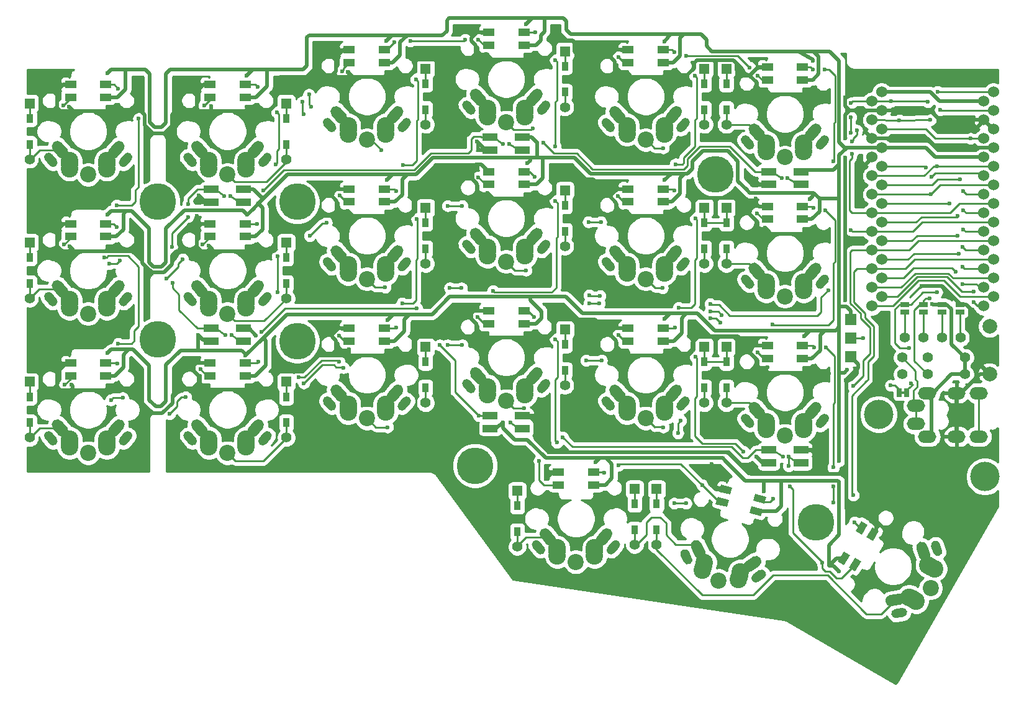
<source format=gbr>
G04 #@! TF.GenerationSoftware,KiCad,Pcbnew,(5.1.6)-1*
G04 #@! TF.CreationDate,2020-05-17T02:55:45+03:00*
G04 #@! TF.ProjectId,corne-classic,636f726e-652d-4636-9c61-737369632e6b,1.1*
G04 #@! TF.SameCoordinates,Original*
G04 #@! TF.FileFunction,Copper,L1,Top*
G04 #@! TF.FilePolarity,Positive*
%FSLAX46Y46*%
G04 Gerber Fmt 4.6, Leading zero omitted, Abs format (unit mm)*
G04 Created by KiCad (PCBNEW (5.1.6)-1) date 2020-05-17 02:55:45*
%MOMM*%
%LPD*%
G01*
G04 APERTURE LIST*
G04 #@! TA.AperFunction,ComponentPad*
%ADD10C,1.397000*%
G04 #@! TD*
G04 #@! TA.AperFunction,ComponentPad*
%ADD11O,2.500000X1.700000*%
G04 #@! TD*
G04 #@! TA.AperFunction,SMDPad,CuDef*
%ADD12R,0.635000X1.143000*%
G04 #@! TD*
G04 #@! TA.AperFunction,SMDPad,CuDef*
%ADD13R,0.381000X0.381000*%
G04 #@! TD*
G04 #@! TA.AperFunction,SMDPad,CuDef*
%ADD14R,2.000000X1.000000*%
G04 #@! TD*
G04 #@! TA.AperFunction,ComponentPad*
%ADD15C,2.200000*%
G04 #@! TD*
G04 #@! TA.AperFunction,ComponentPad*
%ADD16C,2.400000*%
G04 #@! TD*
G04 #@! TA.AperFunction,ComponentPad*
%ADD17C,1.524000*%
G04 #@! TD*
G04 #@! TA.AperFunction,SMDPad,CuDef*
%ADD18R,1.600000X1.000000*%
G04 #@! TD*
G04 #@! TA.AperFunction,SMDPad,CuDef*
%ADD19C,0.100000*%
G04 #@! TD*
G04 #@! TA.AperFunction,SMDPad,CuDef*
%ADD20R,0.950000X1.300000*%
G04 #@! TD*
G04 #@! TA.AperFunction,ComponentPad*
%ADD21R,1.397000X1.397000*%
G04 #@! TD*
G04 #@! TA.AperFunction,SMDPad,CuDef*
%ADD22R,1.143000X0.635000*%
G04 #@! TD*
G04 #@! TA.AperFunction,SMDPad,CuDef*
%ADD23R,1.524000X1.524000*%
G04 #@! TD*
G04 #@! TA.AperFunction,ComponentPad*
%ADD24C,5.000000*%
G04 #@! TD*
G04 #@! TA.AperFunction,ComponentPad*
%ADD25C,4.000000*%
G04 #@! TD*
G04 #@! TA.AperFunction,ComponentPad*
%ADD26C,2.000000*%
G04 #@! TD*
G04 #@! TA.AperFunction,ViaPad*
%ADD27C,0.600000*%
G04 #@! TD*
G04 #@! TA.AperFunction,Conductor*
%ADD28C,0.250000*%
G04 #@! TD*
G04 #@! TA.AperFunction,Conductor*
%ADD29C,0.500000*%
G04 #@! TD*
G04 #@! TA.AperFunction,Conductor*
%ADD30C,0.254000*%
G04 #@! TD*
G04 APERTURE END LIST*
D10*
X188920000Y-105300000D03*
X186380000Y-105300000D03*
X183840000Y-105300000D03*
X181300000Y-105300000D03*
D11*
X182900000Y-114600000D03*
X184400000Y-118800000D03*
X188400000Y-118800000D03*
X191400000Y-118800000D03*
X188400000Y-112850000D03*
X191400000Y-112850000D03*
X182900000Y-117050000D03*
X184400000Y-112850000D03*
D12*
X180599620Y-112800000D03*
X181600380Y-112800000D03*
D13*
X181100000Y-112800000D03*
D14*
X162800000Y-122375000D03*
X162800000Y-120625000D03*
X167200000Y-122375000D03*
X167200000Y-120625000D03*
X167200000Y-82625000D03*
X167200000Y-84375000D03*
X162800000Y-82625000D03*
X162800000Y-84375000D03*
X129200000Y-77925000D03*
X129200000Y-79675000D03*
X124800000Y-77925000D03*
X124800000Y-79675000D03*
X91200000Y-85025000D03*
X91200000Y-86775000D03*
X86800000Y-85025000D03*
X86800000Y-86775000D03*
X86800000Y-105775000D03*
X86800000Y-104025000D03*
X91200000Y-105775000D03*
X91200000Y-104025000D03*
X124800000Y-117675000D03*
X124800000Y-115925000D03*
X129200000Y-117675000D03*
X129200000Y-115925000D03*
G04 #@! TA.AperFunction,ComponentPad*
G36*
G01*
X181660788Y-142675717D02*
X181660788Y-142675717D01*
G75*
G02*
X181153813Y-143399752I-615505J-108530D01*
G01*
X180218245Y-143564718D01*
G75*
G02*
X179494210Y-143057743I-108530J615505D01*
G01*
X179494210Y-143057743D01*
G75*
G02*
X180001185Y-142333708I615505J108530D01*
G01*
X180936753Y-142168742D01*
G75*
G02*
X181660788Y-142675717I108530J-615505D01*
G01*
G37*
G04 #@! TD.AperFunction*
G04 #@! TA.AperFunction,ComponentPad*
G36*
G01*
X185301277Y-132999608D02*
X185301276Y-132999608D01*
G75*
G02*
X186102347Y-133373153I213763J-587308D01*
G01*
X186427267Y-134265861D01*
G75*
G02*
X186053722Y-135066932I-587308J-213763D01*
G01*
X186053722Y-135066932D01*
G75*
G02*
X185252651Y-134693387I-213763J587308D01*
G01*
X184927731Y-133800679D01*
G75*
G02*
X185301276Y-132999608I587308J213763D01*
G01*
G37*
G04 #@! TD.AperFunction*
D15*
X184859550Y-139450000D03*
D16*
X182879409Y-141239705D03*
G04 #@! TA.AperFunction,ComponentPad*
G36*
G01*
X183375877Y-133154873D02*
X183375876Y-133154873D01*
G75*
G02*
X184369204Y-133618069I265066J-728262D01*
G01*
X184796730Y-134792685D01*
G75*
G02*
X184333534Y-135786013I-728262J-265066D01*
G01*
X184333534Y-135786013D01*
G75*
G02*
X183340206Y-135322817I-265066J728262D01*
G01*
X182912680Y-134148201D01*
G75*
G02*
X183375876Y-133154873I728262J265066D01*
G01*
G37*
G04 #@! TD.AperFunction*
X185419409Y-136840295D03*
G04 #@! TA.AperFunction,ComponentPad*
G36*
G01*
X181423436Y-140826450D02*
X181423436Y-140826450D01*
G75*
G02*
X180794787Y-141724253I-763226J-134577D01*
G01*
X179563777Y-141941313D01*
G75*
G02*
X178665974Y-141312664I-134577J763226D01*
G01*
X178665974Y-141312664D01*
G75*
G02*
X179294623Y-140414861I763226J134577D01*
G01*
X180525633Y-140197801D01*
G75*
G02*
X181423436Y-140826450I134577J-763226D01*
G01*
G37*
G04 #@! TD.AperFunction*
X182377114Y-140949705D03*
X181944102Y-140699705D03*
X184484102Y-136300295D03*
X184917113Y-136550295D03*
D17*
X192100000Y-73042000D03*
X192100000Y-75582000D03*
X192100000Y-78122000D03*
X192100000Y-80662000D03*
X192100000Y-83202000D03*
X192100000Y-85742000D03*
X192100000Y-88282000D03*
X192100000Y-90822000D03*
X192100000Y-93362000D03*
X192100000Y-95902000D03*
X192100000Y-98442000D03*
X192100000Y-100982000D03*
X176860000Y-100982000D03*
X176860000Y-98442000D03*
X176860000Y-95902000D03*
X176860000Y-93362000D03*
X176860000Y-90822000D03*
X176860000Y-88282000D03*
X176860000Y-85742000D03*
X176860000Y-83202000D03*
X176860000Y-80662000D03*
X176860000Y-78122000D03*
X176860000Y-75582000D03*
X176860000Y-73042000D03*
X193406400Y-71772000D03*
X193406400Y-74312000D03*
X193406400Y-76852000D03*
X193406400Y-79392000D03*
X193406400Y-81932000D03*
X193406400Y-84472000D03*
X193406400Y-87012000D03*
X193406400Y-89552000D03*
X193406400Y-92092000D03*
X193406400Y-94632000D03*
X193406400Y-97172000D03*
X193406400Y-99712000D03*
X178186400Y-99712000D03*
X178186400Y-97172000D03*
X178186400Y-94632000D03*
X178186400Y-92092000D03*
X178186400Y-89552000D03*
X178186400Y-87012000D03*
X178186400Y-84472000D03*
X178186400Y-81932000D03*
X178186400Y-79392000D03*
X178186400Y-76852000D03*
X178186400Y-74312000D03*
X178186400Y-71772000D03*
D18*
X67600000Y-70750000D03*
X67600000Y-72500000D03*
X72400000Y-70750000D03*
X72400000Y-72500000D03*
X86600000Y-70750000D03*
X86600000Y-72500000D03*
X91400000Y-70750000D03*
X91400000Y-72500000D03*
X105600000Y-66000000D03*
X105600000Y-67750000D03*
X110400000Y-66000000D03*
X110400000Y-67750000D03*
X124600000Y-63625000D03*
X124600000Y-65375000D03*
X129400000Y-63625000D03*
X129400000Y-65375000D03*
X143600000Y-66000000D03*
X143600000Y-67750000D03*
X148400000Y-66000000D03*
X148400000Y-67750000D03*
X162600000Y-68375000D03*
X162600000Y-70125000D03*
X167400000Y-68375000D03*
X167400000Y-70125000D03*
X67600000Y-89750000D03*
X67600000Y-91500000D03*
X72400000Y-89750000D03*
X72400000Y-91500000D03*
X86600000Y-89750000D03*
X86600000Y-91500000D03*
X91400000Y-89750000D03*
X91400000Y-91500000D03*
X105600000Y-85000000D03*
X105600000Y-86750000D03*
X110400000Y-85000000D03*
X110400000Y-86750000D03*
X124600000Y-82625000D03*
X124600000Y-84375000D03*
X129400000Y-82625000D03*
X129400000Y-84375000D03*
X143600000Y-85000000D03*
X143600000Y-86750000D03*
X148400000Y-85000000D03*
X148400000Y-86750000D03*
X162600000Y-87375000D03*
X162600000Y-89125000D03*
X167400000Y-87375000D03*
X167400000Y-89125000D03*
X67600000Y-108750000D03*
X67600000Y-110500000D03*
X72400000Y-108750000D03*
X72400000Y-110500000D03*
X86600000Y-108750000D03*
X86600000Y-110500000D03*
X91400000Y-108750000D03*
X91400000Y-110500000D03*
X105600000Y-104000000D03*
X105600000Y-105750000D03*
X110400000Y-104000000D03*
X110400000Y-105750000D03*
X124600000Y-101625000D03*
X124600000Y-103375000D03*
X129400000Y-101625000D03*
X129400000Y-103375000D03*
X143600000Y-104000000D03*
X143600000Y-105750000D03*
X148400000Y-104000000D03*
X148400000Y-105750000D03*
X162600000Y-106375000D03*
X162600000Y-108125000D03*
X167400000Y-106375000D03*
X167400000Y-108125000D03*
X134100000Y-123625000D03*
X134100000Y-125375000D03*
X138900000Y-123625000D03*
X138900000Y-125375000D03*
G04 #@! TA.AperFunction,SMDPad,CuDef*
D19*
G36*
X156006095Y-126309557D02*
G01*
X156264914Y-125343631D01*
X157810395Y-125757741D01*
X157551576Y-126723667D01*
X156006095Y-126309557D01*
G37*
G04 #@! TD.AperFunction*
G04 #@! TA.AperFunction,SMDPad,CuDef*
G36*
X155553161Y-127999927D02*
G01*
X155811980Y-127034001D01*
X157357461Y-127448111D01*
X157098642Y-128414037D01*
X155553161Y-127999927D01*
G37*
G04 #@! TD.AperFunction*
G04 #@! TA.AperFunction,SMDPad,CuDef*
G36*
X160642539Y-127551889D02*
G01*
X160901358Y-126585963D01*
X162446839Y-127000073D01*
X162188020Y-127965999D01*
X160642539Y-127551889D01*
G37*
G04 #@! TD.AperFunction*
G04 #@! TA.AperFunction,SMDPad,CuDef*
G36*
X160189605Y-129242259D02*
G01*
X160448424Y-128276333D01*
X161993905Y-128690443D01*
X161735086Y-129656369D01*
X160189605Y-129242259D01*
G37*
G04 #@! TD.AperFunction*
G04 #@! TA.AperFunction,SMDPad,CuDef*
G36*
X176924759Y-131166219D02*
G01*
X177790785Y-131666219D01*
X176990785Y-133051859D01*
X176124759Y-132551859D01*
X176924759Y-131166219D01*
G37*
G04 #@! TD.AperFunction*
G04 #@! TA.AperFunction,SMDPad,CuDef*
G36*
X175409215Y-130291219D02*
G01*
X176275241Y-130791219D01*
X175475241Y-132176859D01*
X174609215Y-131676859D01*
X175409215Y-130291219D01*
G37*
G04 #@! TD.AperFunction*
G04 #@! TA.AperFunction,SMDPad,CuDef*
G36*
X174524759Y-135323141D02*
G01*
X175390785Y-135823141D01*
X174590785Y-137208781D01*
X173724759Y-136708781D01*
X174524759Y-135323141D01*
G37*
G04 #@! TD.AperFunction*
G04 #@! TA.AperFunction,SMDPad,CuDef*
G36*
X173009215Y-134448141D02*
G01*
X173875241Y-134948141D01*
X173075241Y-136333781D01*
X172209215Y-135833781D01*
X173009215Y-134448141D01*
G37*
G04 #@! TD.AperFunction*
D20*
X62000000Y-78900000D03*
D10*
X62000000Y-80935000D03*
D21*
X62000000Y-73315000D03*
D20*
X62000000Y-75350000D03*
X97000000Y-78900000D03*
D10*
X97000000Y-80935000D03*
D21*
X97000000Y-73315000D03*
D20*
X97000000Y-75350000D03*
X116000000Y-74150000D03*
D10*
X116000000Y-76185000D03*
D21*
X116000000Y-68565000D03*
D20*
X116000000Y-70600000D03*
X135000000Y-71775000D03*
D10*
X135000000Y-73810000D03*
D21*
X135000000Y-66190000D03*
D20*
X135000000Y-68225000D03*
X154000000Y-74150000D03*
D10*
X154000000Y-76185000D03*
D21*
X154000000Y-68565000D03*
D20*
X154000000Y-70600000D03*
X157000000Y-74150000D03*
D10*
X157000000Y-76185000D03*
D21*
X157000000Y-68565000D03*
D20*
X157000000Y-70600000D03*
X62000000Y-97900000D03*
D10*
X62000000Y-99935000D03*
D21*
X62000000Y-92315000D03*
D20*
X62000000Y-94350000D03*
X97000000Y-97900000D03*
D10*
X97000000Y-99935000D03*
D21*
X97000000Y-92315000D03*
D20*
X97000000Y-94350000D03*
X116000000Y-93150000D03*
D10*
X116000000Y-95185000D03*
D21*
X116000000Y-87565000D03*
D20*
X116000000Y-89600000D03*
X135000000Y-90775000D03*
D10*
X135000000Y-92810000D03*
D21*
X135000000Y-85190000D03*
D20*
X135000000Y-87225000D03*
X154000000Y-93150000D03*
D10*
X154000000Y-95185000D03*
D21*
X154000000Y-87565000D03*
D20*
X154000000Y-89600000D03*
X157000000Y-93150000D03*
D10*
X157000000Y-95185000D03*
D21*
X157000000Y-87565000D03*
D20*
X157000000Y-89600000D03*
X62000000Y-116900000D03*
D10*
X62000000Y-118935000D03*
D21*
X62000000Y-111315000D03*
D20*
X62000000Y-113350000D03*
X97000000Y-116900000D03*
D10*
X97000000Y-118935000D03*
D21*
X97000000Y-111315000D03*
D20*
X97000000Y-113350000D03*
X116000000Y-112150000D03*
D10*
X116000000Y-114185000D03*
D21*
X116000000Y-106565000D03*
D20*
X116000000Y-108600000D03*
X135000000Y-109775000D03*
D10*
X135000000Y-111810000D03*
D21*
X135000000Y-104190000D03*
D20*
X135000000Y-106225000D03*
X157000000Y-112150000D03*
D10*
X157000000Y-114185000D03*
D21*
X157000000Y-106565000D03*
D20*
X157000000Y-108600000D03*
X128500000Y-131775000D03*
D10*
X128500000Y-133810000D03*
D21*
X128500000Y-126190000D03*
D20*
X128500000Y-128225000D03*
X144500000Y-131525000D03*
D10*
X144500000Y-133560000D03*
D21*
X144500000Y-125940000D03*
D20*
X144500000Y-127975000D03*
X147500000Y-131525000D03*
D10*
X147500000Y-133560000D03*
D21*
X147500000Y-125940000D03*
D20*
X147500000Y-127975000D03*
X154000000Y-112150000D03*
D10*
X154000000Y-114185000D03*
D21*
X154000000Y-106565000D03*
D20*
X154000000Y-108600000D03*
D16*
X72540000Y-81625000D03*
X72540000Y-81125000D03*
X67460000Y-81125000D03*
X67460000Y-81625000D03*
G04 #@! TA.AperFunction,ComponentPad*
G36*
G01*
X67089903Y-80737462D02*
X67089902Y-80737462D01*
G75*
G02*
X65998058Y-80641938I-498160J593684D01*
G01*
X65194574Y-79684382D01*
G75*
G02*
X65290098Y-78592538I593684J498160D01*
G01*
X65290098Y-78592538D01*
G75*
G02*
X66381942Y-78688062I498160J-593684D01*
G01*
X67185426Y-79645618D01*
G75*
G02*
X67089902Y-80737462I-593684J-498160D01*
G01*
G37*
G04 #@! TD.AperFunction*
X72540000Y-82205000D03*
G04 #@! TA.AperFunction,ComponentPad*
G36*
G01*
X74709903Y-78592538D02*
X74709902Y-78592538D01*
G75*
G02*
X74805426Y-79684382I-498160J-593684D01*
G01*
X74001942Y-80641938D01*
G75*
G02*
X72910098Y-80737462I-593684J498160D01*
G01*
X72910098Y-80737462D01*
G75*
G02*
X72814574Y-79645618I498160J593684D01*
G01*
X73618058Y-78688062D01*
G75*
G02*
X74709902Y-78592538I593684J-498160D01*
G01*
G37*
G04 #@! TD.AperFunction*
X67460000Y-82205000D03*
D15*
X70000000Y-83025000D03*
G04 #@! TA.AperFunction,ComponentPad*
G36*
G01*
X75807066Y-80182351D02*
X75807066Y-80182351D01*
G75*
G02*
X75884102Y-81062871I-401742J-478778D01*
G01*
X75273454Y-81790613D01*
G75*
G02*
X74392934Y-81867649I-478778J401742D01*
G01*
X74392934Y-81867649D01*
G75*
G02*
X74315898Y-80987129I401742J478778D01*
G01*
X74926546Y-80259387D01*
G75*
G02*
X75807066Y-80182351I478778J-401742D01*
G01*
G37*
G04 #@! TD.AperFunction*
G04 #@! TA.AperFunction,ComponentPad*
G36*
G01*
X65607066Y-81867649D02*
X65607066Y-81867649D01*
G75*
G02*
X64726546Y-81790613I-401742J478778D01*
G01*
X64115898Y-81062871D01*
G75*
G02*
X64192934Y-80182351I478778J401742D01*
G01*
X64192934Y-80182351D01*
G75*
G02*
X65073454Y-80259387I401742J-478778D01*
G01*
X65684102Y-80987129D01*
G75*
G02*
X65607066Y-81867649I-478778J-401742D01*
G01*
G37*
G04 #@! TD.AperFunction*
D16*
X91540000Y-81625000D03*
X91540000Y-81125000D03*
X86460000Y-81125000D03*
X86460000Y-81625000D03*
G04 #@! TA.AperFunction,ComponentPad*
G36*
G01*
X86089903Y-80737462D02*
X86089902Y-80737462D01*
G75*
G02*
X84998058Y-80641938I-498160J593684D01*
G01*
X84194574Y-79684382D01*
G75*
G02*
X84290098Y-78592538I593684J498160D01*
G01*
X84290098Y-78592538D01*
G75*
G02*
X85381942Y-78688062I498160J-593684D01*
G01*
X86185426Y-79645618D01*
G75*
G02*
X86089902Y-80737462I-593684J-498160D01*
G01*
G37*
G04 #@! TD.AperFunction*
X91540000Y-82205000D03*
G04 #@! TA.AperFunction,ComponentPad*
G36*
G01*
X93709903Y-78592538D02*
X93709902Y-78592538D01*
G75*
G02*
X93805426Y-79684382I-498160J-593684D01*
G01*
X93001942Y-80641938D01*
G75*
G02*
X91910098Y-80737462I-593684J498160D01*
G01*
X91910098Y-80737462D01*
G75*
G02*
X91814574Y-79645618I498160J593684D01*
G01*
X92618058Y-78688062D01*
G75*
G02*
X93709902Y-78592538I593684J-498160D01*
G01*
G37*
G04 #@! TD.AperFunction*
X86460000Y-82205000D03*
D15*
X89000000Y-83025000D03*
G04 #@! TA.AperFunction,ComponentPad*
G36*
G01*
X94807066Y-80182351D02*
X94807066Y-80182351D01*
G75*
G02*
X94884102Y-81062871I-401742J-478778D01*
G01*
X94273454Y-81790613D01*
G75*
G02*
X93392934Y-81867649I-478778J401742D01*
G01*
X93392934Y-81867649D01*
G75*
G02*
X93315898Y-80987129I401742J478778D01*
G01*
X93926546Y-80259387D01*
G75*
G02*
X94807066Y-80182351I478778J-401742D01*
G01*
G37*
G04 #@! TD.AperFunction*
G04 #@! TA.AperFunction,ComponentPad*
G36*
G01*
X84607066Y-81867649D02*
X84607066Y-81867649D01*
G75*
G02*
X83726546Y-81790613I-401742J478778D01*
G01*
X83115898Y-81062871D01*
G75*
G02*
X83192934Y-80182351I478778J401742D01*
G01*
X83192934Y-80182351D01*
G75*
G02*
X84073454Y-80259387I401742J-478778D01*
G01*
X84684102Y-80987129D01*
G75*
G02*
X84607066Y-81867649I-478778J-401742D01*
G01*
G37*
G04 #@! TD.AperFunction*
D16*
X110540000Y-76875000D03*
X110540000Y-76375000D03*
X105460000Y-76375000D03*
X105460000Y-76875000D03*
G04 #@! TA.AperFunction,ComponentPad*
G36*
G01*
X105089903Y-75987462D02*
X105089902Y-75987462D01*
G75*
G02*
X103998058Y-75891938I-498160J593684D01*
G01*
X103194574Y-74934382D01*
G75*
G02*
X103290098Y-73842538I593684J498160D01*
G01*
X103290098Y-73842538D01*
G75*
G02*
X104381942Y-73938062I498160J-593684D01*
G01*
X105185426Y-74895618D01*
G75*
G02*
X105089902Y-75987462I-593684J-498160D01*
G01*
G37*
G04 #@! TD.AperFunction*
X110540000Y-77455000D03*
G04 #@! TA.AperFunction,ComponentPad*
G36*
G01*
X112709903Y-73842538D02*
X112709902Y-73842538D01*
G75*
G02*
X112805426Y-74934382I-498160J-593684D01*
G01*
X112001942Y-75891938D01*
G75*
G02*
X110910098Y-75987462I-593684J498160D01*
G01*
X110910098Y-75987462D01*
G75*
G02*
X110814574Y-74895618I498160J593684D01*
G01*
X111618058Y-73938062D01*
G75*
G02*
X112709902Y-73842538I593684J-498160D01*
G01*
G37*
G04 #@! TD.AperFunction*
X105460000Y-77455000D03*
D15*
X108000000Y-78275000D03*
G04 #@! TA.AperFunction,ComponentPad*
G36*
G01*
X113807066Y-75432351D02*
X113807066Y-75432351D01*
G75*
G02*
X113884102Y-76312871I-401742J-478778D01*
G01*
X113273454Y-77040613D01*
G75*
G02*
X112392934Y-77117649I-478778J401742D01*
G01*
X112392934Y-77117649D01*
G75*
G02*
X112315898Y-76237129I401742J478778D01*
G01*
X112926546Y-75509387D01*
G75*
G02*
X113807066Y-75432351I478778J-401742D01*
G01*
G37*
G04 #@! TD.AperFunction*
G04 #@! TA.AperFunction,ComponentPad*
G36*
G01*
X103607066Y-77117649D02*
X103607066Y-77117649D01*
G75*
G02*
X102726546Y-77040613I-401742J478778D01*
G01*
X102115898Y-76312871D01*
G75*
G02*
X102192934Y-75432351I478778J401742D01*
G01*
X102192934Y-75432351D01*
G75*
G02*
X103073454Y-75509387I401742J-478778D01*
G01*
X103684102Y-76237129D01*
G75*
G02*
X103607066Y-77117649I-478778J-401742D01*
G01*
G37*
G04 #@! TD.AperFunction*
D16*
X129540000Y-74500000D03*
X129540000Y-74000000D03*
X124460000Y-74000000D03*
X124460000Y-74500000D03*
G04 #@! TA.AperFunction,ComponentPad*
G36*
G01*
X124089903Y-73612462D02*
X124089902Y-73612462D01*
G75*
G02*
X122998058Y-73516938I-498160J593684D01*
G01*
X122194574Y-72559382D01*
G75*
G02*
X122290098Y-71467538I593684J498160D01*
G01*
X122290098Y-71467538D01*
G75*
G02*
X123381942Y-71563062I498160J-593684D01*
G01*
X124185426Y-72520618D01*
G75*
G02*
X124089902Y-73612462I-593684J-498160D01*
G01*
G37*
G04 #@! TD.AperFunction*
X129540000Y-75080000D03*
G04 #@! TA.AperFunction,ComponentPad*
G36*
G01*
X131709903Y-71467538D02*
X131709902Y-71467538D01*
G75*
G02*
X131805426Y-72559382I-498160J-593684D01*
G01*
X131001942Y-73516938D01*
G75*
G02*
X129910098Y-73612462I-593684J498160D01*
G01*
X129910098Y-73612462D01*
G75*
G02*
X129814574Y-72520618I498160J593684D01*
G01*
X130618058Y-71563062D01*
G75*
G02*
X131709902Y-71467538I593684J-498160D01*
G01*
G37*
G04 #@! TD.AperFunction*
X124460000Y-75080000D03*
D15*
X127000000Y-75900000D03*
G04 #@! TA.AperFunction,ComponentPad*
G36*
G01*
X132807066Y-73057351D02*
X132807066Y-73057351D01*
G75*
G02*
X132884102Y-73937871I-401742J-478778D01*
G01*
X132273454Y-74665613D01*
G75*
G02*
X131392934Y-74742649I-478778J401742D01*
G01*
X131392934Y-74742649D01*
G75*
G02*
X131315898Y-73862129I401742J478778D01*
G01*
X131926546Y-73134387D01*
G75*
G02*
X132807066Y-73057351I478778J-401742D01*
G01*
G37*
G04 #@! TD.AperFunction*
G04 #@! TA.AperFunction,ComponentPad*
G36*
G01*
X122607066Y-74742649D02*
X122607066Y-74742649D01*
G75*
G02*
X121726546Y-74665613I-401742J478778D01*
G01*
X121115898Y-73937871D01*
G75*
G02*
X121192934Y-73057351I478778J401742D01*
G01*
X121192934Y-73057351D01*
G75*
G02*
X122073454Y-73134387I401742J-478778D01*
G01*
X122684102Y-73862129D01*
G75*
G02*
X122607066Y-74742649I-478778J-401742D01*
G01*
G37*
G04 #@! TD.AperFunction*
D16*
X148540000Y-76875000D03*
X148540000Y-76375000D03*
X143460000Y-76375000D03*
X143460000Y-76875000D03*
G04 #@! TA.AperFunction,ComponentPad*
G36*
G01*
X143089903Y-75987462D02*
X143089902Y-75987462D01*
G75*
G02*
X141998058Y-75891938I-498160J593684D01*
G01*
X141194574Y-74934382D01*
G75*
G02*
X141290098Y-73842538I593684J498160D01*
G01*
X141290098Y-73842538D01*
G75*
G02*
X142381942Y-73938062I498160J-593684D01*
G01*
X143185426Y-74895618D01*
G75*
G02*
X143089902Y-75987462I-593684J-498160D01*
G01*
G37*
G04 #@! TD.AperFunction*
X148540000Y-77455000D03*
G04 #@! TA.AperFunction,ComponentPad*
G36*
G01*
X150709903Y-73842538D02*
X150709902Y-73842538D01*
G75*
G02*
X150805426Y-74934382I-498160J-593684D01*
G01*
X150001942Y-75891938D01*
G75*
G02*
X148910098Y-75987462I-593684J498160D01*
G01*
X148910098Y-75987462D01*
G75*
G02*
X148814574Y-74895618I498160J593684D01*
G01*
X149618058Y-73938062D01*
G75*
G02*
X150709902Y-73842538I593684J-498160D01*
G01*
G37*
G04 #@! TD.AperFunction*
X143460000Y-77455000D03*
D15*
X146000000Y-78275000D03*
G04 #@! TA.AperFunction,ComponentPad*
G36*
G01*
X151807066Y-75432351D02*
X151807066Y-75432351D01*
G75*
G02*
X151884102Y-76312871I-401742J-478778D01*
G01*
X151273454Y-77040613D01*
G75*
G02*
X150392934Y-77117649I-478778J401742D01*
G01*
X150392934Y-77117649D01*
G75*
G02*
X150315898Y-76237129I401742J478778D01*
G01*
X150926546Y-75509387D01*
G75*
G02*
X151807066Y-75432351I478778J-401742D01*
G01*
G37*
G04 #@! TD.AperFunction*
G04 #@! TA.AperFunction,ComponentPad*
G36*
G01*
X141607066Y-77117649D02*
X141607066Y-77117649D01*
G75*
G02*
X140726546Y-77040613I-401742J478778D01*
G01*
X140115898Y-76312871D01*
G75*
G02*
X140192934Y-75432351I478778J401742D01*
G01*
X140192934Y-75432351D01*
G75*
G02*
X141073454Y-75509387I401742J-478778D01*
G01*
X141684102Y-76237129D01*
G75*
G02*
X141607066Y-77117649I-478778J-401742D01*
G01*
G37*
G04 #@! TD.AperFunction*
D16*
X167540000Y-79250000D03*
X167540000Y-78750000D03*
X162460000Y-78750000D03*
X162460000Y-79250000D03*
G04 #@! TA.AperFunction,ComponentPad*
G36*
G01*
X162089903Y-78362462D02*
X162089902Y-78362462D01*
G75*
G02*
X160998058Y-78266938I-498160J593684D01*
G01*
X160194574Y-77309382D01*
G75*
G02*
X160290098Y-76217538I593684J498160D01*
G01*
X160290098Y-76217538D01*
G75*
G02*
X161381942Y-76313062I498160J-593684D01*
G01*
X162185426Y-77270618D01*
G75*
G02*
X162089902Y-78362462I-593684J-498160D01*
G01*
G37*
G04 #@! TD.AperFunction*
X167540000Y-79830000D03*
G04 #@! TA.AperFunction,ComponentPad*
G36*
G01*
X169709903Y-76217538D02*
X169709902Y-76217538D01*
G75*
G02*
X169805426Y-77309382I-498160J-593684D01*
G01*
X169001942Y-78266938D01*
G75*
G02*
X167910098Y-78362462I-593684J498160D01*
G01*
X167910098Y-78362462D01*
G75*
G02*
X167814574Y-77270618I498160J593684D01*
G01*
X168618058Y-76313062D01*
G75*
G02*
X169709902Y-76217538I593684J-498160D01*
G01*
G37*
G04 #@! TD.AperFunction*
X162460000Y-79830000D03*
D15*
X165000000Y-80650000D03*
G04 #@! TA.AperFunction,ComponentPad*
G36*
G01*
X170807066Y-77807351D02*
X170807066Y-77807351D01*
G75*
G02*
X170884102Y-78687871I-401742J-478778D01*
G01*
X170273454Y-79415613D01*
G75*
G02*
X169392934Y-79492649I-478778J401742D01*
G01*
X169392934Y-79492649D01*
G75*
G02*
X169315898Y-78612129I401742J478778D01*
G01*
X169926546Y-77884387D01*
G75*
G02*
X170807066Y-77807351I478778J-401742D01*
G01*
G37*
G04 #@! TD.AperFunction*
G04 #@! TA.AperFunction,ComponentPad*
G36*
G01*
X160607066Y-79492649D02*
X160607066Y-79492649D01*
G75*
G02*
X159726546Y-79415613I-401742J478778D01*
G01*
X159115898Y-78687871D01*
G75*
G02*
X159192934Y-77807351I478778J401742D01*
G01*
X159192934Y-77807351D01*
G75*
G02*
X160073454Y-77884387I401742J-478778D01*
G01*
X160684102Y-78612129D01*
G75*
G02*
X160607066Y-79492649I-478778J-401742D01*
G01*
G37*
G04 #@! TD.AperFunction*
D16*
X72540000Y-100625000D03*
X72540000Y-100125000D03*
X67460000Y-100125000D03*
X67460000Y-100625000D03*
G04 #@! TA.AperFunction,ComponentPad*
G36*
G01*
X67089903Y-99737462D02*
X67089902Y-99737462D01*
G75*
G02*
X65998058Y-99641938I-498160J593684D01*
G01*
X65194574Y-98684382D01*
G75*
G02*
X65290098Y-97592538I593684J498160D01*
G01*
X65290098Y-97592538D01*
G75*
G02*
X66381942Y-97688062I498160J-593684D01*
G01*
X67185426Y-98645618D01*
G75*
G02*
X67089902Y-99737462I-593684J-498160D01*
G01*
G37*
G04 #@! TD.AperFunction*
X72540000Y-101205000D03*
G04 #@! TA.AperFunction,ComponentPad*
G36*
G01*
X74709903Y-97592538D02*
X74709902Y-97592538D01*
G75*
G02*
X74805426Y-98684382I-498160J-593684D01*
G01*
X74001942Y-99641938D01*
G75*
G02*
X72910098Y-99737462I-593684J498160D01*
G01*
X72910098Y-99737462D01*
G75*
G02*
X72814574Y-98645618I498160J593684D01*
G01*
X73618058Y-97688062D01*
G75*
G02*
X74709902Y-97592538I593684J-498160D01*
G01*
G37*
G04 #@! TD.AperFunction*
X67460000Y-101205000D03*
D15*
X70000000Y-102025000D03*
G04 #@! TA.AperFunction,ComponentPad*
G36*
G01*
X75807066Y-99182351D02*
X75807066Y-99182351D01*
G75*
G02*
X75884102Y-100062871I-401742J-478778D01*
G01*
X75273454Y-100790613D01*
G75*
G02*
X74392934Y-100867649I-478778J401742D01*
G01*
X74392934Y-100867649D01*
G75*
G02*
X74315898Y-99987129I401742J478778D01*
G01*
X74926546Y-99259387D01*
G75*
G02*
X75807066Y-99182351I478778J-401742D01*
G01*
G37*
G04 #@! TD.AperFunction*
G04 #@! TA.AperFunction,ComponentPad*
G36*
G01*
X65607066Y-100867649D02*
X65607066Y-100867649D01*
G75*
G02*
X64726546Y-100790613I-401742J478778D01*
G01*
X64115898Y-100062871D01*
G75*
G02*
X64192934Y-99182351I478778J401742D01*
G01*
X64192934Y-99182351D01*
G75*
G02*
X65073454Y-99259387I401742J-478778D01*
G01*
X65684102Y-99987129D01*
G75*
G02*
X65607066Y-100867649I-478778J-401742D01*
G01*
G37*
G04 #@! TD.AperFunction*
D16*
X91540000Y-100625000D03*
X91540000Y-100125000D03*
X86460000Y-100125000D03*
X86460000Y-100625000D03*
G04 #@! TA.AperFunction,ComponentPad*
G36*
G01*
X86089903Y-99737462D02*
X86089902Y-99737462D01*
G75*
G02*
X84998058Y-99641938I-498160J593684D01*
G01*
X84194574Y-98684382D01*
G75*
G02*
X84290098Y-97592538I593684J498160D01*
G01*
X84290098Y-97592538D01*
G75*
G02*
X85381942Y-97688062I498160J-593684D01*
G01*
X86185426Y-98645618D01*
G75*
G02*
X86089902Y-99737462I-593684J-498160D01*
G01*
G37*
G04 #@! TD.AperFunction*
X91540000Y-101205000D03*
G04 #@! TA.AperFunction,ComponentPad*
G36*
G01*
X93709903Y-97592538D02*
X93709902Y-97592538D01*
G75*
G02*
X93805426Y-98684382I-498160J-593684D01*
G01*
X93001942Y-99641938D01*
G75*
G02*
X91910098Y-99737462I-593684J498160D01*
G01*
X91910098Y-99737462D01*
G75*
G02*
X91814574Y-98645618I498160J593684D01*
G01*
X92618058Y-97688062D01*
G75*
G02*
X93709902Y-97592538I593684J-498160D01*
G01*
G37*
G04 #@! TD.AperFunction*
X86460000Y-101205000D03*
D15*
X89000000Y-102025000D03*
G04 #@! TA.AperFunction,ComponentPad*
G36*
G01*
X94807066Y-99182351D02*
X94807066Y-99182351D01*
G75*
G02*
X94884102Y-100062871I-401742J-478778D01*
G01*
X94273454Y-100790613D01*
G75*
G02*
X93392934Y-100867649I-478778J401742D01*
G01*
X93392934Y-100867649D01*
G75*
G02*
X93315898Y-99987129I401742J478778D01*
G01*
X93926546Y-99259387D01*
G75*
G02*
X94807066Y-99182351I478778J-401742D01*
G01*
G37*
G04 #@! TD.AperFunction*
G04 #@! TA.AperFunction,ComponentPad*
G36*
G01*
X84607066Y-100867649D02*
X84607066Y-100867649D01*
G75*
G02*
X83726546Y-100790613I-401742J478778D01*
G01*
X83115898Y-100062871D01*
G75*
G02*
X83192934Y-99182351I478778J401742D01*
G01*
X83192934Y-99182351D01*
G75*
G02*
X84073454Y-99259387I401742J-478778D01*
G01*
X84684102Y-99987129D01*
G75*
G02*
X84607066Y-100867649I-478778J-401742D01*
G01*
G37*
G04 #@! TD.AperFunction*
D16*
X110540000Y-95875000D03*
X110540000Y-95375000D03*
X105460000Y-95375000D03*
X105460000Y-95875000D03*
G04 #@! TA.AperFunction,ComponentPad*
G36*
G01*
X105089903Y-94987462D02*
X105089902Y-94987462D01*
G75*
G02*
X103998058Y-94891938I-498160J593684D01*
G01*
X103194574Y-93934382D01*
G75*
G02*
X103290098Y-92842538I593684J498160D01*
G01*
X103290098Y-92842538D01*
G75*
G02*
X104381942Y-92938062I498160J-593684D01*
G01*
X105185426Y-93895618D01*
G75*
G02*
X105089902Y-94987462I-593684J-498160D01*
G01*
G37*
G04 #@! TD.AperFunction*
X110540000Y-96455000D03*
G04 #@! TA.AperFunction,ComponentPad*
G36*
G01*
X112709903Y-92842538D02*
X112709902Y-92842538D01*
G75*
G02*
X112805426Y-93934382I-498160J-593684D01*
G01*
X112001942Y-94891938D01*
G75*
G02*
X110910098Y-94987462I-593684J498160D01*
G01*
X110910098Y-94987462D01*
G75*
G02*
X110814574Y-93895618I498160J593684D01*
G01*
X111618058Y-92938062D01*
G75*
G02*
X112709902Y-92842538I593684J-498160D01*
G01*
G37*
G04 #@! TD.AperFunction*
X105460000Y-96455000D03*
D15*
X108000000Y-97275000D03*
G04 #@! TA.AperFunction,ComponentPad*
G36*
G01*
X113807066Y-94432351D02*
X113807066Y-94432351D01*
G75*
G02*
X113884102Y-95312871I-401742J-478778D01*
G01*
X113273454Y-96040613D01*
G75*
G02*
X112392934Y-96117649I-478778J401742D01*
G01*
X112392934Y-96117649D01*
G75*
G02*
X112315898Y-95237129I401742J478778D01*
G01*
X112926546Y-94509387D01*
G75*
G02*
X113807066Y-94432351I478778J-401742D01*
G01*
G37*
G04 #@! TD.AperFunction*
G04 #@! TA.AperFunction,ComponentPad*
G36*
G01*
X103607066Y-96117649D02*
X103607066Y-96117649D01*
G75*
G02*
X102726546Y-96040613I-401742J478778D01*
G01*
X102115898Y-95312871D01*
G75*
G02*
X102192934Y-94432351I478778J401742D01*
G01*
X102192934Y-94432351D01*
G75*
G02*
X103073454Y-94509387I401742J-478778D01*
G01*
X103684102Y-95237129D01*
G75*
G02*
X103607066Y-96117649I-478778J-401742D01*
G01*
G37*
G04 #@! TD.AperFunction*
D16*
X129540000Y-93500000D03*
X129540000Y-93000000D03*
X124460000Y-93000000D03*
X124460000Y-93500000D03*
G04 #@! TA.AperFunction,ComponentPad*
G36*
G01*
X124089903Y-92612462D02*
X124089902Y-92612462D01*
G75*
G02*
X122998058Y-92516938I-498160J593684D01*
G01*
X122194574Y-91559382D01*
G75*
G02*
X122290098Y-90467538I593684J498160D01*
G01*
X122290098Y-90467538D01*
G75*
G02*
X123381942Y-90563062I498160J-593684D01*
G01*
X124185426Y-91520618D01*
G75*
G02*
X124089902Y-92612462I-593684J-498160D01*
G01*
G37*
G04 #@! TD.AperFunction*
X129540000Y-94080000D03*
G04 #@! TA.AperFunction,ComponentPad*
G36*
G01*
X131709903Y-90467538D02*
X131709902Y-90467538D01*
G75*
G02*
X131805426Y-91559382I-498160J-593684D01*
G01*
X131001942Y-92516938D01*
G75*
G02*
X129910098Y-92612462I-593684J498160D01*
G01*
X129910098Y-92612462D01*
G75*
G02*
X129814574Y-91520618I498160J593684D01*
G01*
X130618058Y-90563062D01*
G75*
G02*
X131709902Y-90467538I593684J-498160D01*
G01*
G37*
G04 #@! TD.AperFunction*
X124460000Y-94080000D03*
D15*
X127000000Y-94900000D03*
G04 #@! TA.AperFunction,ComponentPad*
G36*
G01*
X132807066Y-92057351D02*
X132807066Y-92057351D01*
G75*
G02*
X132884102Y-92937871I-401742J-478778D01*
G01*
X132273454Y-93665613D01*
G75*
G02*
X131392934Y-93742649I-478778J401742D01*
G01*
X131392934Y-93742649D01*
G75*
G02*
X131315898Y-92862129I401742J478778D01*
G01*
X131926546Y-92134387D01*
G75*
G02*
X132807066Y-92057351I478778J-401742D01*
G01*
G37*
G04 #@! TD.AperFunction*
G04 #@! TA.AperFunction,ComponentPad*
G36*
G01*
X122607066Y-93742649D02*
X122607066Y-93742649D01*
G75*
G02*
X121726546Y-93665613I-401742J478778D01*
G01*
X121115898Y-92937871D01*
G75*
G02*
X121192934Y-92057351I478778J401742D01*
G01*
X121192934Y-92057351D01*
G75*
G02*
X122073454Y-92134387I401742J-478778D01*
G01*
X122684102Y-92862129D01*
G75*
G02*
X122607066Y-93742649I-478778J-401742D01*
G01*
G37*
G04 #@! TD.AperFunction*
D16*
X148540000Y-95875000D03*
X148540000Y-95375000D03*
X143460000Y-95375000D03*
X143460000Y-95875000D03*
G04 #@! TA.AperFunction,ComponentPad*
G36*
G01*
X143089903Y-94987462D02*
X143089902Y-94987462D01*
G75*
G02*
X141998058Y-94891938I-498160J593684D01*
G01*
X141194574Y-93934382D01*
G75*
G02*
X141290098Y-92842538I593684J498160D01*
G01*
X141290098Y-92842538D01*
G75*
G02*
X142381942Y-92938062I498160J-593684D01*
G01*
X143185426Y-93895618D01*
G75*
G02*
X143089902Y-94987462I-593684J-498160D01*
G01*
G37*
G04 #@! TD.AperFunction*
X148540000Y-96455000D03*
G04 #@! TA.AperFunction,ComponentPad*
G36*
G01*
X150709903Y-92842538D02*
X150709902Y-92842538D01*
G75*
G02*
X150805426Y-93934382I-498160J-593684D01*
G01*
X150001942Y-94891938D01*
G75*
G02*
X148910098Y-94987462I-593684J498160D01*
G01*
X148910098Y-94987462D01*
G75*
G02*
X148814574Y-93895618I498160J593684D01*
G01*
X149618058Y-92938062D01*
G75*
G02*
X150709902Y-92842538I593684J-498160D01*
G01*
G37*
G04 #@! TD.AperFunction*
X143460000Y-96455000D03*
D15*
X146000000Y-97275000D03*
G04 #@! TA.AperFunction,ComponentPad*
G36*
G01*
X151807066Y-94432351D02*
X151807066Y-94432351D01*
G75*
G02*
X151884102Y-95312871I-401742J-478778D01*
G01*
X151273454Y-96040613D01*
G75*
G02*
X150392934Y-96117649I-478778J401742D01*
G01*
X150392934Y-96117649D01*
G75*
G02*
X150315898Y-95237129I401742J478778D01*
G01*
X150926546Y-94509387D01*
G75*
G02*
X151807066Y-94432351I478778J-401742D01*
G01*
G37*
G04 #@! TD.AperFunction*
G04 #@! TA.AperFunction,ComponentPad*
G36*
G01*
X141607066Y-96117649D02*
X141607066Y-96117649D01*
G75*
G02*
X140726546Y-96040613I-401742J478778D01*
G01*
X140115898Y-95312871D01*
G75*
G02*
X140192934Y-94432351I478778J401742D01*
G01*
X140192934Y-94432351D01*
G75*
G02*
X141073454Y-94509387I401742J-478778D01*
G01*
X141684102Y-95237129D01*
G75*
G02*
X141607066Y-96117649I-478778J-401742D01*
G01*
G37*
G04 #@! TD.AperFunction*
D16*
X167540000Y-98250000D03*
X167540000Y-97750000D03*
X162460000Y-97750000D03*
X162460000Y-98250000D03*
G04 #@! TA.AperFunction,ComponentPad*
G36*
G01*
X162089903Y-97362462D02*
X162089902Y-97362462D01*
G75*
G02*
X160998058Y-97266938I-498160J593684D01*
G01*
X160194574Y-96309382D01*
G75*
G02*
X160290098Y-95217538I593684J498160D01*
G01*
X160290098Y-95217538D01*
G75*
G02*
X161381942Y-95313062I498160J-593684D01*
G01*
X162185426Y-96270618D01*
G75*
G02*
X162089902Y-97362462I-593684J-498160D01*
G01*
G37*
G04 #@! TD.AperFunction*
X167540000Y-98830000D03*
G04 #@! TA.AperFunction,ComponentPad*
G36*
G01*
X169709903Y-95217538D02*
X169709902Y-95217538D01*
G75*
G02*
X169805426Y-96309382I-498160J-593684D01*
G01*
X169001942Y-97266938D01*
G75*
G02*
X167910098Y-97362462I-593684J498160D01*
G01*
X167910098Y-97362462D01*
G75*
G02*
X167814574Y-96270618I498160J593684D01*
G01*
X168618058Y-95313062D01*
G75*
G02*
X169709902Y-95217538I593684J-498160D01*
G01*
G37*
G04 #@! TD.AperFunction*
X162460000Y-98830000D03*
D15*
X165000000Y-99650000D03*
G04 #@! TA.AperFunction,ComponentPad*
G36*
G01*
X170807066Y-96807351D02*
X170807066Y-96807351D01*
G75*
G02*
X170884102Y-97687871I-401742J-478778D01*
G01*
X170273454Y-98415613D01*
G75*
G02*
X169392934Y-98492649I-478778J401742D01*
G01*
X169392934Y-98492649D01*
G75*
G02*
X169315898Y-97612129I401742J478778D01*
G01*
X169926546Y-96884387D01*
G75*
G02*
X170807066Y-96807351I478778J-401742D01*
G01*
G37*
G04 #@! TD.AperFunction*
G04 #@! TA.AperFunction,ComponentPad*
G36*
G01*
X160607066Y-98492649D02*
X160607066Y-98492649D01*
G75*
G02*
X159726546Y-98415613I-401742J478778D01*
G01*
X159115898Y-97687871D01*
G75*
G02*
X159192934Y-96807351I478778J401742D01*
G01*
X159192934Y-96807351D01*
G75*
G02*
X160073454Y-96884387I401742J-478778D01*
G01*
X160684102Y-97612129D01*
G75*
G02*
X160607066Y-98492649I-478778J-401742D01*
G01*
G37*
G04 #@! TD.AperFunction*
D16*
X72540000Y-119625000D03*
X72540000Y-119125000D03*
X67460000Y-119125000D03*
X67460000Y-119625000D03*
G04 #@! TA.AperFunction,ComponentPad*
G36*
G01*
X67089903Y-118737462D02*
X67089902Y-118737462D01*
G75*
G02*
X65998058Y-118641938I-498160J593684D01*
G01*
X65194574Y-117684382D01*
G75*
G02*
X65290098Y-116592538I593684J498160D01*
G01*
X65290098Y-116592538D01*
G75*
G02*
X66381942Y-116688062I498160J-593684D01*
G01*
X67185426Y-117645618D01*
G75*
G02*
X67089902Y-118737462I-593684J-498160D01*
G01*
G37*
G04 #@! TD.AperFunction*
X72540000Y-120205000D03*
G04 #@! TA.AperFunction,ComponentPad*
G36*
G01*
X74709903Y-116592538D02*
X74709902Y-116592538D01*
G75*
G02*
X74805426Y-117684382I-498160J-593684D01*
G01*
X74001942Y-118641938D01*
G75*
G02*
X72910098Y-118737462I-593684J498160D01*
G01*
X72910098Y-118737462D01*
G75*
G02*
X72814574Y-117645618I498160J593684D01*
G01*
X73618058Y-116688062D01*
G75*
G02*
X74709902Y-116592538I593684J-498160D01*
G01*
G37*
G04 #@! TD.AperFunction*
X67460000Y-120205000D03*
D15*
X70000000Y-121025000D03*
G04 #@! TA.AperFunction,ComponentPad*
G36*
G01*
X75807066Y-118182351D02*
X75807066Y-118182351D01*
G75*
G02*
X75884102Y-119062871I-401742J-478778D01*
G01*
X75273454Y-119790613D01*
G75*
G02*
X74392934Y-119867649I-478778J401742D01*
G01*
X74392934Y-119867649D01*
G75*
G02*
X74315898Y-118987129I401742J478778D01*
G01*
X74926546Y-118259387D01*
G75*
G02*
X75807066Y-118182351I478778J-401742D01*
G01*
G37*
G04 #@! TD.AperFunction*
G04 #@! TA.AperFunction,ComponentPad*
G36*
G01*
X65607066Y-119867649D02*
X65607066Y-119867649D01*
G75*
G02*
X64726546Y-119790613I-401742J478778D01*
G01*
X64115898Y-119062871D01*
G75*
G02*
X64192934Y-118182351I478778J401742D01*
G01*
X64192934Y-118182351D01*
G75*
G02*
X65073454Y-118259387I401742J-478778D01*
G01*
X65684102Y-118987129D01*
G75*
G02*
X65607066Y-119867649I-478778J-401742D01*
G01*
G37*
G04 #@! TD.AperFunction*
D16*
X91540000Y-119625000D03*
X91540000Y-119125000D03*
X86460000Y-119125000D03*
X86460000Y-119625000D03*
G04 #@! TA.AperFunction,ComponentPad*
G36*
G01*
X86089903Y-118737462D02*
X86089902Y-118737462D01*
G75*
G02*
X84998058Y-118641938I-498160J593684D01*
G01*
X84194574Y-117684382D01*
G75*
G02*
X84290098Y-116592538I593684J498160D01*
G01*
X84290098Y-116592538D01*
G75*
G02*
X85381942Y-116688062I498160J-593684D01*
G01*
X86185426Y-117645618D01*
G75*
G02*
X86089902Y-118737462I-593684J-498160D01*
G01*
G37*
G04 #@! TD.AperFunction*
X91540000Y-120205000D03*
G04 #@! TA.AperFunction,ComponentPad*
G36*
G01*
X93709903Y-116592538D02*
X93709902Y-116592538D01*
G75*
G02*
X93805426Y-117684382I-498160J-593684D01*
G01*
X93001942Y-118641938D01*
G75*
G02*
X91910098Y-118737462I-593684J498160D01*
G01*
X91910098Y-118737462D01*
G75*
G02*
X91814574Y-117645618I498160J593684D01*
G01*
X92618058Y-116688062D01*
G75*
G02*
X93709902Y-116592538I593684J-498160D01*
G01*
G37*
G04 #@! TD.AperFunction*
X86460000Y-120205000D03*
D15*
X89000000Y-121025000D03*
G04 #@! TA.AperFunction,ComponentPad*
G36*
G01*
X94807066Y-118182351D02*
X94807066Y-118182351D01*
G75*
G02*
X94884102Y-119062871I-401742J-478778D01*
G01*
X94273454Y-119790613D01*
G75*
G02*
X93392934Y-119867649I-478778J401742D01*
G01*
X93392934Y-119867649D01*
G75*
G02*
X93315898Y-118987129I401742J478778D01*
G01*
X93926546Y-118259387D01*
G75*
G02*
X94807066Y-118182351I478778J-401742D01*
G01*
G37*
G04 #@! TD.AperFunction*
G04 #@! TA.AperFunction,ComponentPad*
G36*
G01*
X84607066Y-119867649D02*
X84607066Y-119867649D01*
G75*
G02*
X83726546Y-119790613I-401742J478778D01*
G01*
X83115898Y-119062871D01*
G75*
G02*
X83192934Y-118182351I478778J401742D01*
G01*
X83192934Y-118182351D01*
G75*
G02*
X84073454Y-118259387I401742J-478778D01*
G01*
X84684102Y-118987129D01*
G75*
G02*
X84607066Y-119867649I-478778J-401742D01*
G01*
G37*
G04 #@! TD.AperFunction*
D16*
X110540000Y-114875000D03*
X110540000Y-114375000D03*
X105460000Y-114375000D03*
X105460000Y-114875000D03*
G04 #@! TA.AperFunction,ComponentPad*
G36*
G01*
X105089903Y-113987462D02*
X105089902Y-113987462D01*
G75*
G02*
X103998058Y-113891938I-498160J593684D01*
G01*
X103194574Y-112934382D01*
G75*
G02*
X103290098Y-111842538I593684J498160D01*
G01*
X103290098Y-111842538D01*
G75*
G02*
X104381942Y-111938062I498160J-593684D01*
G01*
X105185426Y-112895618D01*
G75*
G02*
X105089902Y-113987462I-593684J-498160D01*
G01*
G37*
G04 #@! TD.AperFunction*
X110540000Y-115455000D03*
G04 #@! TA.AperFunction,ComponentPad*
G36*
G01*
X112709903Y-111842538D02*
X112709902Y-111842538D01*
G75*
G02*
X112805426Y-112934382I-498160J-593684D01*
G01*
X112001942Y-113891938D01*
G75*
G02*
X110910098Y-113987462I-593684J498160D01*
G01*
X110910098Y-113987462D01*
G75*
G02*
X110814574Y-112895618I498160J593684D01*
G01*
X111618058Y-111938062D01*
G75*
G02*
X112709902Y-111842538I593684J-498160D01*
G01*
G37*
G04 #@! TD.AperFunction*
X105460000Y-115455000D03*
D15*
X108000000Y-116275000D03*
G04 #@! TA.AperFunction,ComponentPad*
G36*
G01*
X113807066Y-113432351D02*
X113807066Y-113432351D01*
G75*
G02*
X113884102Y-114312871I-401742J-478778D01*
G01*
X113273454Y-115040613D01*
G75*
G02*
X112392934Y-115117649I-478778J401742D01*
G01*
X112392934Y-115117649D01*
G75*
G02*
X112315898Y-114237129I401742J478778D01*
G01*
X112926546Y-113509387D01*
G75*
G02*
X113807066Y-113432351I478778J-401742D01*
G01*
G37*
G04 #@! TD.AperFunction*
G04 #@! TA.AperFunction,ComponentPad*
G36*
G01*
X103607066Y-115117649D02*
X103607066Y-115117649D01*
G75*
G02*
X102726546Y-115040613I-401742J478778D01*
G01*
X102115898Y-114312871D01*
G75*
G02*
X102192934Y-113432351I478778J401742D01*
G01*
X102192934Y-113432351D01*
G75*
G02*
X103073454Y-113509387I401742J-478778D01*
G01*
X103684102Y-114237129D01*
G75*
G02*
X103607066Y-115117649I-478778J-401742D01*
G01*
G37*
G04 #@! TD.AperFunction*
D16*
X148540000Y-114875000D03*
X148540000Y-114375000D03*
X143460000Y-114375000D03*
X143460000Y-114875000D03*
G04 #@! TA.AperFunction,ComponentPad*
G36*
G01*
X143089903Y-113987462D02*
X143089902Y-113987462D01*
G75*
G02*
X141998058Y-113891938I-498160J593684D01*
G01*
X141194574Y-112934382D01*
G75*
G02*
X141290098Y-111842538I593684J498160D01*
G01*
X141290098Y-111842538D01*
G75*
G02*
X142381942Y-111938062I498160J-593684D01*
G01*
X143185426Y-112895618D01*
G75*
G02*
X143089902Y-113987462I-593684J-498160D01*
G01*
G37*
G04 #@! TD.AperFunction*
X148540000Y-115455000D03*
G04 #@! TA.AperFunction,ComponentPad*
G36*
G01*
X150709903Y-111842538D02*
X150709902Y-111842538D01*
G75*
G02*
X150805426Y-112934382I-498160J-593684D01*
G01*
X150001942Y-113891938D01*
G75*
G02*
X148910098Y-113987462I-593684J498160D01*
G01*
X148910098Y-113987462D01*
G75*
G02*
X148814574Y-112895618I498160J593684D01*
G01*
X149618058Y-111938062D01*
G75*
G02*
X150709902Y-111842538I593684J-498160D01*
G01*
G37*
G04 #@! TD.AperFunction*
X143460000Y-115455000D03*
D15*
X146000000Y-116275000D03*
G04 #@! TA.AperFunction,ComponentPad*
G36*
G01*
X151807066Y-113432351D02*
X151807066Y-113432351D01*
G75*
G02*
X151884102Y-114312871I-401742J-478778D01*
G01*
X151273454Y-115040613D01*
G75*
G02*
X150392934Y-115117649I-478778J401742D01*
G01*
X150392934Y-115117649D01*
G75*
G02*
X150315898Y-114237129I401742J478778D01*
G01*
X150926546Y-113509387D01*
G75*
G02*
X151807066Y-113432351I478778J-401742D01*
G01*
G37*
G04 #@! TD.AperFunction*
G04 #@! TA.AperFunction,ComponentPad*
G36*
G01*
X141607066Y-115117649D02*
X141607066Y-115117649D01*
G75*
G02*
X140726546Y-115040613I-401742J478778D01*
G01*
X140115898Y-114312871D01*
G75*
G02*
X140192934Y-113432351I478778J401742D01*
G01*
X140192934Y-113432351D01*
G75*
G02*
X141073454Y-113509387I401742J-478778D01*
G01*
X141684102Y-114237129D01*
G75*
G02*
X141607066Y-115117649I-478778J-401742D01*
G01*
G37*
G04 #@! TD.AperFunction*
D16*
X167540000Y-117250000D03*
X167540000Y-116750000D03*
X162460000Y-116750000D03*
X162460000Y-117250000D03*
G04 #@! TA.AperFunction,ComponentPad*
G36*
G01*
X162089903Y-116362462D02*
X162089902Y-116362462D01*
G75*
G02*
X160998058Y-116266938I-498160J593684D01*
G01*
X160194574Y-115309382D01*
G75*
G02*
X160290098Y-114217538I593684J498160D01*
G01*
X160290098Y-114217538D01*
G75*
G02*
X161381942Y-114313062I498160J-593684D01*
G01*
X162185426Y-115270618D01*
G75*
G02*
X162089902Y-116362462I-593684J-498160D01*
G01*
G37*
G04 #@! TD.AperFunction*
X167540000Y-117830000D03*
G04 #@! TA.AperFunction,ComponentPad*
G36*
G01*
X169709903Y-114217538D02*
X169709902Y-114217538D01*
G75*
G02*
X169805426Y-115309382I-498160J-593684D01*
G01*
X169001942Y-116266938D01*
G75*
G02*
X167910098Y-116362462I-593684J498160D01*
G01*
X167910098Y-116362462D01*
G75*
G02*
X167814574Y-115270618I498160J593684D01*
G01*
X168618058Y-114313062D01*
G75*
G02*
X169709902Y-114217538I593684J-498160D01*
G01*
G37*
G04 #@! TD.AperFunction*
X162460000Y-117830000D03*
D15*
X165000000Y-118650000D03*
G04 #@! TA.AperFunction,ComponentPad*
G36*
G01*
X170807066Y-115807351D02*
X170807066Y-115807351D01*
G75*
G02*
X170884102Y-116687871I-401742J-478778D01*
G01*
X170273454Y-117415613D01*
G75*
G02*
X169392934Y-117492649I-478778J401742D01*
G01*
X169392934Y-117492649D01*
G75*
G02*
X169315898Y-116612129I401742J478778D01*
G01*
X169926546Y-115884387D01*
G75*
G02*
X170807066Y-115807351I478778J-401742D01*
G01*
G37*
G04 #@! TD.AperFunction*
G04 #@! TA.AperFunction,ComponentPad*
G36*
G01*
X160607066Y-117492649D02*
X160607066Y-117492649D01*
G75*
G02*
X159726546Y-117415613I-401742J478778D01*
G01*
X159115898Y-116687871D01*
G75*
G02*
X159192934Y-115807351I478778J401742D01*
G01*
X159192934Y-115807351D01*
G75*
G02*
X160073454Y-115884387I401742J-478778D01*
G01*
X160684102Y-116612129D01*
G75*
G02*
X160607066Y-117492649I-478778J-401742D01*
G01*
G37*
G04 #@! TD.AperFunction*
D16*
X139040000Y-134500000D03*
X139040000Y-134000000D03*
X133960000Y-134000000D03*
X133960000Y-134500000D03*
G04 #@! TA.AperFunction,ComponentPad*
G36*
G01*
X133589903Y-133612462D02*
X133589902Y-133612462D01*
G75*
G02*
X132498058Y-133516938I-498160J593684D01*
G01*
X131694574Y-132559382D01*
G75*
G02*
X131790098Y-131467538I593684J498160D01*
G01*
X131790098Y-131467538D01*
G75*
G02*
X132881942Y-131563062I498160J-593684D01*
G01*
X133685426Y-132520618D01*
G75*
G02*
X133589902Y-133612462I-593684J-498160D01*
G01*
G37*
G04 #@! TD.AperFunction*
X139040000Y-135080000D03*
G04 #@! TA.AperFunction,ComponentPad*
G36*
G01*
X141209903Y-131467538D02*
X141209902Y-131467538D01*
G75*
G02*
X141305426Y-132559382I-498160J-593684D01*
G01*
X140501942Y-133516938D01*
G75*
G02*
X139410098Y-133612462I-593684J498160D01*
G01*
X139410098Y-133612462D01*
G75*
G02*
X139314574Y-132520618I498160J593684D01*
G01*
X140118058Y-131563062D01*
G75*
G02*
X141209902Y-131467538I593684J-498160D01*
G01*
G37*
G04 #@! TD.AperFunction*
X133960000Y-135080000D03*
D15*
X136500000Y-135900000D03*
G04 #@! TA.AperFunction,ComponentPad*
G36*
G01*
X142307066Y-133057351D02*
X142307066Y-133057351D01*
G75*
G02*
X142384102Y-133937871I-401742J-478778D01*
G01*
X141773454Y-134665613D01*
G75*
G02*
X140892934Y-134742649I-478778J401742D01*
G01*
X140892934Y-134742649D01*
G75*
G02*
X140815898Y-133862129I401742J478778D01*
G01*
X141426546Y-133134387D01*
G75*
G02*
X142307066Y-133057351I478778J-401742D01*
G01*
G37*
G04 #@! TD.AperFunction*
G04 #@! TA.AperFunction,ComponentPad*
G36*
G01*
X132107066Y-134742649D02*
X132107066Y-134742649D01*
G75*
G02*
X131226546Y-134665613I-401742J478778D01*
G01*
X130615898Y-133937871D01*
G75*
G02*
X130692934Y-133057351I478778J401742D01*
G01*
X130692934Y-133057351D01*
G75*
G02*
X131573454Y-133134387I401742J-478778D01*
G01*
X132184102Y-133862129D01*
G75*
G02*
X132107066Y-134742649I-478778J-401742D01*
G01*
G37*
G04 #@! TD.AperFunction*
D16*
X158788766Y-137754067D03*
X158918175Y-137271104D03*
X154011272Y-135956303D03*
X153881863Y-136439266D03*
G04 #@! TA.AperFunction,ComponentPad*
G36*
G01*
X153754088Y-135486182D02*
X153754087Y-135486182D01*
G75*
G02*
X152724169Y-135111322I-327529J702389D01*
G01*
X152195897Y-133978438D01*
G75*
G02*
X152570757Y-132948520I702389J327529D01*
G01*
X152570757Y-132948520D01*
G75*
G02*
X153600675Y-133323380I327529J-702389D01*
G01*
X154128947Y-134456264D01*
G75*
G02*
X153754087Y-135486182I-702389J-327529D01*
G01*
G37*
G04 #@! TD.AperFunction*
X158638651Y-138314304D03*
G04 #@! TA.AperFunction,ComponentPad*
G36*
G01*
X161669590Y-135386545D02*
X161669590Y-135386545D01*
G75*
G02*
X161479269Y-136465910I-634843J-444522D01*
G01*
X160455329Y-137182880D01*
G75*
G02*
X159375964Y-136992559I-444522J634843D01*
G01*
X159375964Y-136992559D01*
G75*
G02*
X159566285Y-135913194I634843J444522D01*
G01*
X160590225Y-135196224D01*
G75*
G02*
X161669590Y-135386545I444522J-634843D01*
G01*
G37*
G04 #@! TD.AperFunction*
X153731748Y-136999503D03*
D15*
X155972968Y-138448962D03*
G04 #@! TA.AperFunction,ComponentPad*
G36*
G01*
X162317894Y-137206154D02*
X162317894Y-137206154D01*
G75*
G02*
X162164409Y-138076609I-511970J-358485D01*
G01*
X161386215Y-138621507D01*
G75*
G02*
X160515760Y-138468022I-358485J511970D01*
G01*
X160515760Y-138468022D01*
G75*
G02*
X160669245Y-137597567I511970J358485D01*
G01*
X161447439Y-137052669D01*
G75*
G02*
X162317894Y-137206154I358485J-511970D01*
G01*
G37*
G04 #@! TD.AperFunction*
G04 #@! TA.AperFunction,ComponentPad*
G36*
G01*
X152029264Y-136194073D02*
X152029264Y-136194072D01*
G75*
G02*
X151198686Y-135891766I-264136J566442D01*
G01*
X150797198Y-135030774D01*
G75*
G02*
X151099504Y-134200196I566442J264136D01*
G01*
X151099504Y-134200196D01*
G75*
G02*
X151930082Y-134502502I264136J-566442D01*
G01*
X152331570Y-135363494D01*
G75*
G02*
X152029264Y-136194072I-566442J-264136D01*
G01*
G37*
G04 #@! TD.AperFunction*
D16*
X129540000Y-112500000D03*
X129540000Y-112000000D03*
X124460000Y-112000000D03*
X124460000Y-112500000D03*
G04 #@! TA.AperFunction,ComponentPad*
G36*
G01*
X124089903Y-111612462D02*
X124089902Y-111612462D01*
G75*
G02*
X122998058Y-111516938I-498160J593684D01*
G01*
X122194574Y-110559382D01*
G75*
G02*
X122290098Y-109467538I593684J498160D01*
G01*
X122290098Y-109467538D01*
G75*
G02*
X123381942Y-109563062I498160J-593684D01*
G01*
X124185426Y-110520618D01*
G75*
G02*
X124089902Y-111612462I-593684J-498160D01*
G01*
G37*
G04 #@! TD.AperFunction*
X129540000Y-113080000D03*
G04 #@! TA.AperFunction,ComponentPad*
G36*
G01*
X131709903Y-109467538D02*
X131709902Y-109467538D01*
G75*
G02*
X131805426Y-110559382I-498160J-593684D01*
G01*
X131001942Y-111516938D01*
G75*
G02*
X129910098Y-111612462I-593684J498160D01*
G01*
X129910098Y-111612462D01*
G75*
G02*
X129814574Y-110520618I498160J593684D01*
G01*
X130618058Y-109563062D01*
G75*
G02*
X131709902Y-109467538I593684J-498160D01*
G01*
G37*
G04 #@! TD.AperFunction*
X124460000Y-113080000D03*
D15*
X127000000Y-113900000D03*
G04 #@! TA.AperFunction,ComponentPad*
G36*
G01*
X132807066Y-111057351D02*
X132807066Y-111057351D01*
G75*
G02*
X132884102Y-111937871I-401742J-478778D01*
G01*
X132273454Y-112665613D01*
G75*
G02*
X131392934Y-112742649I-478778J401742D01*
G01*
X131392934Y-112742649D01*
G75*
G02*
X131315898Y-111862129I401742J478778D01*
G01*
X131926546Y-111134387D01*
G75*
G02*
X132807066Y-111057351I478778J-401742D01*
G01*
G37*
G04 #@! TD.AperFunction*
G04 #@! TA.AperFunction,ComponentPad*
G36*
G01*
X122607066Y-112742649D02*
X122607066Y-112742649D01*
G75*
G02*
X121726546Y-112665613I-401742J478778D01*
G01*
X121115898Y-111937871D01*
G75*
G02*
X121192934Y-111057351I478778J401742D01*
G01*
X121192934Y-111057351D01*
G75*
G02*
X122073454Y-111134387I401742J-478778D01*
G01*
X122684102Y-111862129D01*
G75*
G02*
X122607066Y-112742649I-478778J-401742D01*
G01*
G37*
G04 #@! TD.AperFunction*
D10*
X189540000Y-108000000D03*
X184460000Y-108000000D03*
X189540000Y-110300000D03*
X184460000Y-110300000D03*
D22*
X188875000Y-100749620D03*
X188875000Y-101750380D03*
X186375000Y-100749620D03*
X186375000Y-101750380D03*
X183875000Y-100749620D03*
X183875000Y-101750380D03*
X181375000Y-100749620D03*
X181375000Y-101750380D03*
D23*
X174000000Y-102820000D03*
X174000000Y-105360000D03*
X174000000Y-107900000D03*
D24*
X79500000Y-105500000D03*
D25*
X177750000Y-115750000D03*
X192250000Y-124250000D03*
D24*
X79500000Y-86750000D03*
X98500000Y-86750000D03*
X98500000Y-105750000D03*
X155500000Y-83000000D03*
X122750000Y-122750000D03*
X169250000Y-130500000D03*
D10*
X181000000Y-108000000D03*
X181000000Y-110300000D03*
D26*
X192900000Y-103750000D03*
X192900000Y-110250000D03*
D27*
X174100000Y-80200000D03*
X174100000Y-78500000D03*
X174800000Y-77000000D03*
X174000000Y-90600000D03*
X138200000Y-89500000D03*
X139900000Y-89500000D03*
X121000000Y-87300000D03*
X119000000Y-87300000D03*
X100200000Y-91400000D03*
X102500000Y-89600000D03*
X82900000Y-94600000D03*
X80700000Y-97200000D03*
X72900000Y-95200000D03*
X74300000Y-94800000D03*
X174300000Y-111900000D03*
X137900000Y-108400000D03*
X140000000Y-108400000D03*
X121000000Y-106300000D03*
X119000000Y-106300000D03*
X104800000Y-109400000D03*
X99400000Y-111500000D03*
X73100000Y-113800000D03*
X74700000Y-113500000D03*
X81100000Y-115700000D03*
X83300000Y-113400000D03*
X110000000Y-79700000D03*
X174300000Y-126800000D03*
X149900000Y-127900000D03*
X151500000Y-127900000D03*
X130600000Y-76700000D03*
X148400000Y-79400000D03*
X110500000Y-98400000D03*
X129700000Y-96100000D03*
X148300000Y-98500000D03*
X110800000Y-117500000D03*
X129400000Y-114900000D03*
X148400000Y-117500000D03*
X99200000Y-109900000D03*
X100200000Y-112500000D03*
X169200000Y-121300000D03*
X131000000Y-116800000D03*
X92900000Y-105000000D03*
X95200000Y-107700000D03*
X84800000Y-88700000D03*
X85100000Y-85900000D03*
X123000000Y-78500000D03*
X123000000Y-81600000D03*
X161000000Y-83900000D03*
X161000000Y-86300000D03*
X186082000Y-75582000D03*
X185700000Y-79400000D03*
X183600000Y-98200000D03*
X173400000Y-120300000D03*
X67700000Y-111700000D03*
X105600000Y-106900000D03*
X122900000Y-103400000D03*
X170900000Y-72100000D03*
X173200000Y-72500000D03*
X173200000Y-78100000D03*
X173200000Y-80700000D03*
X176800000Y-130300000D03*
X132400000Y-124600000D03*
X132800000Y-120900000D03*
X157300000Y-120900000D03*
X155000000Y-122500000D03*
X155000000Y-125400000D03*
X162600000Y-109300000D03*
X143400000Y-107000000D03*
X171000000Y-110200000D03*
X85200000Y-110500000D03*
X170800000Y-91400000D03*
X173200000Y-91400000D03*
X162300000Y-90300000D03*
X143300000Y-88000000D03*
X124400000Y-85500000D03*
X105400000Y-88000000D03*
X86400000Y-92700000D03*
X67500000Y-92800000D03*
X173300000Y-111100000D03*
X173200000Y-100200000D03*
X162300000Y-71400000D03*
X143400000Y-69000000D03*
X124300000Y-66600000D03*
X105400000Y-69000000D03*
X86800000Y-73700000D03*
X67400000Y-73800000D03*
X162100000Y-124900000D03*
X161100000Y-121500000D03*
X85000000Y-104900000D03*
X93200000Y-87000000D03*
X131200000Y-78700000D03*
X169000000Y-82400000D03*
X185100000Y-100700000D03*
X172400000Y-118900000D03*
X131700000Y-101600000D03*
X162100000Y-126300000D03*
X168800000Y-67500000D03*
X172400000Y-137200000D03*
X172400000Y-122100000D03*
X172400000Y-125000000D03*
X129900000Y-81500000D03*
X168400000Y-86400000D03*
X167600000Y-105100000D03*
X148600000Y-102700000D03*
X110800000Y-102900000D03*
X72600000Y-107400000D03*
X148600000Y-83800000D03*
X110700000Y-83800000D03*
X72600000Y-88500000D03*
X173500000Y-109700000D03*
X139200000Y-122300000D03*
X148600000Y-64900000D03*
X129700000Y-62500000D03*
X110600000Y-64800000D03*
X91600000Y-69500000D03*
X72600000Y-69200000D03*
X91700000Y-88500000D03*
X91400000Y-107700000D03*
X126575000Y-116825000D03*
X185000000Y-83300000D03*
X184200000Y-82100000D03*
X99400000Y-74800000D03*
X99200000Y-73100000D03*
X189300000Y-85300000D03*
X188900000Y-83700000D03*
X100100000Y-72100000D03*
X100400000Y-73800000D03*
X189300000Y-87900000D03*
X187400000Y-87000000D03*
X170900000Y-98800000D03*
X154800000Y-100700000D03*
X139800000Y-99600000D03*
X138300000Y-99500000D03*
X120900000Y-98500000D03*
X119300000Y-98500000D03*
X189300000Y-90500000D03*
X188500000Y-88700000D03*
X138300000Y-100600000D03*
X139700000Y-100600000D03*
X154800000Y-101700000D03*
X156400000Y-102200000D03*
X189200000Y-92900000D03*
X188500000Y-91400000D03*
X154800000Y-102600000D03*
X156200000Y-103200000D03*
X150400000Y-118300000D03*
X150800000Y-116600000D03*
X189200000Y-95600000D03*
X188700000Y-93800000D03*
X174000000Y-73300000D03*
X174000000Y-75200000D03*
X174000000Y-77300000D03*
X175700000Y-105360000D03*
X179500000Y-73042000D03*
X185800000Y-71700000D03*
X184500000Y-73100000D03*
X165375000Y-83525000D03*
X179400000Y-111800000D03*
X180600000Y-75600000D03*
X184818000Y-75582000D03*
X186200000Y-74200000D03*
X74100000Y-71300000D03*
X85800000Y-73600000D03*
X73900000Y-90200000D03*
X76900000Y-75400000D03*
X73900000Y-87200000D03*
X66600000Y-73600000D03*
X111700000Y-65000000D03*
X113900000Y-64800000D03*
X121400000Y-64600000D03*
X123200000Y-64600000D03*
X123200000Y-83400000D03*
X133700000Y-79200000D03*
X133700000Y-67400000D03*
X131000000Y-63600000D03*
X150000000Y-103900000D03*
X150500000Y-101200000D03*
X152800000Y-89000000D03*
X142200000Y-86000000D03*
X66800000Y-111700000D03*
X104200000Y-108600000D03*
X98700000Y-110700000D03*
X93200000Y-108600000D03*
X104200000Y-105000000D03*
X125200000Y-98900000D03*
X133700000Y-86600000D03*
X130900000Y-83300000D03*
X123100000Y-102500000D03*
X170400000Y-68700000D03*
X171600000Y-81200000D03*
X168800000Y-68700000D03*
X161200000Y-88300000D03*
X72200000Y-94300000D03*
X74100000Y-106100000D03*
X74000000Y-108800000D03*
X66700000Y-92600000D03*
X112000000Y-103900000D03*
X112800000Y-100600000D03*
X114800000Y-89100000D03*
X104300000Y-85900000D03*
X133700000Y-105500000D03*
X133900000Y-119600000D03*
X130800000Y-102500000D03*
X131500000Y-122100000D03*
X190300000Y-78122000D03*
X184900000Y-85700000D03*
X184700000Y-99900000D03*
X185700000Y-99100000D03*
X181900000Y-106700000D03*
X185700000Y-81900000D03*
X151500000Y-66800000D03*
X160200000Y-68400000D03*
X149900000Y-66300000D03*
X161300000Y-69500000D03*
X189200000Y-98000000D03*
X188300000Y-96300000D03*
X190700000Y-100400000D03*
X190700000Y-99000000D03*
X95600000Y-81600000D03*
X95700000Y-74500000D03*
X93100000Y-71100000D03*
X85600000Y-92600000D03*
X112000000Y-85300000D03*
X112900000Y-81700000D03*
X114700000Y-70000000D03*
X104600000Y-68900000D03*
X152700000Y-69500000D03*
X150100000Y-81600000D03*
X149900000Y-85200000D03*
X142300000Y-67000000D03*
X93000000Y-89800000D03*
X95800000Y-94200000D03*
X95800000Y-99100000D03*
X85300000Y-109600000D03*
X163300000Y-103500000D03*
X168900000Y-87600000D03*
X170500000Y-87900000D03*
X161300000Y-107300000D03*
X159300000Y-120800000D03*
X152800000Y-107900000D03*
X163400000Y-127300000D03*
X142300000Y-104900000D03*
X171600000Y-127800000D03*
X171600000Y-123000000D03*
X171600000Y-125600000D03*
X170600000Y-106600000D03*
X169000000Y-106600000D03*
X174500000Y-130500000D03*
X140400000Y-123700000D03*
X142300000Y-122700000D03*
X153700000Y-125400000D03*
X182200000Y-111500000D03*
X165700000Y-125600000D03*
X170100000Y-136000000D03*
X165500000Y-121525000D03*
X165500000Y-122800000D03*
X93900000Y-85200000D03*
X126575000Y-78850000D03*
X89375000Y-85925000D03*
X81500000Y-97800000D03*
X81400000Y-92900000D03*
X83600000Y-88800000D03*
X83600000Y-87100000D03*
X88575000Y-85975000D03*
X88700000Y-104900000D03*
X132100000Y-78700000D03*
X164575000Y-83500000D03*
X127375000Y-78825000D03*
X123225000Y-115925000D03*
X114800000Y-101300000D03*
X93600000Y-104500000D03*
X117900000Y-106300000D03*
X89550000Y-104900000D03*
X134700000Y-118900000D03*
X127575000Y-116825000D03*
X164700000Y-121525000D03*
D28*
X176860000Y-88282000D02*
X187518000Y-88282000D01*
X188788000Y-87012000D02*
X193406400Y-87012000D01*
X187518000Y-88282000D02*
X188788000Y-87012000D01*
X154000000Y-70600000D02*
X154000000Y-68565000D01*
X174100000Y-80775002D02*
X173775002Y-81100000D01*
X173775002Y-81100000D02*
X173775002Y-87875002D01*
X173775002Y-87875002D02*
X174182000Y-88282000D01*
X176860000Y-88282000D02*
X174182000Y-88282000D01*
X174300000Y-78300000D02*
X174100000Y-78500000D01*
X174300000Y-78100000D02*
X174300000Y-78300000D01*
X174800000Y-77600000D02*
X174300000Y-78100000D01*
X174800000Y-77000000D02*
X174800000Y-77600000D01*
X174100000Y-80200000D02*
X174100000Y-80775002D01*
X157000000Y-70600000D02*
X157000000Y-68565000D01*
X135000000Y-66190000D02*
X135000000Y-68225000D01*
X116000000Y-70600000D02*
X116000000Y-68565000D01*
X97000000Y-73315000D02*
X97000000Y-75350000D01*
X62000000Y-73315000D02*
X62000000Y-75350000D01*
X62000000Y-80935000D02*
X62165000Y-80935000D01*
X62165000Y-80935000D02*
X63435000Y-79665000D01*
X63435000Y-79665000D02*
X66190000Y-79665000D01*
X62000000Y-78900000D02*
X62000000Y-80935000D01*
X176860000Y-90822000D02*
X182478000Y-90822000D01*
X183748000Y-89552000D02*
X193406400Y-89552000D01*
X182478000Y-90822000D02*
X183748000Y-89552000D01*
X174222000Y-90822000D02*
X176860000Y-90822000D01*
X174000000Y-90600000D02*
X174222000Y-90822000D01*
X154000000Y-89600000D02*
X157000000Y-89600000D01*
X139900000Y-89500000D02*
X138200000Y-89500000D01*
X121000000Y-87300000D02*
X119000000Y-87300000D01*
X101900000Y-89700000D02*
X100200000Y-91400000D01*
X102400000Y-89700000D02*
X101900000Y-89700000D01*
X102500000Y-89600000D02*
X102400000Y-89700000D01*
X82900000Y-94600000D02*
X82300000Y-95200000D01*
X82300000Y-95200000D02*
X82300000Y-95600000D01*
X82300000Y-95600000D02*
X80700000Y-97200000D01*
X73900000Y-95200000D02*
X72900000Y-95200000D01*
X74300000Y-94800000D02*
X73900000Y-95200000D01*
X154000000Y-89600000D02*
X154000000Y-87565000D01*
X157000000Y-89600000D02*
X157000000Y-87565000D01*
X135000000Y-87225000D02*
X135000000Y-85190000D01*
X116000000Y-89600000D02*
X116000000Y-87565000D01*
X97000000Y-92315000D02*
X97000000Y-94350000D01*
X62000000Y-92315000D02*
X62000000Y-94350000D01*
X97000000Y-80935000D02*
X97000000Y-81300000D01*
X97000000Y-81300000D02*
X94300000Y-84000000D01*
X89975000Y-84000000D02*
X89000000Y-83025000D01*
X94300000Y-84000000D02*
X89975000Y-84000000D01*
X97000000Y-78900000D02*
X97000000Y-80935000D01*
X176860000Y-93362000D02*
X181938000Y-93362000D01*
X183208000Y-92092000D02*
X193406400Y-92092000D01*
X181938000Y-93362000D02*
X183208000Y-92092000D01*
X173900000Y-100600000D02*
X173900000Y-93600000D01*
X174300000Y-111900000D02*
X175700000Y-110500000D01*
X175700000Y-110500000D02*
X175700000Y-108400000D01*
X175700000Y-108400000D02*
X176600000Y-107500000D01*
X176600000Y-107500000D02*
X176600000Y-103900000D01*
X176600000Y-103900000D02*
X175300000Y-102600000D01*
X175300000Y-102600000D02*
X175300000Y-102000000D01*
X175300000Y-102000000D02*
X173900000Y-100600000D01*
X174138000Y-93362000D02*
X176860000Y-93362000D01*
X173900000Y-93600000D02*
X174138000Y-93362000D01*
X154000000Y-108600000D02*
X157000000Y-108600000D01*
X140000000Y-108400000D02*
X137900000Y-108400000D01*
X121000000Y-106300000D02*
X119000000Y-106300000D01*
X104800000Y-109400000D02*
X104700000Y-109300000D01*
X104700000Y-109300000D02*
X103800000Y-109300000D01*
X103800000Y-109300000D02*
X103500000Y-109000000D01*
X103500000Y-109000000D02*
X101900000Y-109000000D01*
X101900000Y-109000000D02*
X99400000Y-111500000D01*
X73100000Y-113800000D02*
X73400000Y-113500000D01*
X73400000Y-113500000D02*
X74700000Y-113500000D01*
X81100000Y-115700000D02*
X82100000Y-114700000D01*
X82100000Y-114700000D02*
X82100000Y-114000000D01*
X82100000Y-114000000D02*
X82700000Y-113400000D01*
X82700000Y-113400000D02*
X83300000Y-113400000D01*
X157000000Y-106565000D02*
X157000000Y-108600000D01*
X154000000Y-108600000D02*
X154000000Y-106565000D01*
X135000000Y-104190000D02*
X135000000Y-106225000D01*
X116000000Y-108600000D02*
X116000000Y-106565000D01*
X97000000Y-113350000D02*
X97000000Y-111315000D01*
X62000000Y-111315000D02*
X62000000Y-113350000D01*
X108000000Y-78275000D02*
X108575000Y-78275000D01*
X108575000Y-78275000D02*
X110000000Y-79700000D01*
X116000000Y-76185000D02*
X116000000Y-76200000D01*
X116000000Y-76185000D02*
X116000000Y-74150000D01*
X176860000Y-95902000D02*
X181398000Y-95902000D01*
X182668000Y-94632000D02*
X193406400Y-94632000D01*
X181398000Y-95902000D02*
X182668000Y-94632000D01*
X149900000Y-127900000D02*
X151500000Y-127900000D01*
X174798000Y-95902000D02*
X176860000Y-95902000D01*
X174400000Y-96300000D02*
X174798000Y-95902000D01*
X174400000Y-100449998D02*
X174400000Y-96300000D01*
X175900000Y-101949998D02*
X174400000Y-100449998D01*
X175900000Y-102563602D02*
X175900000Y-101949998D01*
X177100000Y-103763602D02*
X175900000Y-102563602D01*
X177100000Y-107800000D02*
X177100000Y-103763602D01*
X176300000Y-108600000D02*
X177100000Y-107800000D01*
X176300000Y-111000000D02*
X176300000Y-108600000D01*
X176118199Y-111181801D02*
X176300000Y-111000000D01*
X174100000Y-113200000D02*
X176118199Y-111181801D01*
X174100000Y-126600000D02*
X174100000Y-113200000D01*
X174300000Y-126800000D02*
X174100000Y-126600000D01*
X147500000Y-127975000D02*
X147500000Y-125940000D01*
X144500000Y-125940000D02*
X144500000Y-127975000D01*
X128500000Y-126190000D02*
X128500000Y-128225000D01*
X128000000Y-76900000D02*
X130400000Y-76900000D01*
X127000000Y-75900000D02*
X128000000Y-76900000D01*
X130400000Y-76900000D02*
X130600000Y-76700000D01*
X135000000Y-73810000D02*
X135000000Y-74300000D01*
X135000000Y-71775000D02*
X135000000Y-73810000D01*
X154000000Y-74150000D02*
X154000000Y-76185000D01*
X147200000Y-79400000D02*
X146075000Y-78275000D01*
X148400000Y-79400000D02*
X147200000Y-79400000D01*
X146075000Y-78275000D02*
X146000000Y-78275000D01*
X157000000Y-76185000D02*
X160085000Y-76185000D01*
X160085000Y-76185000D02*
X161190000Y-77290000D01*
X157000000Y-76185000D02*
X157000000Y-74150000D01*
X62000000Y-99935000D02*
X62065000Y-99935000D01*
X62065000Y-99935000D02*
X63335000Y-98665000D01*
X63335000Y-98665000D02*
X66190000Y-98665000D01*
X62000000Y-97900000D02*
X62000000Y-99935000D01*
X97000000Y-99935000D02*
X97000000Y-100000000D01*
X97000000Y-100000000D02*
X94000000Y-103000000D01*
X89975000Y-103000000D02*
X89000000Y-102025000D01*
X94000000Y-103000000D02*
X89975000Y-103000000D01*
X97000000Y-97900000D02*
X97000000Y-99935000D01*
X109100000Y-98400000D02*
X108000000Y-97300000D01*
X110500000Y-98400000D02*
X109100000Y-98400000D01*
X108000000Y-97300000D02*
X108000000Y-97275000D01*
X116000000Y-95185000D02*
X116000000Y-95500000D01*
X116000000Y-95185000D02*
X116000000Y-93150000D01*
X128200000Y-96100000D02*
X129700000Y-96100000D01*
X127000000Y-94900000D02*
X128200000Y-96100000D01*
X135000000Y-92810000D02*
X134890000Y-92810000D01*
X135000000Y-90775000D02*
X135000000Y-92810000D01*
X146000000Y-97275000D02*
X146075000Y-97275000D01*
X146075000Y-97275000D02*
X147300000Y-98500000D01*
X147300000Y-98500000D02*
X148300000Y-98500000D01*
X154000000Y-95185000D02*
X154000000Y-95600000D01*
X154000000Y-95185000D02*
X154000000Y-93150000D01*
X157000000Y-95185000D02*
X160085000Y-95185000D01*
X160085000Y-95185000D02*
X161190000Y-96290000D01*
X157000000Y-93150000D02*
X157000000Y-95185000D01*
X62000000Y-118935000D02*
X62165000Y-118935000D01*
X62165000Y-118935000D02*
X63435000Y-117665000D01*
X63435000Y-117665000D02*
X66190000Y-117665000D01*
X62000000Y-116900000D02*
X62000000Y-118935000D01*
X97000000Y-118935000D02*
X97000000Y-119000000D01*
X97000000Y-119000000D02*
X93900000Y-122100000D01*
X90075000Y-122100000D02*
X89000000Y-121025000D01*
X93900000Y-122100000D02*
X90075000Y-122100000D01*
X97000000Y-116900000D02*
X97000000Y-118935000D01*
X108000000Y-116275000D02*
X108000000Y-116300000D01*
X108000000Y-116300000D02*
X109200000Y-117500000D01*
X109200000Y-117500000D02*
X110800000Y-117500000D01*
X116000000Y-114185000D02*
X116000000Y-114400000D01*
X116000000Y-114185000D02*
X116000000Y-112150000D01*
X128000000Y-114900000D02*
X129400000Y-114900000D01*
X127000000Y-113900000D02*
X128000000Y-114900000D01*
X135000000Y-111810000D02*
X134990000Y-111810000D01*
X135000000Y-109775000D02*
X135000000Y-111810000D01*
X147212500Y-117487500D02*
X148387500Y-117487500D01*
X148387500Y-117487500D02*
X148400000Y-117500000D01*
X154000000Y-114185000D02*
X154000000Y-114500000D01*
X147225000Y-117500000D02*
X147212500Y-117487500D01*
X147212500Y-117487500D02*
X146000000Y-116275000D01*
X154000000Y-114185000D02*
X154000000Y-112150000D01*
X157000000Y-114185000D02*
X160085000Y-114185000D01*
X160085000Y-114185000D02*
X161190000Y-115290000D01*
X157000000Y-112150000D02*
X157000000Y-114185000D01*
X128500000Y-133810000D02*
X128500000Y-133700000D01*
X128500000Y-133700000D02*
X129660000Y-132540000D01*
X129660000Y-132540000D02*
X132690000Y-132540000D01*
X128500000Y-131775000D02*
X128500000Y-133810000D01*
X144500000Y-133560000D02*
X144740000Y-133560000D01*
X144740000Y-133560000D02*
X146100000Y-132200000D01*
X150100000Y-133500000D02*
X152445071Y-133500000D01*
X148800000Y-132200000D02*
X150100000Y-133500000D01*
X148800000Y-130600000D02*
X148800000Y-132200000D01*
X148000000Y-129800000D02*
X148800000Y-130600000D01*
X146800000Y-129800000D02*
X148000000Y-129800000D01*
X146100000Y-130500000D02*
X146800000Y-129800000D01*
X146100000Y-132200000D02*
X146100000Y-130500000D01*
X152445071Y-133500000D02*
X153162422Y-134217351D01*
X144500000Y-131525000D02*
X144500000Y-133560000D01*
X147500000Y-133560000D02*
X147500000Y-134200000D01*
X147500000Y-134200000D02*
X153700000Y-140400000D01*
X178114262Y-143000000D02*
X180044705Y-141069557D01*
X176100000Y-143000000D02*
X178114262Y-143000000D01*
X170800000Y-137700000D02*
X176100000Y-143000000D01*
X163400000Y-137700000D02*
X170800000Y-137700000D01*
X160700000Y-140400000D02*
X163400000Y-137700000D01*
X153700000Y-140400000D02*
X160700000Y-140400000D01*
X147500000Y-133560000D02*
X147500000Y-131525000D01*
D29*
X169200000Y-123900000D02*
X169200000Y-121300000D01*
X168525000Y-120625000D02*
X167400000Y-120625000D01*
X169200000Y-121300000D02*
X168525000Y-120625000D01*
X130950000Y-116750000D02*
X131000000Y-116800000D01*
X132800000Y-120900000D02*
X131000000Y-119100000D01*
X130950000Y-116750000D02*
X130125000Y-115925000D01*
X131000000Y-119100000D02*
X131000000Y-116800000D01*
X130125000Y-115925000D02*
X129400000Y-115925000D01*
X96100000Y-109900000D02*
X95200000Y-109000000D01*
X92900000Y-105000000D02*
X91925000Y-104025000D01*
X95200000Y-109000000D02*
X95200000Y-107700000D01*
X91925000Y-104025000D02*
X91400000Y-104025000D01*
X84800000Y-90400000D02*
X84800000Y-88700000D01*
X85100000Y-85900000D02*
X85975000Y-86775000D01*
X85975000Y-86775000D02*
X86600000Y-86775000D01*
X123000000Y-78500000D02*
X124175000Y-79675000D01*
X124175000Y-79675000D02*
X124600000Y-79675000D01*
X162600000Y-84375000D02*
X161475000Y-84375000D01*
X161475000Y-84375000D02*
X161000000Y-83900000D01*
X161000000Y-86900000D02*
X161000000Y-86300000D01*
X186100000Y-75582000D02*
X186082000Y-75582000D01*
X185700000Y-79392000D02*
X185692000Y-79392000D01*
X185700000Y-79400000D02*
X185700000Y-79392000D01*
X178186400Y-74312000D02*
X184812000Y-74312000D01*
X186100000Y-75582000D02*
X192100000Y-75582000D01*
X184812000Y-74312000D02*
X186082000Y-75582000D01*
X176860000Y-78122000D02*
X184422000Y-78122000D01*
X185692000Y-79392000D02*
X193406400Y-79392000D01*
X184422000Y-78122000D02*
X185692000Y-79392000D01*
X188875000Y-100749620D02*
X189749620Y-100749620D01*
X191100000Y-108450000D02*
X192900000Y-110250000D01*
X191100000Y-102100000D02*
X191100000Y-108450000D01*
X189749620Y-100749620D02*
X191100000Y-102100000D01*
X186400000Y-98200000D02*
X188875000Y-100675000D01*
X183600000Y-98200000D02*
X186400000Y-98200000D01*
X188875000Y-100675000D02*
X188875000Y-100749620D01*
X188400000Y-112850000D02*
X188950000Y-112850000D01*
X188950000Y-112850000D02*
X191550000Y-110250000D01*
X191550000Y-110250000D02*
X192900000Y-110250000D01*
X188400000Y-112850000D02*
X188400000Y-118800000D01*
X67900000Y-111900000D02*
X67900000Y-112500000D01*
X67700000Y-111700000D02*
X67900000Y-111900000D01*
X67600000Y-89750000D02*
X66650000Y-89750000D01*
X66500000Y-93500000D02*
X68000000Y-93500000D01*
X65800000Y-92800000D02*
X66500000Y-93500000D01*
X65800000Y-90600000D02*
X65800000Y-92800000D01*
X66650000Y-89750000D02*
X65800000Y-90600000D01*
X85200000Y-110500000D02*
X85100000Y-110500000D01*
X84750000Y-108750000D02*
X86600000Y-108750000D01*
X84400000Y-109100000D02*
X84750000Y-108750000D01*
X84400000Y-109800000D02*
X84400000Y-109100000D01*
X85100000Y-110500000D02*
X84400000Y-109800000D01*
X85200000Y-110500000D02*
X85200000Y-111900000D01*
X85200000Y-111900000D02*
X84700000Y-112400000D01*
X105600000Y-104000000D02*
X104100000Y-104000000D01*
X103800000Y-105700000D02*
X103800000Y-107700000D01*
X103300000Y-105200000D02*
X103800000Y-105700000D01*
X103300000Y-104800000D02*
X103300000Y-105200000D01*
X104100000Y-104000000D02*
X103300000Y-104800000D01*
X105600000Y-106900000D02*
X105600000Y-107700000D01*
X105600000Y-107700000D02*
X105600000Y-107600000D01*
X105600000Y-107600000D02*
X105600000Y-107700000D01*
X105600000Y-85000000D02*
X103300000Y-85000000D01*
X103900000Y-86600000D02*
X103900000Y-88700000D01*
X103000000Y-85700000D02*
X103900000Y-86600000D01*
X103000000Y-85300000D02*
X103000000Y-85700000D01*
X103300000Y-85000000D02*
X103000000Y-85300000D01*
X124600000Y-63625000D02*
X122975000Y-63625000D01*
X122800000Y-66700000D02*
X122200000Y-67300000D01*
X122800000Y-65400000D02*
X122800000Y-66700000D01*
X122200000Y-64800000D02*
X122800000Y-65400000D01*
X122200000Y-64400000D02*
X122200000Y-64800000D01*
X122975000Y-63625000D02*
X122200000Y-64400000D01*
X123000000Y-81600000D02*
X123575000Y-81600000D01*
X123575000Y-81600000D02*
X124600000Y-82625000D01*
X123000000Y-81600000D02*
X123000000Y-81900000D01*
X123700000Y-86300000D02*
X123000000Y-85600000D01*
X123000000Y-84300000D02*
X123000000Y-85600000D01*
X122400000Y-83700000D02*
X123000000Y-84300000D01*
X122400000Y-82500000D02*
X122400000Y-83700000D01*
X123000000Y-81900000D02*
X122400000Y-82500000D01*
X122900000Y-103400000D02*
X122200000Y-102700000D01*
X122575000Y-101625000D02*
X123875000Y-101625000D01*
X122200000Y-102000000D02*
X122575000Y-101625000D01*
X122200000Y-102700000D02*
X122200000Y-102000000D01*
X123875000Y-101625000D02*
X124600000Y-101625000D01*
X122900000Y-104500000D02*
X123700000Y-105300000D01*
X122900000Y-103400000D02*
X122900000Y-104500000D01*
X143600000Y-104000000D02*
X141300000Y-104000000D01*
X141300000Y-104000000D02*
X140800000Y-104500000D01*
X142500000Y-85000000D02*
X142100000Y-85000000D01*
X143600000Y-85000000D02*
X142500000Y-85000000D01*
X142100000Y-85000000D02*
X141100000Y-86000000D01*
X142100000Y-66000000D02*
X142000000Y-66000000D01*
X143600000Y-66000000D02*
X142100000Y-66000000D01*
X142000000Y-66000000D02*
X141100000Y-66900000D01*
X158400000Y-68800000D02*
X158400000Y-67800000D01*
X158400000Y-68800000D02*
X159100000Y-69500000D01*
X151400000Y-69700000D02*
X152600000Y-68500000D01*
X143900000Y-69700000D02*
X151400000Y-69700000D01*
X159100000Y-69500000D02*
X160200000Y-69500000D01*
X152600000Y-67800000D02*
X152600000Y-68500000D01*
X153000000Y-67400000D02*
X152600000Y-67800000D01*
X158000000Y-67400000D02*
X153000000Y-67400000D01*
X158400000Y-67800000D02*
X158000000Y-67400000D01*
D28*
X162600000Y-68375000D02*
X162600000Y-68100000D01*
D29*
X162600000Y-68375000D02*
X161325000Y-68375000D01*
X161325000Y-68375000D02*
X160200000Y-69500000D01*
X163000000Y-72100000D02*
X170900000Y-72100000D01*
X173812000Y-74312000D02*
X173788000Y-74312000D01*
X173200000Y-73700000D02*
X173812000Y-74312000D01*
X173200000Y-72500000D02*
X173200000Y-73700000D01*
X178186400Y-74312000D02*
X173788000Y-74312000D01*
X173200000Y-80700000D02*
X173200000Y-91400000D01*
X173788000Y-74312000D02*
X173200000Y-74900000D01*
X173200000Y-74900000D02*
X173200000Y-78100000D01*
X160050000Y-87250000D02*
X160650000Y-87250000D01*
X160650000Y-87250000D02*
X161000000Y-86900000D01*
X161300000Y-90600000D02*
X161300000Y-89500000D01*
X144000000Y-88700000D02*
X151900000Y-88700000D01*
X152500000Y-88100000D02*
X151900000Y-88700000D01*
X152500000Y-86800000D02*
X152500000Y-88100000D01*
X153100000Y-86200000D02*
X152500000Y-86800000D01*
X159000000Y-86200000D02*
X153100000Y-86200000D01*
X161800000Y-91100000D02*
X161300000Y-90600000D01*
X161800000Y-91100000D02*
X162900000Y-91100000D01*
X160100000Y-87300000D02*
X160050000Y-87250000D01*
X160050000Y-87250000D02*
X159000000Y-86200000D01*
X160100000Y-88300000D02*
X160100000Y-87300000D01*
X161300000Y-89500000D02*
X160100000Y-88300000D01*
X161700000Y-106375000D02*
X159875000Y-106375000D01*
X159875000Y-106375000D02*
X159450000Y-105950000D01*
X161300000Y-109200000D02*
X161300000Y-108400000D01*
X161300000Y-108400000D02*
X159450000Y-106550000D01*
X159450000Y-106550000D02*
X159450000Y-105950000D01*
X162200000Y-110100000D02*
X162300000Y-110100000D01*
X162200000Y-110100000D02*
X161300000Y-109200000D01*
X158600000Y-105100000D02*
X153200000Y-105100000D01*
X159450000Y-105950000D02*
X158600000Y-105100000D01*
X143700000Y-107700000D02*
X151800000Y-107700000D01*
X152400000Y-107100000D02*
X151800000Y-107700000D01*
X152400000Y-105900000D02*
X152400000Y-107100000D01*
X153200000Y-105100000D02*
X152400000Y-105900000D01*
X176800000Y-130300000D02*
X177400000Y-130900000D01*
X177400000Y-130900000D02*
X177400000Y-131666811D01*
X177400000Y-131666811D02*
X176957772Y-132109039D01*
X174300000Y-129500000D02*
X176000000Y-129500000D01*
X173400000Y-122900000D02*
X173400000Y-128600000D01*
X173400000Y-128600000D02*
X174300000Y-129500000D01*
X176000000Y-129500000D02*
X176800000Y-130300000D01*
X132400000Y-124600000D02*
X133375000Y-123625000D01*
X133375000Y-123625000D02*
X134100000Y-123625000D01*
X155000000Y-125400000D02*
X155000000Y-122500000D01*
X155000000Y-125400000D02*
X155633649Y-126033649D01*
X155633649Y-126033649D02*
X156908245Y-126033649D01*
X173400000Y-122900000D02*
X172400000Y-123900000D01*
X157300000Y-120900000D02*
X132800000Y-120900000D01*
X160300000Y-123900000D02*
X157300000Y-120900000D01*
X163200000Y-123900000D02*
X160300000Y-123900000D01*
X172400000Y-123900000D02*
X169200000Y-123900000D01*
X161700000Y-106375000D02*
X162600000Y-106375000D01*
X162300000Y-109600000D02*
X162300000Y-110100000D01*
X162600000Y-109300000D02*
X162300000Y-109600000D01*
X143700000Y-107700000D02*
X143700000Y-107300000D01*
X143700000Y-107300000D02*
X143400000Y-107000000D01*
X105600000Y-104000000D02*
X104900000Y-104000000D01*
X170900000Y-110100000D02*
X162300000Y-110100000D01*
X171000000Y-110200000D02*
X170900000Y-110100000D01*
X143700000Y-107700000D02*
X142900000Y-107700000D01*
X142000000Y-105700000D02*
X140800000Y-104500000D01*
X142000000Y-106800000D02*
X142000000Y-105700000D01*
X142900000Y-107700000D02*
X142000000Y-106800000D01*
X140800000Y-104500000D02*
X139100000Y-102800000D01*
X139100000Y-102800000D02*
X134000000Y-102800000D01*
X134000000Y-102800000D02*
X133400000Y-103400000D01*
X133400000Y-103400000D02*
X133400000Y-104600000D01*
X133400000Y-104600000D02*
X132700000Y-105300000D01*
X132700000Y-105300000D02*
X123700000Y-105300000D01*
X113700000Y-107700000D02*
X105600000Y-107700000D01*
X105600000Y-107700000D02*
X104700000Y-107700000D01*
X104700000Y-107700000D02*
X103800000Y-107700000D01*
X114400000Y-107000000D02*
X113700000Y-107700000D01*
X114400000Y-105600000D02*
X114400000Y-107000000D01*
X114900000Y-105100000D02*
X114400000Y-105600000D01*
X117000000Y-105100000D02*
X114900000Y-105100000D01*
X117200000Y-105300000D02*
X117000000Y-105100000D01*
X123700000Y-105300000D02*
X117200000Y-105300000D01*
X103800000Y-107700000D02*
X101400000Y-107700000D01*
X99200000Y-109900000D02*
X96100000Y-109900000D01*
X101400000Y-107700000D02*
X99200000Y-109900000D01*
X65800000Y-112000000D02*
X65800000Y-110000000D01*
X66300000Y-112500000D02*
X65800000Y-112000000D01*
X76600000Y-112500000D02*
X67900000Y-112500000D01*
X67900000Y-112500000D02*
X66300000Y-112500000D01*
X77400000Y-113300000D02*
X76600000Y-112500000D01*
X77400000Y-114200000D02*
X77400000Y-113300000D01*
X78800000Y-115600000D02*
X77400000Y-114200000D01*
X80100000Y-115600000D02*
X78800000Y-115600000D01*
X81500000Y-114200000D02*
X80100000Y-115600000D01*
X81500000Y-113100000D02*
X81500000Y-114200000D01*
X82200000Y-112400000D02*
X81500000Y-113100000D01*
X84700000Y-112400000D02*
X82200000Y-112400000D01*
X96100000Y-109900000D02*
X95500000Y-110500000D01*
X95500000Y-110500000D02*
X95500000Y-111700000D01*
X95500000Y-111700000D02*
X94800000Y-112400000D01*
X94800000Y-112400000D02*
X84700000Y-112400000D01*
X161500000Y-87375000D02*
X161475000Y-87375000D01*
X161475000Y-87375000D02*
X161000000Y-86900000D01*
X170400000Y-91100000D02*
X162900000Y-91100000D01*
X170800000Y-91400000D02*
X170400000Y-91100000D01*
X161425000Y-87375000D02*
X161500000Y-87375000D01*
X161500000Y-87375000D02*
X162600000Y-87375000D01*
X162300000Y-90300000D02*
X162900000Y-90900000D01*
X162900000Y-90900000D02*
X162900000Y-91100000D01*
X144000000Y-88700000D02*
X143300000Y-88000000D01*
X125100000Y-86200000D02*
X125100000Y-86300000D01*
X124400000Y-85500000D02*
X125100000Y-86200000D01*
X106300000Y-88700000D02*
X106100000Y-88700000D01*
X106100000Y-88700000D02*
X105400000Y-88000000D01*
X85400000Y-93500000D02*
X84800000Y-92900000D01*
X85450000Y-89750000D02*
X86600000Y-89750000D01*
X84800000Y-90400000D02*
X85450000Y-89750000D01*
X84800000Y-92900000D02*
X84800000Y-90400000D01*
X86900000Y-93200000D02*
X86900000Y-93500000D01*
X86400000Y-92700000D02*
X86900000Y-93200000D01*
X68000000Y-93500000D02*
X68000000Y-93300000D01*
X68000000Y-93300000D02*
X67500000Y-92800000D01*
X144000000Y-88700000D02*
X142700000Y-88700000D01*
X142700000Y-88700000D02*
X142000000Y-88000000D01*
X142000000Y-88000000D02*
X142000000Y-86900000D01*
X142000000Y-86900000D02*
X141100000Y-86000000D01*
X141100000Y-86000000D02*
X138800000Y-83700000D01*
X138800000Y-83700000D02*
X134100000Y-83700000D01*
X134100000Y-83700000D02*
X133500000Y-84300000D01*
X133500000Y-84300000D02*
X133500000Y-85600000D01*
X133500000Y-85600000D02*
X132800000Y-86300000D01*
X132800000Y-86300000D02*
X125100000Y-86300000D01*
X125100000Y-86300000D02*
X123700000Y-86300000D01*
X123700000Y-86300000D02*
X117400000Y-86300000D01*
X117400000Y-86300000D02*
X117000000Y-85900000D01*
X117000000Y-85900000D02*
X114700000Y-85900000D01*
X114700000Y-85900000D02*
X114400000Y-86200000D01*
X114400000Y-86200000D02*
X114400000Y-88300000D01*
X114400000Y-88300000D02*
X114000000Y-88700000D01*
X114000000Y-88700000D02*
X106300000Y-88700000D01*
X106300000Y-88700000D02*
X104500000Y-88700000D01*
X104500000Y-88700000D02*
X103900000Y-88700000D01*
X103900000Y-88700000D02*
X101300000Y-88700000D01*
X101300000Y-88700000D02*
X99100000Y-90900000D01*
X99100000Y-90900000D02*
X96100000Y-90900000D01*
X96100000Y-90900000D02*
X95600000Y-91400000D01*
X95600000Y-91400000D02*
X95600000Y-93200000D01*
X95600000Y-93200000D02*
X95300000Y-93500000D01*
X95300000Y-93500000D02*
X86900000Y-93500000D01*
X76800000Y-93500000D02*
X68000000Y-93500000D01*
X77400000Y-94100000D02*
X76800000Y-93500000D01*
X77400000Y-95100000D02*
X77400000Y-94100000D01*
X78700000Y-96400000D02*
X77400000Y-95100000D01*
X80300000Y-96400000D02*
X78700000Y-96400000D01*
X81400000Y-95300000D02*
X80300000Y-96400000D01*
X81400000Y-94100000D02*
X81400000Y-95300000D01*
X82000000Y-93500000D02*
X81400000Y-94100000D01*
X85400000Y-93500000D02*
X82000000Y-93500000D01*
X86900000Y-93500000D02*
X85400000Y-93500000D01*
X66950000Y-89750000D02*
X67600000Y-89750000D01*
X173300000Y-111100000D02*
X175000000Y-109400000D01*
X175000000Y-108900000D02*
X174000000Y-107900000D01*
X175000000Y-109400000D02*
X175000000Y-108900000D01*
X173400000Y-111200000D02*
X173400000Y-120300000D01*
X173300000Y-111100000D02*
X173400000Y-111200000D01*
X173400000Y-120300000D02*
X173400000Y-122900000D01*
X173200000Y-91400000D02*
X173200000Y-100200000D01*
X162300000Y-71400000D02*
X163000000Y-72100000D01*
X143900000Y-69700000D02*
X143900000Y-69500000D01*
X143900000Y-69500000D02*
X143400000Y-69000000D01*
X124300000Y-66600000D02*
X125000000Y-67300000D01*
X125000000Y-67300000D02*
X125000000Y-67400000D01*
X125000000Y-67400000D02*
X125000000Y-67300000D01*
X106000000Y-69700000D02*
X106000000Y-69600000D01*
X106000000Y-69600000D02*
X105400000Y-69000000D01*
X86800000Y-73700000D02*
X86800000Y-74400000D01*
X86800000Y-74400000D02*
X86800000Y-74300000D01*
X86800000Y-74300000D02*
X86800000Y-74400000D01*
X68200000Y-74400000D02*
X68000000Y-74400000D01*
X68000000Y-74400000D02*
X67400000Y-73800000D01*
X84200000Y-74400000D02*
X84800000Y-73800000D01*
X85750000Y-70750000D02*
X86600000Y-70750000D01*
X86600000Y-70750000D02*
X85750000Y-70750000D01*
X84800000Y-71700000D02*
X84800000Y-73800000D01*
X85750000Y-70750000D02*
X84800000Y-71700000D01*
X105600000Y-66000000D02*
X104800000Y-66000000D01*
X104800000Y-66000000D02*
X103800000Y-67000000D01*
X103800000Y-68900000D02*
X103000000Y-69700000D01*
X103800000Y-67000000D02*
X103800000Y-68900000D01*
X81900000Y-74400000D02*
X84200000Y-74400000D01*
X66650000Y-70750000D02*
X65800000Y-71600000D01*
X65800000Y-71600000D02*
X65800000Y-73900000D01*
X65800000Y-73900000D02*
X66300000Y-74400000D01*
X66300000Y-74400000D02*
X68200000Y-74400000D01*
X68200000Y-74400000D02*
X77200000Y-74400000D01*
X77200000Y-74400000D02*
X77699998Y-74899998D01*
X77699998Y-74899998D02*
X77699998Y-76299998D01*
X77699998Y-76299998D02*
X78800000Y-77400000D01*
X78800000Y-77400000D02*
X80400000Y-77400000D01*
X80400000Y-77400000D02*
X81400000Y-76400000D01*
X81400000Y-76400000D02*
X81400000Y-74900000D01*
X81400000Y-74900000D02*
X81900000Y-74400000D01*
X67600000Y-70750000D02*
X66650000Y-70750000D01*
X84200000Y-74400000D02*
X86800000Y-74400000D01*
X86800000Y-74400000D02*
X94600000Y-74400000D01*
X94600000Y-74400000D02*
X95500000Y-73500000D01*
X95500000Y-73500000D02*
X95500000Y-70400000D01*
X95500000Y-70400000D02*
X96200000Y-69700000D01*
X96200000Y-69700000D02*
X103000000Y-69700000D01*
X103000000Y-69700000D02*
X106000000Y-69700000D01*
X106000000Y-69700000D02*
X113700000Y-69700000D01*
X114900000Y-67300000D02*
X122200000Y-67300000D01*
X114500000Y-67700000D02*
X114900000Y-67300000D01*
X114500000Y-68900000D02*
X114500000Y-67700000D01*
X113700000Y-69700000D02*
X114500000Y-68900000D01*
X161700000Y-72100000D02*
X163000000Y-72100000D01*
X160200000Y-69500000D02*
X161200000Y-70500000D01*
X161200000Y-70500000D02*
X161200000Y-71600000D01*
X161200000Y-71600000D02*
X161700000Y-72100000D01*
X142600000Y-69700000D02*
X143900000Y-69700000D01*
X141100000Y-66900000D02*
X141800000Y-67600000D01*
X141800000Y-67600000D02*
X141800000Y-68900000D01*
X141800000Y-68900000D02*
X142600000Y-69700000D01*
X137000000Y-66900000D02*
X141100000Y-66900000D01*
X125000000Y-67300000D02*
X132500000Y-67300000D01*
X132500000Y-67300000D02*
X133500000Y-66300000D01*
X133500000Y-66300000D02*
X133500000Y-65200000D01*
X133500000Y-65200000D02*
X134000000Y-64700000D01*
X134000000Y-64700000D02*
X136000000Y-64700000D01*
X136000000Y-64700000D02*
X136300000Y-65000000D01*
X136300000Y-65000000D02*
X136300000Y-66200000D01*
X136300000Y-66200000D02*
X137000000Y-66900000D01*
X122200000Y-67300000D02*
X125000000Y-67300000D01*
X67600000Y-108750000D02*
X67050000Y-108750000D01*
X67050000Y-108750000D02*
X65800000Y-110000000D01*
X85950000Y-108750000D02*
X86600000Y-108750000D01*
X105600000Y-104000000D02*
X105000000Y-104000000D01*
X123875000Y-101625000D02*
X124600000Y-101625000D01*
X143600000Y-104000000D02*
X142900000Y-104000000D01*
X161925000Y-106375000D02*
X161700000Y-106375000D01*
X162600000Y-87375000D02*
X162025000Y-87375000D01*
X86600000Y-89750000D02*
X86050000Y-89750000D01*
X67600000Y-89750000D02*
X66950000Y-89750000D01*
X67050000Y-70750000D02*
X67600000Y-70750000D01*
X86600000Y-70750000D02*
X85950000Y-70750000D01*
X105000000Y-66000000D02*
X105600000Y-66000000D01*
X124600000Y-63625000D02*
X123975000Y-63625000D01*
X143100000Y-66000000D02*
X143600000Y-66000000D01*
X162600000Y-68375000D02*
X161925000Y-68375000D01*
X167600000Y-123900000D02*
X163200000Y-123900000D01*
X169200000Y-123900000D02*
X167600000Y-123900000D01*
D28*
X90775000Y-104025000D02*
X91400000Y-104025000D01*
X129400000Y-115925000D02*
X129825002Y-115925000D01*
X128775000Y-115925000D02*
X129400000Y-115925000D01*
D29*
X161975000Y-122375000D02*
X161100000Y-121500000D01*
X161975000Y-122375000D02*
X162600000Y-122375000D01*
X85000000Y-104900000D02*
X85700000Y-105600000D01*
X85700000Y-105600000D02*
X86425000Y-105600000D01*
X86425000Y-105600000D02*
X86600000Y-105775000D01*
X85000000Y-107000000D02*
X85000000Y-104900000D01*
X94050000Y-86150000D02*
X93650000Y-86150000D01*
X92525000Y-85025000D02*
X91400000Y-85025000D01*
X93650000Y-86150000D02*
X92525000Y-85025000D01*
X131200000Y-80700000D02*
X131200000Y-78700000D01*
X130425000Y-77925000D02*
X129400000Y-77925000D01*
X131200000Y-78700000D02*
X130425000Y-77925000D01*
X167625000Y-82400000D02*
X169000000Y-82400000D01*
X171600000Y-82400000D02*
X169000000Y-82400000D01*
X172400000Y-81600000D02*
X171600000Y-82400000D01*
X172400000Y-81600000D02*
X172400000Y-81500000D01*
X167625000Y-82400000D02*
X167400000Y-82625000D01*
X186375000Y-100749620D02*
X187049620Y-100749620D01*
X187700000Y-106160000D02*
X189540000Y-108000000D01*
X187700000Y-101400000D02*
X187700000Y-106160000D01*
X187049620Y-100749620D02*
X187700000Y-101400000D01*
X185149620Y-100749620D02*
X186375000Y-100749620D01*
X185100000Y-100700000D02*
X185149620Y-100749620D01*
X178186400Y-79392000D02*
X184192000Y-79392000D01*
X185462000Y-80662000D02*
X192100000Y-80662000D01*
X184192000Y-79392000D02*
X185462000Y-80662000D01*
X189540000Y-110300000D02*
X189540000Y-108000000D01*
X184400000Y-112850000D02*
X185150000Y-112850000D01*
X185150000Y-112850000D02*
X187700000Y-110300000D01*
X187700000Y-110300000D02*
X189540000Y-110300000D01*
X184400000Y-112850000D02*
X184400000Y-113100000D01*
X184400000Y-113100000D02*
X185000000Y-113700000D01*
X185000000Y-113700000D02*
X185000000Y-118200000D01*
X185000000Y-118200000D02*
X184400000Y-118800000D01*
X75100000Y-68700000D02*
X75100000Y-71400000D01*
X74000000Y-72500000D02*
X72400000Y-72500000D01*
X75100000Y-71400000D02*
X74000000Y-72500000D01*
X94400000Y-68700000D02*
X94400000Y-71000000D01*
X92900000Y-72500000D02*
X91400000Y-72500000D01*
X94400000Y-71000000D02*
X92900000Y-72500000D01*
X132200000Y-61700000D02*
X132200000Y-63500000D01*
X131025000Y-65375000D02*
X129400000Y-65375000D01*
X131700000Y-64700000D02*
X131025000Y-65375000D01*
X131700000Y-64000000D02*
X131700000Y-64700000D01*
X132200000Y-63500000D02*
X131700000Y-64000000D01*
X129400000Y-84375000D02*
X131125000Y-84375000D01*
X132000000Y-83500000D02*
X132000000Y-80700000D01*
X131125000Y-84375000D02*
X132000000Y-83500000D01*
X130300000Y-99700000D02*
X130300000Y-100200000D01*
X131025000Y-103375000D02*
X129400000Y-103375000D01*
X131800000Y-102600000D02*
X131025000Y-103375000D01*
X131800000Y-101700000D02*
X131800000Y-102600000D01*
X130300000Y-100200000D02*
X131800000Y-101700000D01*
X138900000Y-125375000D02*
X140525000Y-125375000D01*
X141400000Y-122500000D02*
X140600000Y-121700000D01*
X141400000Y-124500000D02*
X141400000Y-122500000D01*
X140525000Y-125375000D02*
X141400000Y-124500000D01*
X162100000Y-126300000D02*
X162100000Y-124900000D01*
X162100000Y-124900000D02*
X162200000Y-124800000D01*
X164500000Y-124800000D02*
X164500000Y-128300000D01*
X163833649Y-128966351D02*
X161091755Y-128966351D01*
X164500000Y-128300000D02*
X163833649Y-128966351D01*
X168800000Y-67500000D02*
X168800000Y-67300000D01*
X168800000Y-67300000D02*
X166900000Y-66200000D01*
X169600000Y-69300000D02*
X169600000Y-66900000D01*
X168775000Y-70125000D02*
X169600000Y-69300000D01*
X167400000Y-70125000D02*
X168775000Y-70125000D01*
X169600000Y-66900000D02*
X168900000Y-66200000D01*
X172400000Y-67500000D02*
X171100000Y-66200000D01*
X173392000Y-79400000D02*
X173200000Y-79400000D01*
X172400000Y-78600000D02*
X172400000Y-67500000D01*
X173200000Y-79400000D02*
X172400000Y-78600000D01*
X155000000Y-66200000D02*
X154300000Y-65500000D01*
X171100000Y-66200000D02*
X168900000Y-66200000D01*
X168900000Y-66200000D02*
X166900000Y-66200000D01*
X166900000Y-66200000D02*
X155000000Y-66200000D01*
X154300000Y-64600000D02*
X153600000Y-63900000D01*
X153600000Y-63900000D02*
X151200000Y-63900000D01*
X154300000Y-65500000D02*
X154300000Y-64600000D01*
X171000000Y-136400000D02*
X171600000Y-136400000D01*
X171600000Y-136400000D02*
X172400000Y-137200000D01*
X156908245Y-122108245D02*
X159600000Y-124800000D01*
X152700000Y-121700000D02*
X140600000Y-121700000D01*
X140600000Y-121700000D02*
X139800000Y-121700000D01*
X156908245Y-122108245D02*
X156500000Y-121700000D01*
X156500000Y-121700000D02*
X152700000Y-121700000D01*
X159600000Y-124800000D02*
X162200000Y-124800000D01*
X172200000Y-124800000D02*
X172400000Y-125000000D01*
X162200000Y-124800000D02*
X164500000Y-124800000D01*
X164500000Y-124800000D02*
X172200000Y-124800000D01*
X172400000Y-118900000D02*
X172400000Y-122100000D01*
X172400000Y-110100000D02*
X172400000Y-118900000D01*
X171000000Y-133600000D02*
X171000000Y-136400000D01*
X172400000Y-125000000D02*
X172400000Y-132200000D01*
X172400000Y-132200000D02*
X171000000Y-133600000D01*
X76100000Y-106900000D02*
X75500000Y-106900000D01*
X78300000Y-109100000D02*
X76100000Y-106900000D01*
X78300000Y-113800000D02*
X78300000Y-109100000D01*
X79200000Y-114700000D02*
X78300000Y-113800000D01*
X75900000Y-88000000D02*
X75200000Y-88000000D01*
X78300000Y-90400000D02*
X75900000Y-88000000D01*
X78300000Y-95000000D02*
X78300000Y-90400000D01*
X78900000Y-95600000D02*
X78300000Y-95000000D01*
X80000000Y-95600000D02*
X78900000Y-95600000D01*
X80600000Y-95000000D02*
X80000000Y-95600000D01*
X130300000Y-80700000D02*
X130300000Y-81100000D01*
X130300000Y-81100000D02*
X129900000Y-81500000D01*
X138500000Y-82900000D02*
X136300000Y-80700000D01*
X149400000Y-82900000D02*
X138500000Y-82900000D01*
X136300000Y-80700000D02*
X132000000Y-80700000D01*
X132000000Y-80700000D02*
X131200000Y-80700000D01*
X131200000Y-80700000D02*
X130300000Y-80700000D01*
X168800000Y-85500000D02*
X168800000Y-86000000D01*
X168800000Y-86000000D02*
X168400000Y-86400000D01*
X169700000Y-86300000D02*
X169700000Y-88100000D01*
X168675000Y-89125000D02*
X167400000Y-89125000D01*
X169700000Y-88100000D02*
X168675000Y-89125000D01*
X159800000Y-85100000D02*
X158600000Y-83900000D01*
X158600000Y-83900000D02*
X158600000Y-81200000D01*
X158600000Y-81200000D02*
X157200000Y-79800000D01*
X157200000Y-79800000D02*
X153800000Y-79800000D01*
X153800000Y-79800000D02*
X152400000Y-81200000D01*
X152400000Y-81200000D02*
X152400000Y-82200000D01*
X152400000Y-82200000D02*
X151700000Y-82900000D01*
X151700000Y-82900000D02*
X151300000Y-82900000D01*
X160200000Y-85500000D02*
X159800000Y-85100000D01*
X168900000Y-85500000D02*
X168800000Y-85500000D01*
X168800000Y-85500000D02*
X160200000Y-85500000D01*
X148400000Y-86750000D02*
X149550000Y-86750000D01*
X149550000Y-86750000D02*
X150700000Y-85600000D01*
X150700000Y-85600000D02*
X150700000Y-83500000D01*
X150700000Y-83500000D02*
X151300000Y-82900000D01*
X151300000Y-82900000D02*
X149400000Y-82900000D01*
X167400000Y-108125000D02*
X168675000Y-108125000D01*
X169800000Y-104900000D02*
X170400000Y-104300000D01*
X169800000Y-107000000D02*
X169800000Y-104900000D01*
X168675000Y-108125000D02*
X169800000Y-107000000D01*
X167600000Y-105100000D02*
X168400000Y-104300000D01*
X149500000Y-102000000D02*
X149300000Y-102000000D01*
X149300000Y-102000000D02*
X148600000Y-102700000D01*
X148400000Y-105750000D02*
X149850000Y-105750000D01*
X150900000Y-102600000D02*
X151500000Y-102000000D01*
X150900000Y-104700000D02*
X150900000Y-102600000D01*
X149850000Y-105750000D02*
X150900000Y-104700000D01*
X110400000Y-105750000D02*
X111750000Y-105750000D01*
X113100000Y-102800000D02*
X113800000Y-102100000D01*
X113100000Y-104400000D02*
X113100000Y-102800000D01*
X111750000Y-105750000D02*
X113100000Y-104400000D01*
X110800000Y-102900000D02*
X111600000Y-102100000D01*
X91400000Y-110500000D02*
X92800000Y-110500000D01*
X92800000Y-110500000D02*
X94200000Y-109100000D01*
X72400000Y-110500000D02*
X73600000Y-110500000D01*
X73600000Y-110500000D02*
X74800000Y-109300000D01*
X74800000Y-109300000D02*
X74800000Y-107600000D01*
X74800000Y-107600000D02*
X75500000Y-106900000D01*
X172400000Y-103900000D02*
X172300000Y-103900000D01*
X75500000Y-106900000D02*
X73100000Y-106900000D01*
X73100000Y-106900000D02*
X72600000Y-107400000D01*
X116900000Y-102100000D02*
X113800000Y-102100000D01*
X130300000Y-99700000D02*
X119300000Y-99700000D01*
X119300000Y-99700000D02*
X116900000Y-102100000D01*
X113800000Y-102100000D02*
X111600000Y-102100000D01*
X135100000Y-99700000D02*
X130300000Y-99700000D01*
X149500000Y-102000000D02*
X137400000Y-102000000D01*
X137400000Y-102000000D02*
X135100000Y-99700000D01*
X153100000Y-102000000D02*
X151500000Y-102000000D01*
X151500000Y-102000000D02*
X149500000Y-102000000D01*
X155400000Y-104300000D02*
X153100000Y-102000000D01*
X171900000Y-104300000D02*
X170400000Y-104300000D01*
X170400000Y-104300000D02*
X168400000Y-104300000D01*
X168400000Y-104300000D02*
X155400000Y-104300000D01*
X172300000Y-103900000D02*
X171900000Y-104300000D01*
X148600000Y-83800000D02*
X149400000Y-83000000D01*
X149400000Y-83000000D02*
X149400000Y-82900000D01*
X110400000Y-86750000D02*
X111850000Y-86750000D01*
X111850000Y-86750000D02*
X112800000Y-85800000D01*
X112800000Y-85800000D02*
X112800000Y-83700000D01*
X112800000Y-83700000D02*
X113500000Y-83000000D01*
X110700000Y-83800000D02*
X111500000Y-83000000D01*
X91400000Y-91500000D02*
X92800000Y-91500000D01*
X92800000Y-91500000D02*
X93800000Y-90500000D01*
X72400000Y-91500000D02*
X73800000Y-91500000D01*
X73800000Y-91500000D02*
X74800000Y-90500000D01*
X74800000Y-90500000D02*
X74800000Y-88400000D01*
X74800000Y-88400000D02*
X75200000Y-88000000D01*
X75200000Y-88000000D02*
X73100000Y-88000000D01*
X73100000Y-88000000D02*
X72600000Y-88500000D01*
X113500000Y-83000000D02*
X111500000Y-83000000D01*
X111500000Y-83000000D02*
X97200000Y-83000000D01*
X172400000Y-101000000D02*
X173400000Y-101000000D01*
X174000000Y-101600000D02*
X174000000Y-102820000D01*
X173400000Y-101000000D02*
X174000000Y-101600000D01*
X173100000Y-110100000D02*
X172400000Y-110100000D01*
X173500000Y-109700000D02*
X173100000Y-110100000D01*
X173042228Y-135390961D02*
X172009039Y-135390961D01*
X172009039Y-135390961D02*
X171000000Y-136400000D01*
X173392000Y-79392000D02*
X173392000Y-79400000D01*
X173392000Y-79400000D02*
X173392000Y-79408000D01*
X172400000Y-80400000D02*
X172400000Y-81500000D01*
X173392000Y-79408000D02*
X172400000Y-80400000D01*
X139800000Y-121700000D02*
X139200000Y-122300000D01*
X172400000Y-101000000D02*
X172400000Y-103900000D01*
X172400000Y-103900000D02*
X172400000Y-110100000D01*
X149400000Y-63900000D02*
X148600000Y-64900000D01*
X148400000Y-67750000D02*
X149750000Y-67750000D01*
X149750000Y-67750000D02*
X150700000Y-66800000D01*
X150700000Y-66800000D02*
X150700000Y-64400000D01*
X150700000Y-64400000D02*
X151200000Y-63900000D01*
X129700000Y-62500000D02*
X130500000Y-61700000D01*
X111700000Y-64000000D02*
X111400000Y-64000000D01*
X111400000Y-64000000D02*
X110600000Y-64800000D01*
X110400000Y-67750000D02*
X111450000Y-67750000D01*
X112500000Y-65000000D02*
X113500000Y-64000000D01*
X112500000Y-66700000D02*
X112500000Y-65000000D01*
X111450000Y-67750000D02*
X112500000Y-66700000D01*
X92400000Y-68700000D02*
X91600000Y-69500000D01*
X80600000Y-76000000D02*
X80000000Y-76600000D01*
X80000000Y-76600000D02*
X79100000Y-76600000D01*
X79100000Y-76600000D02*
X78400000Y-75900000D01*
X78400000Y-75900000D02*
X78400000Y-69300000D01*
X78400000Y-69300000D02*
X77800000Y-68700000D01*
X77800000Y-68700000D02*
X75100000Y-68700000D01*
X75100000Y-68700000D02*
X73100000Y-68700000D01*
X73100000Y-68700000D02*
X72600000Y-69200000D01*
X178186400Y-79392000D02*
X173392000Y-79392000D01*
X80600000Y-69300000D02*
X80600000Y-74900000D01*
X81200000Y-68700000D02*
X80600000Y-69300000D01*
X99300000Y-68700000D02*
X94400000Y-68700000D01*
X94400000Y-68700000D02*
X92400000Y-68700000D01*
X92400000Y-68700000D02*
X81200000Y-68700000D01*
X99800000Y-68200000D02*
X99300000Y-68700000D01*
X99800000Y-64300000D02*
X99800000Y-68200000D01*
X100100000Y-64000000D02*
X99800000Y-64300000D01*
X118300000Y-64000000D02*
X113500000Y-64000000D01*
X113500000Y-64000000D02*
X111700000Y-64000000D01*
X111700000Y-64000000D02*
X100100000Y-64000000D01*
X118900000Y-63400000D02*
X118300000Y-64000000D01*
X118900000Y-62000000D02*
X118900000Y-63400000D01*
X119200000Y-61700000D02*
X118900000Y-62000000D01*
X134800000Y-61700000D02*
X132200000Y-61700000D01*
X132200000Y-61700000D02*
X130500000Y-61700000D01*
X130500000Y-61700000D02*
X119200000Y-61700000D01*
X135200000Y-62100000D02*
X134800000Y-61700000D01*
X135200000Y-63300000D02*
X135200000Y-62100000D01*
X135800000Y-63900000D02*
X135200000Y-63300000D01*
X151200000Y-63900000D02*
X149400000Y-63900000D01*
X149400000Y-63900000D02*
X135800000Y-63900000D01*
X80600000Y-74900000D02*
X80600000Y-76000000D01*
D28*
X167400000Y-82625000D02*
X167400000Y-82500000D01*
D29*
X172400000Y-86300000D02*
X169700000Y-86300000D01*
X169700000Y-86300000D02*
X168900000Y-85500000D01*
X172400000Y-81500000D02*
X172400000Y-86300000D01*
X172400000Y-86300000D02*
X172400000Y-101000000D01*
X114700000Y-83000000D02*
X113500000Y-83000000D01*
X117000000Y-80700000D02*
X114700000Y-83000000D01*
X130300000Y-80700000D02*
X129800000Y-80700000D01*
X93200000Y-87000000D02*
X92500000Y-87700000D01*
X93800000Y-87600000D02*
X93200000Y-87000000D01*
X93800000Y-90500000D02*
X93800000Y-87600000D01*
X97200000Y-83000000D02*
X94050000Y-86150000D01*
X94050000Y-86150000D02*
X93200000Y-87000000D01*
X129800000Y-80700000D02*
X117000000Y-80700000D01*
X92500000Y-87700000D02*
X91700000Y-88500000D01*
X91400000Y-107700000D02*
X91400000Y-107500000D01*
X91400000Y-107500000D02*
X90900000Y-107000000D01*
X94200000Y-105700000D02*
X93850000Y-105350000D01*
X94200000Y-109100000D02*
X94200000Y-105700000D01*
X97100000Y-102100000D02*
X93850000Y-105350000D01*
X93850000Y-105350000D02*
X91400000Y-107700000D01*
X111600000Y-102100000D02*
X97100000Y-102100000D01*
X91700000Y-88500000D02*
X91100000Y-87900000D01*
X90900000Y-107000000D02*
X85000000Y-107000000D01*
X85000000Y-107000000D02*
X84700000Y-107000000D01*
X80600000Y-90400000D02*
X80600000Y-95000000D01*
X83100000Y-87900000D02*
X80600000Y-90400000D01*
X91100000Y-87900000D02*
X83100000Y-87900000D01*
X80600000Y-109000000D02*
X80600000Y-114000000D01*
X84700000Y-107000000D02*
X82600000Y-107000000D01*
X82600000Y-107000000D02*
X80600000Y-109000000D01*
X79900000Y-114700000D02*
X79200000Y-114700000D01*
X80600000Y-114000000D02*
X79900000Y-114700000D01*
X125525000Y-117675000D02*
X124600000Y-117675000D01*
X126575000Y-116825000D02*
X125525000Y-117675000D01*
X129900000Y-119200000D02*
X132400000Y-121700000D01*
X128175000Y-119200000D02*
X129900000Y-119200000D01*
X132400000Y-121700000D02*
X139800000Y-121700000D01*
X126575000Y-117600000D02*
X128175000Y-119200000D01*
X126575000Y-116825000D02*
X126575000Y-117600000D01*
D28*
X184032000Y-81932000D02*
X184200000Y-82100000D01*
X178186400Y-81932000D02*
X184032000Y-81932000D01*
X185500000Y-82800000D02*
X191698000Y-82800000D01*
X185000000Y-83300000D02*
X185500000Y-82800000D01*
X191698000Y-82800000D02*
X192100000Y-83202000D01*
X99400000Y-74800000D02*
X99200000Y-74600000D01*
X99200000Y-74600000D02*
X99200000Y-73100000D01*
X178186400Y-84472000D02*
X185028000Y-84472000D01*
X189742000Y-85742000D02*
X192100000Y-85742000D01*
X189300000Y-85300000D02*
X189742000Y-85742000D01*
X185800000Y-83700000D02*
X188900000Y-83700000D01*
X185028000Y-84472000D02*
X185800000Y-83700000D01*
X100100000Y-73500000D02*
X100100000Y-72100000D01*
X100400000Y-73800000D02*
X100100000Y-73500000D01*
X178186400Y-87012000D02*
X187388000Y-87012000D01*
X189682000Y-88282000D02*
X192100000Y-88282000D01*
X189300000Y-87900000D02*
X189682000Y-88282000D01*
X187388000Y-87012000D02*
X187400000Y-87000000D01*
X170900000Y-98800000D02*
X169900000Y-99800000D01*
X156000000Y-100800000D02*
X157500000Y-102300000D01*
X154900000Y-100800000D02*
X156000000Y-100800000D01*
X154800000Y-100700000D02*
X154900000Y-100800000D01*
X138400000Y-99600000D02*
X139800000Y-99600000D01*
X138300000Y-99500000D02*
X138400000Y-99600000D01*
X119300000Y-98500000D02*
X120900000Y-98500000D01*
X169400000Y-102300000D02*
X157500000Y-102300000D01*
X169900000Y-101800000D02*
X169400000Y-102300000D01*
X169900000Y-99800000D02*
X169900000Y-101800000D01*
X178186400Y-89552000D02*
X182848000Y-89552000D01*
X189622000Y-90822000D02*
X192100000Y-90822000D01*
X189300000Y-90500000D02*
X189622000Y-90822000D01*
X183600000Y-88800000D02*
X188500000Y-88800000D01*
X182848000Y-89552000D02*
X183600000Y-88800000D01*
X139700000Y-100600000D02*
X138300000Y-100600000D01*
X155900000Y-101700000D02*
X154800000Y-101700000D01*
X156400000Y-102200000D02*
X155900000Y-101700000D01*
X178186400Y-92092000D02*
X182308000Y-92092000D01*
X189662000Y-93362000D02*
X192100000Y-93362000D01*
X189200000Y-92900000D02*
X189662000Y-93362000D01*
X183000000Y-91400000D02*
X188500000Y-91400000D01*
X182308000Y-92092000D02*
X183000000Y-91400000D01*
X155600000Y-102600000D02*
X154800000Y-102600000D01*
X156200000Y-103200000D02*
X155600000Y-102600000D01*
X150400000Y-117000000D02*
X150400000Y-118300000D01*
X150800000Y-116600000D02*
X150400000Y-117000000D01*
X178186400Y-94632000D02*
X181768000Y-94632000D01*
X189502000Y-95902000D02*
X192100000Y-95902000D01*
X189200000Y-95600000D02*
X189502000Y-95902000D01*
X182600000Y-93800000D02*
X188700000Y-93800000D01*
X181768000Y-94632000D02*
X182600000Y-93800000D01*
X174000000Y-75200000D02*
X174000000Y-77300000D01*
X176860000Y-73042000D02*
X174258000Y-73042000D01*
X174000000Y-73300000D02*
X174258000Y-73042000D01*
X175700000Y-105360000D02*
X174000000Y-105360000D01*
X176860000Y-73042000D02*
X179500000Y-73042000D01*
X179500000Y-73042000D02*
X184442000Y-73042000D01*
X185872000Y-71772000D02*
X193406400Y-71772000D01*
X185800000Y-71700000D02*
X185872000Y-71772000D01*
X184442000Y-73042000D02*
X184500000Y-73100000D01*
X166775000Y-84375000D02*
X167400000Y-84375000D01*
X165375000Y-83525000D02*
X166775000Y-84375000D01*
X179400000Y-111800000D02*
X180000000Y-111800000D01*
X180600000Y-112400000D02*
X180000000Y-111800000D01*
X180600000Y-75600000D02*
X184818000Y-75582000D01*
X186312000Y-74312000D02*
X193406400Y-74312000D01*
X186200000Y-74200000D02*
X186312000Y-74312000D01*
X176860000Y-75582000D02*
X180600000Y-75600000D01*
X72400000Y-70750000D02*
X73550000Y-70750000D01*
X73550000Y-70750000D02*
X74100000Y-71300000D01*
X85800000Y-73600000D02*
X86600000Y-72800000D01*
X86600000Y-72800000D02*
X86600000Y-72500000D01*
X72400000Y-89750000D02*
X73450000Y-89750000D01*
X73450000Y-89750000D02*
X73900000Y-90200000D01*
X76900000Y-75400000D02*
X76900000Y-84700000D01*
X76900000Y-84700000D02*
X76400000Y-85200000D01*
X76400000Y-85200000D02*
X76400000Y-86700000D01*
X76400000Y-86700000D02*
X75900000Y-87200000D01*
X75900000Y-87200000D02*
X73900000Y-87200000D01*
X66600000Y-73600000D02*
X67600000Y-72600000D01*
X67600000Y-72600000D02*
X67600000Y-72500000D01*
X111700000Y-65000000D02*
X110700000Y-66000000D01*
X121200000Y-64800000D02*
X113900000Y-64800000D01*
X121400000Y-64600000D02*
X121200000Y-64800000D01*
X110700000Y-66000000D02*
X110400000Y-66000000D01*
X123200000Y-64600000D02*
X123975000Y-65375000D01*
X123975000Y-65375000D02*
X124600000Y-65375000D01*
X123200000Y-83400000D02*
X124175000Y-84375000D01*
X124175000Y-84375000D02*
X124600000Y-84375000D01*
X133700000Y-79200000D02*
X133700000Y-73100000D01*
X133700000Y-73100000D02*
X133900000Y-72900000D01*
X133900000Y-72900000D02*
X133900000Y-67600000D01*
X133900000Y-67600000D02*
X133700000Y-67400000D01*
X130975000Y-63625000D02*
X129400000Y-63625000D01*
X131000000Y-63600000D02*
X130975000Y-63625000D01*
X148400000Y-104000000D02*
X149900000Y-104000000D01*
X149900000Y-104000000D02*
X150000000Y-103900000D01*
X152200000Y-101200000D02*
X150500000Y-101200000D01*
X152700000Y-100700000D02*
X152200000Y-101200000D01*
X152700000Y-94700000D02*
X152700000Y-100700000D01*
X153000000Y-94400000D02*
X152700000Y-94700000D01*
X153000000Y-89200000D02*
X153000000Y-94400000D01*
X152800000Y-89000000D02*
X153000000Y-89200000D01*
X143600000Y-86750000D02*
X142950000Y-86750000D01*
X142950000Y-86750000D02*
X142200000Y-86000000D01*
X66800000Y-111700000D02*
X67600000Y-110900000D01*
X67600000Y-110900000D02*
X67600000Y-110500000D01*
X104000000Y-108400000D02*
X104200000Y-108600000D01*
X101800000Y-108400000D02*
X104000000Y-108400000D01*
X99500000Y-110700000D02*
X101800000Y-108400000D01*
X98700000Y-110700000D02*
X99500000Y-110700000D01*
X93050000Y-108750000D02*
X91400000Y-108750000D01*
X93200000Y-108600000D02*
X93050000Y-108750000D01*
X104200000Y-105000000D02*
X104950000Y-105750000D01*
X104950000Y-105750000D02*
X105600000Y-105750000D01*
X125200000Y-98900000D02*
X125400000Y-99100000D01*
X125400000Y-99100000D02*
X133200000Y-99100000D01*
X133200000Y-99100000D02*
X133800000Y-98500000D01*
X133800000Y-98500000D02*
X133800000Y-91700000D01*
X133800000Y-91700000D02*
X134000000Y-91500000D01*
X134000000Y-91500000D02*
X134000000Y-86900000D01*
X134000000Y-86900000D02*
X133700000Y-86600000D01*
X130225000Y-82625000D02*
X129400000Y-82625000D01*
X130900000Y-83300000D02*
X130225000Y-82625000D01*
X124600000Y-103375000D02*
X123975000Y-103375000D01*
X123975000Y-103375000D02*
X123100000Y-102500000D01*
X171724998Y-76000000D02*
X171824998Y-75900000D01*
X171824998Y-75900000D02*
X171824998Y-69524998D01*
X171824998Y-69524998D02*
X171000000Y-68700000D01*
X171000000Y-68700000D02*
X170400000Y-68700000D01*
X171700000Y-81100000D02*
X171700000Y-76000000D01*
X171600000Y-81200000D02*
X171700000Y-81100000D01*
X171700000Y-76000000D02*
X171724998Y-76000000D01*
X168475000Y-68375000D02*
X167400000Y-68375000D01*
X168800000Y-68700000D02*
X168475000Y-68375000D01*
X162600000Y-89125000D02*
X162025000Y-89125000D01*
X162025000Y-89125000D02*
X161200000Y-88300000D01*
X72200000Y-94300000D02*
X72500000Y-94300000D01*
X76900000Y-95600000D02*
X75400000Y-94100000D01*
X75400000Y-94100000D02*
X72700000Y-94100000D01*
X75900000Y-106100000D02*
X74100000Y-106100000D01*
X76300000Y-105700000D02*
X75900000Y-106100000D01*
X76300000Y-104300000D02*
X76300000Y-105700000D01*
X76900000Y-103700000D02*
X76300000Y-104300000D01*
X76900000Y-96800000D02*
X76900000Y-103700000D01*
X76900000Y-96800000D02*
X76900000Y-95600000D01*
X72500000Y-94300000D02*
X72700000Y-94100000D01*
X73950000Y-108750000D02*
X72400000Y-108750000D01*
X74000000Y-108800000D02*
X73950000Y-108750000D01*
X66700000Y-92600000D02*
X67600000Y-91700000D01*
X67600000Y-91700000D02*
X67600000Y-91500000D01*
X111900000Y-104000000D02*
X110400000Y-104000000D01*
X112000000Y-103900000D02*
X111900000Y-104000000D01*
X114300000Y-100600000D02*
X112800000Y-100600000D01*
X114700000Y-100200000D02*
X114300000Y-100600000D01*
X114700000Y-94700000D02*
X114700000Y-100200000D01*
X114900000Y-94500000D02*
X114700000Y-94700000D01*
X114900000Y-89200000D02*
X114900000Y-94500000D01*
X114800000Y-89100000D02*
X114900000Y-89200000D01*
X104300000Y-85900000D02*
X105150000Y-86750000D01*
X105150000Y-86750000D02*
X105600000Y-86750000D01*
X133900000Y-119600000D02*
X133700000Y-119400000D01*
X133700000Y-119400000D02*
X133700000Y-111000000D01*
X133700000Y-111000000D02*
X134000000Y-110700000D01*
X134000000Y-110700000D02*
X134000000Y-105800000D01*
X134000000Y-105800000D02*
X133700000Y-105500000D01*
X130800000Y-102500000D02*
X129925000Y-101625000D01*
X129925000Y-101625000D02*
X129400000Y-101625000D01*
X134100000Y-125375000D02*
X132175000Y-125375000D01*
X131500000Y-124700000D02*
X131500000Y-122100000D01*
X132175000Y-125375000D02*
X131500000Y-124700000D01*
X178186400Y-76852000D02*
X184252000Y-76852000D01*
X185522000Y-78122000D02*
X190300000Y-78122000D01*
X190300000Y-78122000D02*
X192100000Y-78122000D01*
X184252000Y-76852000D02*
X185522000Y-78122000D01*
X184900000Y-85700000D02*
X184858000Y-85742000D01*
X176860000Y-85742000D02*
X184858000Y-85742000D01*
X186128000Y-84472000D02*
X193406400Y-84472000D01*
X184858000Y-85742000D02*
X186128000Y-84472000D01*
X183875000Y-100749620D02*
X183350380Y-100749620D01*
X183350380Y-100749620D02*
X182600000Y-101500000D01*
X182600000Y-108440000D02*
X184460000Y-110300000D01*
X182600000Y-101500000D02*
X182600000Y-108440000D01*
X183875000Y-100749620D02*
X183875000Y-100225000D01*
X184200000Y-99900000D02*
X184700000Y-99900000D01*
X183875000Y-100225000D02*
X184200000Y-99900000D01*
X176860000Y-83202000D02*
X183998000Y-83202000D01*
X185300000Y-81900000D02*
X185700000Y-81900000D01*
X183998000Y-83202000D02*
X185300000Y-81900000D01*
X185700000Y-81900000D02*
X193374400Y-81900000D01*
X193374400Y-81900000D02*
X193406400Y-81932000D01*
X185700000Y-99100000D02*
X183800000Y-99100000D01*
X183800000Y-99100000D02*
X182150380Y-100749620D01*
X182150380Y-100749620D02*
X181375000Y-100749620D01*
X181375000Y-100749620D02*
X180650380Y-100749620D01*
X180700000Y-106700000D02*
X181900000Y-106700000D01*
X180000000Y-106000000D02*
X180700000Y-106700000D01*
X180000000Y-101400000D02*
X180000000Y-106000000D01*
X180650380Y-100749620D02*
X180000000Y-101400000D01*
X185700000Y-81932000D02*
X185700000Y-81800000D01*
X185700000Y-81900000D02*
X185700000Y-81932000D01*
X158600000Y-66800000D02*
X151500000Y-66800000D01*
X160200000Y-68400000D02*
X158600000Y-66800000D01*
X149600000Y-66000000D02*
X148400000Y-66000000D01*
X149900000Y-66300000D02*
X149600000Y-66000000D01*
X161300000Y-69500000D02*
X161925000Y-70125000D01*
X161925000Y-70125000D02*
X162600000Y-70125000D01*
X178186400Y-97172000D02*
X181128000Y-97172000D01*
X191100000Y-98000000D02*
X191542000Y-98442000D01*
X189200000Y-98000000D02*
X191100000Y-98000000D01*
X187800000Y-95800000D02*
X188300000Y-96300000D01*
X182500000Y-95800000D02*
X187800000Y-95800000D01*
X181128000Y-97172000D02*
X182500000Y-95800000D01*
X191542000Y-98442000D02*
X192100000Y-98442000D01*
X178186400Y-99712000D02*
X180288000Y-99712000D01*
X191282000Y-100982000D02*
X192100000Y-100982000D01*
X190700000Y-100400000D02*
X191282000Y-100982000D01*
X189100000Y-99000000D02*
X190700000Y-99000000D01*
X187100000Y-97000000D02*
X189100000Y-99000000D01*
X183000000Y-97000000D02*
X187100000Y-97000000D01*
X180288000Y-99712000D02*
X183000000Y-97000000D01*
X176860000Y-100982000D02*
X179718000Y-100982000D01*
X188912000Y-99712000D02*
X193406400Y-99712000D01*
X186700000Y-97500000D02*
X188912000Y-99712000D01*
X183200000Y-97500000D02*
X186700000Y-97500000D01*
X179718000Y-100982000D02*
X183200000Y-97500000D01*
X176860000Y-98442000D02*
X180858000Y-98442000D01*
X187908398Y-97172000D02*
X193406400Y-97172000D01*
X187286396Y-96549998D02*
X187908398Y-97172000D01*
X182750002Y-96549998D02*
X187286396Y-96549998D01*
X180858000Y-98442000D02*
X182750002Y-96549998D01*
X181375000Y-101750380D02*
X181375000Y-105225000D01*
X181375000Y-105225000D02*
X181300000Y-105300000D01*
X183840000Y-105300000D02*
X183840000Y-101785380D01*
X183840000Y-101785380D02*
X183875000Y-101750380D01*
X186375000Y-101750380D02*
X186375000Y-105295000D01*
X186375000Y-105295000D02*
X186380000Y-105300000D01*
X188875000Y-101750380D02*
X188875000Y-105255000D01*
X188875000Y-105255000D02*
X188920000Y-105300000D01*
X95600000Y-81600000D02*
X95700000Y-81500000D01*
X95700000Y-81500000D02*
X95700000Y-79800000D01*
X95700000Y-79800000D02*
X96000000Y-79500000D01*
X96000000Y-79500000D02*
X96000000Y-74800000D01*
X96000000Y-74800000D02*
X95700000Y-74500000D01*
X92750000Y-70750000D02*
X91400000Y-70750000D01*
X93100000Y-71100000D02*
X92750000Y-70750000D01*
X91650000Y-70750000D02*
X91400000Y-70750000D01*
X85600000Y-92600000D02*
X86600000Y-91600000D01*
X86600000Y-91600000D02*
X86600000Y-91500000D01*
X111700000Y-85000000D02*
X110400000Y-85000000D01*
X112000000Y-85300000D02*
X111700000Y-85000000D01*
X114200000Y-81700000D02*
X112900000Y-81700000D01*
X114800000Y-81100000D02*
X114200000Y-81700000D01*
X114800000Y-75700000D02*
X114800000Y-81100000D01*
X115000000Y-75500000D02*
X114800000Y-75700000D01*
X115000000Y-70300000D02*
X115000000Y-75500000D01*
X114700000Y-70000000D02*
X115000000Y-70300000D01*
X104600000Y-68900000D02*
X104800000Y-68700000D01*
X104800000Y-68700000D02*
X104800000Y-68550000D01*
X104800000Y-68550000D02*
X105600000Y-67750000D01*
X152681801Y-75618199D02*
X152681801Y-79218199D01*
X153000000Y-75300000D02*
X152681801Y-75618199D01*
X153000000Y-69800000D02*
X153000000Y-75300000D01*
X152700000Y-69500000D02*
X153000000Y-69800000D01*
X151000000Y-81600000D02*
X150100000Y-81600000D01*
X151200000Y-81400000D02*
X151000000Y-81600000D01*
X151200000Y-80700000D02*
X151200000Y-81400000D01*
X152681801Y-79218199D02*
X151200000Y-80700000D01*
X149700000Y-85000000D02*
X148400000Y-85000000D01*
X149900000Y-85200000D02*
X149700000Y-85000000D01*
X143600000Y-67750000D02*
X143050000Y-67750000D01*
X143050000Y-67750000D02*
X142300000Y-67000000D01*
X92950000Y-89750000D02*
X91400000Y-89750000D01*
X93000000Y-89800000D02*
X92950000Y-89750000D01*
X95800000Y-99100000D02*
X95800000Y-94200000D01*
X86600000Y-110500000D02*
X86200000Y-110500000D01*
X86200000Y-110500000D02*
X85300000Y-109600000D01*
X171600000Y-95100000D02*
X171624998Y-95100000D01*
X163300000Y-103500000D02*
X163400000Y-103600000D01*
X163400000Y-103600000D02*
X170900000Y-103600000D01*
X170900000Y-103600000D02*
X171600000Y-102900000D01*
X171600000Y-102900000D02*
X171600000Y-95100000D01*
X168675000Y-87375000D02*
X167400000Y-87375000D01*
X168900000Y-87600000D02*
X168675000Y-87375000D01*
X171824998Y-89224998D02*
X170500000Y-87900000D01*
X171824998Y-94900000D02*
X171824998Y-89224998D01*
X171624998Y-95100000D02*
X171824998Y-94900000D01*
X162600000Y-108125000D02*
X162125000Y-108125000D01*
X162125000Y-108125000D02*
X161300000Y-107300000D01*
X152700000Y-118700000D02*
X153700000Y-119700000D01*
X153000000Y-113300000D02*
X152700000Y-113600000D01*
X153000000Y-108100000D02*
X153000000Y-113300000D01*
X152800000Y-107900000D02*
X153000000Y-108100000D01*
X152700000Y-113600000D02*
X152700000Y-118700000D01*
X158200000Y-119700000D02*
X159300000Y-120800000D01*
X153700000Y-119700000D02*
X158200000Y-119700000D01*
X163000000Y-127700000D02*
X163400000Y-127300000D01*
X161968708Y-127700000D02*
X163000000Y-127700000D01*
X161968708Y-127700000D02*
X161544689Y-127275981D01*
X143600000Y-105750000D02*
X143150000Y-105750000D01*
X143150000Y-105750000D02*
X142300000Y-104900000D01*
X171624998Y-114300000D02*
X171800000Y-114124998D01*
X171800000Y-114124998D02*
X171800000Y-108100000D01*
X171600000Y-114300000D02*
X171600000Y-123000000D01*
X171600000Y-125600000D02*
X171600000Y-127800000D01*
X171600000Y-114300000D02*
X171624998Y-114300000D01*
X171800000Y-107800000D02*
X171800000Y-108100000D01*
X170600000Y-106600000D02*
X171800000Y-107800000D01*
X169000000Y-106600000D02*
X168775000Y-106375000D01*
X168775000Y-106375000D02*
X167400000Y-106375000D01*
X174500000Y-130500000D02*
X175234039Y-131234039D01*
X175234039Y-131234039D02*
X175442228Y-131234039D01*
X142500000Y-122500000D02*
X142300000Y-122700000D01*
X150800000Y-122500000D02*
X142500000Y-122500000D01*
X153700000Y-125400000D02*
X150800000Y-122500000D01*
X140325000Y-123625000D02*
X138900000Y-123625000D01*
X140400000Y-123700000D02*
X140325000Y-123625000D01*
X156455311Y-127724019D02*
X156024019Y-127724019D01*
X156024019Y-127724019D02*
X153700000Y-125400000D01*
X181000000Y-108000000D02*
X182800000Y-109800000D01*
X182500000Y-112500000D02*
X182500000Y-114200000D01*
X183000000Y-112000000D02*
X182500000Y-112500000D01*
X183000000Y-111200000D02*
X183000000Y-112000000D01*
X182800000Y-111000000D02*
X183000000Y-111200000D01*
X182800000Y-109800000D02*
X182800000Y-111000000D01*
X182500000Y-114200000D02*
X182900000Y-114600000D01*
X182900000Y-114600000D02*
X182900000Y-117050000D01*
X182200000Y-111500000D02*
X182400000Y-111700000D01*
X181500000Y-112500000D02*
X182400000Y-111700000D01*
X191400000Y-112850000D02*
X191400000Y-118800000D01*
D29*
X178186400Y-71772000D02*
X184772000Y-71772000D01*
X186042000Y-73042000D02*
X192100000Y-73042000D01*
X184772000Y-71772000D02*
X186042000Y-73042000D01*
D28*
X165700000Y-125600000D02*
X166100000Y-126000000D01*
X166100000Y-126000000D02*
X166100000Y-131900000D01*
X170100000Y-135900000D02*
X170100000Y-136000000D01*
X166100000Y-131900000D02*
X170100000Y-135900000D01*
X170100000Y-136000000D02*
X170100000Y-136800000D01*
X172723733Y-138100000D02*
X174557772Y-136265961D01*
X172000000Y-138100000D02*
X172723733Y-138100000D01*
X171100000Y-137200000D02*
X172000000Y-138100000D01*
X170500000Y-137200000D02*
X171100000Y-137200000D01*
X170100000Y-136800000D02*
X170500000Y-137200000D01*
D29*
X167600000Y-122575000D02*
X167400000Y-122375000D01*
D28*
X166675000Y-122375000D02*
X167400000Y-122375000D01*
X165500000Y-121525000D02*
X166675000Y-122375000D01*
X165500000Y-121525000D02*
X165500000Y-122800000D01*
D29*
X91100000Y-87075000D02*
X91400000Y-86775000D01*
D28*
X96700000Y-82400000D02*
X93900000Y-85200000D01*
X114424998Y-82400000D02*
X96700000Y-82400000D01*
X116700000Y-80124998D02*
X114424998Y-82400000D01*
X121775002Y-80124998D02*
X116700000Y-80124998D01*
X122200000Y-79700000D02*
X121775002Y-80124998D01*
X122200000Y-78200000D02*
X122200000Y-79700000D01*
X122600000Y-77800000D02*
X122200000Y-78200000D01*
X123500000Y-77800000D02*
X122600000Y-77800000D01*
X123625000Y-77925000D02*
X123500000Y-77800000D01*
X125225000Y-77925000D02*
X123625000Y-77925000D01*
X126575000Y-78850000D02*
X125225000Y-77925000D01*
X90675000Y-86775000D02*
X91400000Y-86775000D01*
X89375000Y-85925000D02*
X90675000Y-86775000D01*
X81400000Y-91000000D02*
X81400000Y-92900000D01*
X83600000Y-88800000D02*
X81400000Y-91000000D01*
X83600000Y-86300000D02*
X83600000Y-87100000D01*
X84875000Y-85025000D02*
X83600000Y-86300000D01*
X87325000Y-85025000D02*
X84875000Y-85025000D01*
X88575000Y-85975000D02*
X87325000Y-85025000D01*
X81500000Y-98500000D02*
X81500000Y-97800000D01*
X82400000Y-99400000D02*
X81500000Y-98500000D01*
X82400000Y-101500000D02*
X82400000Y-99400000D01*
X84925000Y-104025000D02*
X82400000Y-101500000D01*
X87325000Y-104025000D02*
X84925000Y-104025000D01*
X88700000Y-104900000D02*
X87325000Y-104025000D01*
X160925000Y-82625000D02*
X162600000Y-82625000D01*
X157500000Y-79200000D02*
X160925000Y-82625000D01*
X153400000Y-79200000D02*
X157500000Y-79200000D01*
X151700000Y-80900000D02*
X153400000Y-79200000D01*
X151700000Y-81800000D02*
X151700000Y-80900000D01*
X151200000Y-82300000D02*
X151700000Y-81800000D01*
X138775002Y-82300000D02*
X151200000Y-82300000D01*
X136600000Y-80124998D02*
X138775002Y-82300000D01*
X133524998Y-80124998D02*
X136600000Y-80124998D01*
X132100000Y-78700000D02*
X133524998Y-80124998D01*
X162600000Y-82625000D02*
X163325000Y-82625000D01*
X163225000Y-82625000D02*
X162600000Y-82625000D01*
X164575000Y-83500000D02*
X163225000Y-82625000D01*
X127375000Y-78825000D02*
X128775000Y-79675000D01*
X128775000Y-79675000D02*
X129400000Y-79675000D01*
X96800000Y-101300000D02*
X114800000Y-101300000D01*
X93600000Y-104500000D02*
X96800000Y-101300000D01*
X123225000Y-115925000D02*
X124600000Y-115925000D01*
X120000000Y-112700000D02*
X123225000Y-115925000D01*
X120000000Y-108400000D02*
X120000000Y-112700000D01*
X117900000Y-106300000D02*
X120000000Y-108400000D01*
X125225000Y-115925000D02*
X124600000Y-115925000D01*
X90775000Y-105775000D02*
X91400000Y-105775000D01*
X89550000Y-104900000D02*
X90775000Y-105775000D01*
X128675000Y-117675000D02*
X129400000Y-117675000D01*
X127575000Y-116825000D02*
X128675000Y-117675000D01*
X136000000Y-120200000D02*
X134700000Y-118900000D01*
X157700000Y-120200000D02*
X136000000Y-120200000D01*
X159200000Y-121700000D02*
X157700000Y-120200000D01*
X159900000Y-121700000D02*
X159200000Y-121700000D01*
X160975000Y-120625000D02*
X159900000Y-121700000D01*
X163325000Y-120625000D02*
X160975000Y-120625000D01*
X164700000Y-121525000D02*
X163325000Y-120625000D01*
D30*
G36*
X123445506Y-100594463D02*
G01*
X123348815Y-100673815D01*
X123269463Y-100770506D01*
X123210498Y-100880820D01*
X123174188Y-101000518D01*
X123161928Y-101125000D01*
X123165000Y-101339250D01*
X123323748Y-101497998D01*
X123165000Y-101497998D01*
X123165000Y-101565000D01*
X123007911Y-101565000D01*
X122827271Y-101600932D01*
X122657111Y-101671414D01*
X122503972Y-101773738D01*
X122373738Y-101903972D01*
X122271414Y-102057111D01*
X122200932Y-102227271D01*
X122165000Y-102407911D01*
X122165000Y-102592089D01*
X122195103Y-102743426D01*
X122111067Y-102708617D01*
X121891788Y-102665000D01*
X121668212Y-102665000D01*
X121448933Y-102708617D01*
X121242376Y-102794176D01*
X121056480Y-102918388D01*
X120898388Y-103076480D01*
X120774176Y-103262376D01*
X120688617Y-103468933D01*
X120645000Y-103688212D01*
X120645000Y-103911788D01*
X120688617Y-104131067D01*
X120774176Y-104337624D01*
X120898388Y-104523520D01*
X121056480Y-104681612D01*
X121242376Y-104805824D01*
X121448933Y-104891383D01*
X121668212Y-104935000D01*
X121891788Y-104935000D01*
X122111067Y-104891383D01*
X122317624Y-104805824D01*
X122503520Y-104681612D01*
X122661612Y-104523520D01*
X122785824Y-104337624D01*
X122871383Y-104131067D01*
X122915000Y-103911788D01*
X122915000Y-103688212D01*
X122871383Y-103468933D01*
X122843806Y-103402357D01*
X122948351Y-103423153D01*
X123161928Y-103636730D01*
X123161928Y-103875000D01*
X123174188Y-103999482D01*
X123210498Y-104119180D01*
X123269463Y-104229494D01*
X123348815Y-104326185D01*
X123445506Y-104405537D01*
X123555820Y-104464502D01*
X123675518Y-104500812D01*
X123800000Y-104513072D01*
X124540001Y-104513072D01*
X124540001Y-104715113D01*
X124536565Y-104750000D01*
X124550273Y-104889184D01*
X124590872Y-105023020D01*
X124656800Y-105146363D01*
X124745525Y-105254475D01*
X124853637Y-105343200D01*
X124976980Y-105409128D01*
X125110816Y-105449727D01*
X125215123Y-105460000D01*
X125250000Y-105463435D01*
X125284877Y-105460000D01*
X126262875Y-105460000D01*
X126231399Y-105466261D01*
X125751859Y-105664893D01*
X125320285Y-105953262D01*
X124953262Y-106320285D01*
X124664893Y-106751859D01*
X124466261Y-107231399D01*
X124365000Y-107740475D01*
X124365000Y-108259525D01*
X124466261Y-108768601D01*
X124664893Y-109248141D01*
X124953262Y-109679715D01*
X125320285Y-110046738D01*
X125751859Y-110335107D01*
X126231399Y-110533739D01*
X126740475Y-110635000D01*
X127259525Y-110635000D01*
X127768601Y-110533739D01*
X128248141Y-110335107D01*
X128679715Y-110046738D01*
X129046738Y-109679715D01*
X129335107Y-109248141D01*
X129533739Y-108768601D01*
X129635000Y-108259525D01*
X129635000Y-107740475D01*
X129533739Y-107231399D01*
X129335107Y-106751859D01*
X129046738Y-106320285D01*
X128679715Y-105953262D01*
X128248141Y-105664893D01*
X127768601Y-105466261D01*
X127737125Y-105460000D01*
X128715123Y-105460000D01*
X128750000Y-105463435D01*
X128784877Y-105460000D01*
X128889184Y-105449727D01*
X129023020Y-105409128D01*
X129146363Y-105343200D01*
X129254475Y-105254475D01*
X129343200Y-105146363D01*
X129409128Y-105023020D01*
X129449727Y-104889184D01*
X129463435Y-104750000D01*
X129460000Y-104715123D01*
X129460000Y-104513072D01*
X130200000Y-104513072D01*
X130324482Y-104500812D01*
X130444180Y-104464502D01*
X130554494Y-104405537D01*
X130651185Y-104326185D01*
X130705501Y-104260000D01*
X130981531Y-104260000D01*
X131025000Y-104264281D01*
X131068469Y-104260000D01*
X131068477Y-104260000D01*
X131177572Y-104249255D01*
X131214176Y-104337624D01*
X131338388Y-104523520D01*
X131496480Y-104681612D01*
X131682376Y-104805824D01*
X131888933Y-104891383D01*
X132108212Y-104935000D01*
X132331788Y-104935000D01*
X132551067Y-104891383D01*
X132757624Y-104805824D01*
X132943520Y-104681612D01*
X133101612Y-104523520D01*
X133225824Y-104337624D01*
X133311383Y-104131067D01*
X133355000Y-103911788D01*
X133355000Y-103688212D01*
X133311383Y-103468933D01*
X133225824Y-103262376D01*
X133101612Y-103076480D01*
X132943520Y-102918388D01*
X132757624Y-102794176D01*
X132673586Y-102759366D01*
X132673866Y-102756523D01*
X132685000Y-102643477D01*
X132685000Y-102643469D01*
X132689281Y-102600000D01*
X132685000Y-102556531D01*
X132685000Y-101743465D01*
X132689281Y-101699999D01*
X132685000Y-101656533D01*
X132685000Y-101656523D01*
X132672195Y-101526510D01*
X132621589Y-101359687D01*
X132581182Y-101284090D01*
X132528586Y-101157111D01*
X132426262Y-101003972D01*
X132296028Y-100873738D01*
X132142889Y-100771414D01*
X132108924Y-100757345D01*
X131936579Y-100585000D01*
X134733422Y-100585000D01*
X136743468Y-102595047D01*
X136771183Y-102628817D01*
X136804951Y-102656530D01*
X136804953Y-102656532D01*
X136823087Y-102671414D01*
X136905941Y-102739411D01*
X137059687Y-102821589D01*
X137226510Y-102872195D01*
X137356523Y-102885000D01*
X137356533Y-102885000D01*
X137399999Y-102889281D01*
X137443465Y-102885000D01*
X142639876Y-102885000D01*
X142555820Y-102910498D01*
X142445506Y-102969463D01*
X142348815Y-103048815D01*
X142269463Y-103145506D01*
X142210498Y-103255820D01*
X142174188Y-103375518D01*
X142161928Y-103500000D01*
X142165000Y-103714250D01*
X142323748Y-103872998D01*
X142165000Y-103872998D01*
X142165000Y-103973536D01*
X142027271Y-104000932D01*
X141857111Y-104071414D01*
X141703972Y-104173738D01*
X141573738Y-104303972D01*
X141471414Y-104457111D01*
X141400932Y-104627271D01*
X141365000Y-104807911D01*
X141365000Y-104992089D01*
X141400932Y-105172729D01*
X141430777Y-105244783D01*
X141317624Y-105169176D01*
X141111067Y-105083617D01*
X140891788Y-105040000D01*
X140668212Y-105040000D01*
X140448933Y-105083617D01*
X140242376Y-105169176D01*
X140056480Y-105293388D01*
X139898388Y-105451480D01*
X139774176Y-105637376D01*
X139688617Y-105843933D01*
X139645000Y-106063212D01*
X139645000Y-106286788D01*
X139688617Y-106506067D01*
X139774176Y-106712624D01*
X139898388Y-106898520D01*
X140056480Y-107056612D01*
X140242376Y-107180824D01*
X140448933Y-107266383D01*
X140668212Y-107310000D01*
X140891788Y-107310000D01*
X141111067Y-107266383D01*
X141317624Y-107180824D01*
X141503520Y-107056612D01*
X141661612Y-106898520D01*
X141785824Y-106712624D01*
X141871383Y-106506067D01*
X141915000Y-106286788D01*
X141915000Y-106063212D01*
X141871383Y-105843933D01*
X141810782Y-105697630D01*
X141857111Y-105728586D01*
X142027271Y-105799068D01*
X142148351Y-105823153D01*
X142161928Y-105836729D01*
X142161928Y-106250000D01*
X142174188Y-106374482D01*
X142210498Y-106494180D01*
X142269463Y-106604494D01*
X142348815Y-106701185D01*
X142445506Y-106780537D01*
X142555820Y-106839502D01*
X142675518Y-106875812D01*
X142800000Y-106888072D01*
X143540001Y-106888072D01*
X143540001Y-107115113D01*
X143536565Y-107150000D01*
X143550273Y-107289184D01*
X143590872Y-107423020D01*
X143656800Y-107546363D01*
X143745525Y-107654475D01*
X143853637Y-107743200D01*
X143976980Y-107809128D01*
X144110816Y-107849727D01*
X144215123Y-107860000D01*
X145186159Y-107860000D01*
X144751859Y-108039893D01*
X144320285Y-108328262D01*
X143953262Y-108695285D01*
X143664893Y-109126859D01*
X143466261Y-109606399D01*
X143365000Y-110115475D01*
X143365000Y-110634525D01*
X143466261Y-111143601D01*
X143664893Y-111623141D01*
X143953262Y-112054715D01*
X144320285Y-112421738D01*
X144751859Y-112710107D01*
X145231399Y-112908739D01*
X145740475Y-113010000D01*
X146259525Y-113010000D01*
X146768601Y-112908739D01*
X147248141Y-112710107D01*
X147679715Y-112421738D01*
X148046738Y-112054715D01*
X148335107Y-111623141D01*
X148533739Y-111143601D01*
X148635000Y-110634525D01*
X148635000Y-110115475D01*
X148533739Y-109606399D01*
X148335107Y-109126859D01*
X148046738Y-108695285D01*
X147679715Y-108328262D01*
X147248141Y-108039893D01*
X146813841Y-107860000D01*
X147715123Y-107860000D01*
X147750000Y-107863435D01*
X147784877Y-107860000D01*
X147889184Y-107849727D01*
X148023020Y-107809128D01*
X148146363Y-107743200D01*
X148254475Y-107654475D01*
X148343200Y-107546363D01*
X148409128Y-107423020D01*
X148449727Y-107289184D01*
X148463435Y-107150000D01*
X148460000Y-107115123D01*
X148460000Y-106888072D01*
X149200000Y-106888072D01*
X149324482Y-106875812D01*
X149444180Y-106839502D01*
X149554494Y-106780537D01*
X149651185Y-106701185D01*
X149705501Y-106635000D01*
X149806531Y-106635000D01*
X149850000Y-106639281D01*
X149893469Y-106635000D01*
X149893477Y-106635000D01*
X150023490Y-106622195D01*
X150159615Y-106580901D01*
X150214176Y-106712624D01*
X150338388Y-106898520D01*
X150496480Y-107056612D01*
X150682376Y-107180824D01*
X150888933Y-107266383D01*
X151108212Y-107310000D01*
X151331788Y-107310000D01*
X151551067Y-107266383D01*
X151757624Y-107180824D01*
X151943520Y-107056612D01*
X152101612Y-106898520D01*
X152225824Y-106712624D01*
X152311383Y-106506067D01*
X152355000Y-106286788D01*
X152355000Y-106063212D01*
X152311383Y-105843933D01*
X152225824Y-105637376D01*
X152101612Y-105451480D01*
X151943520Y-105293388D01*
X151757624Y-105169176D01*
X151671728Y-105133597D01*
X151721589Y-105040313D01*
X151772195Y-104873490D01*
X151785000Y-104743477D01*
X151785000Y-104743467D01*
X151789281Y-104700001D01*
X151785000Y-104656535D01*
X151785000Y-102966578D01*
X151866579Y-102885000D01*
X152733422Y-102885000D01*
X154743468Y-104895047D01*
X154771183Y-104928817D01*
X154804951Y-104956530D01*
X154804953Y-104956532D01*
X154870822Y-105010589D01*
X154905941Y-105039411D01*
X155059687Y-105121589D01*
X155226510Y-105172195D01*
X155356523Y-105185000D01*
X155356533Y-105185000D01*
X155399999Y-105189281D01*
X155443465Y-105185000D01*
X162540000Y-105185000D01*
X162540000Y-105240000D01*
X162472998Y-105240000D01*
X162472998Y-105398748D01*
X162314250Y-105240000D01*
X161800000Y-105236928D01*
X161675518Y-105249188D01*
X161555820Y-105285498D01*
X161445506Y-105344463D01*
X161348815Y-105423815D01*
X161269463Y-105520506D01*
X161210498Y-105630820D01*
X161174188Y-105750518D01*
X161161928Y-105875000D01*
X161165000Y-106089250D01*
X161323748Y-106247998D01*
X161165000Y-106247998D01*
X161165000Y-106373536D01*
X161027271Y-106400932D01*
X160857111Y-106471414D01*
X160703972Y-106573738D01*
X160573738Y-106703972D01*
X160471414Y-106857111D01*
X160400932Y-107027271D01*
X160365000Y-107207911D01*
X160365000Y-107392089D01*
X160400932Y-107572729D01*
X160416459Y-107610216D01*
X160317624Y-107544176D01*
X160111067Y-107458617D01*
X159891788Y-107415000D01*
X159668212Y-107415000D01*
X159448933Y-107458617D01*
X159242376Y-107544176D01*
X159056480Y-107668388D01*
X158898388Y-107826480D01*
X158774176Y-108012376D01*
X158688617Y-108218933D01*
X158645000Y-108438212D01*
X158645000Y-108661788D01*
X158688617Y-108881067D01*
X158774176Y-109087624D01*
X158898388Y-109273520D01*
X159056480Y-109431612D01*
X159242376Y-109555824D01*
X159448933Y-109641383D01*
X159668212Y-109685000D01*
X159891788Y-109685000D01*
X160111067Y-109641383D01*
X160317624Y-109555824D01*
X160503520Y-109431612D01*
X160661612Y-109273520D01*
X160785824Y-109087624D01*
X160871383Y-108881067D01*
X160915000Y-108661788D01*
X160915000Y-108438212D01*
X160871383Y-108218933D01*
X160825100Y-108107197D01*
X160857111Y-108128586D01*
X161027271Y-108199068D01*
X161148351Y-108223153D01*
X161161928Y-108236729D01*
X161161928Y-108625000D01*
X161174188Y-108749482D01*
X161210498Y-108869180D01*
X161269463Y-108979494D01*
X161348815Y-109076185D01*
X161445506Y-109155537D01*
X161555820Y-109214502D01*
X161675518Y-109250812D01*
X161800000Y-109263072D01*
X162540001Y-109263072D01*
X162540001Y-109465113D01*
X162536565Y-109500000D01*
X162550273Y-109639184D01*
X162590872Y-109773020D01*
X162656800Y-109896363D01*
X162745525Y-110004475D01*
X162853637Y-110093200D01*
X162976980Y-110159128D01*
X163110816Y-110199727D01*
X163215123Y-110210000D01*
X163250000Y-110213435D01*
X163284877Y-110210000D01*
X164262875Y-110210000D01*
X164231399Y-110216261D01*
X163751859Y-110414893D01*
X163320285Y-110703262D01*
X162953262Y-111070285D01*
X162664893Y-111501859D01*
X162466261Y-111981399D01*
X162365000Y-112490475D01*
X162365000Y-113009525D01*
X162466261Y-113518601D01*
X162664893Y-113998141D01*
X162953262Y-114429715D01*
X163320285Y-114796738D01*
X163751859Y-115085107D01*
X164231399Y-115283739D01*
X164740475Y-115385000D01*
X165259525Y-115385000D01*
X165768601Y-115283739D01*
X166248141Y-115085107D01*
X166679715Y-114796738D01*
X167046738Y-114429715D01*
X167335107Y-113998141D01*
X167533739Y-113518601D01*
X167635000Y-113009525D01*
X167635000Y-112490475D01*
X167533739Y-111981399D01*
X167335107Y-111501859D01*
X167046738Y-111070285D01*
X166679715Y-110703262D01*
X166248141Y-110414893D01*
X165768601Y-110216261D01*
X165737125Y-110210000D01*
X166715123Y-110210000D01*
X166750000Y-110213435D01*
X166784877Y-110210000D01*
X166889184Y-110199727D01*
X167023020Y-110159128D01*
X167146363Y-110093200D01*
X167254475Y-110004475D01*
X167343200Y-109896363D01*
X167409128Y-109773020D01*
X167449727Y-109639184D01*
X167463435Y-109500000D01*
X167460000Y-109465123D01*
X167460000Y-109263072D01*
X168200000Y-109263072D01*
X168324482Y-109250812D01*
X168444180Y-109214502D01*
X168554494Y-109155537D01*
X168651185Y-109076185D01*
X168704361Y-109011389D01*
X168718469Y-109010000D01*
X168718477Y-109010000D01*
X168848490Y-108997195D01*
X169015313Y-108946589D01*
X169130299Y-108885128D01*
X169214176Y-109087624D01*
X169338388Y-109273520D01*
X169496480Y-109431612D01*
X169682376Y-109555824D01*
X169888933Y-109641383D01*
X170108212Y-109685000D01*
X170331788Y-109685000D01*
X170551067Y-109641383D01*
X170757624Y-109555824D01*
X170943520Y-109431612D01*
X171040001Y-109335131D01*
X171040000Y-111258084D01*
X170962327Y-111225911D01*
X170656109Y-111165000D01*
X170343891Y-111165000D01*
X170037673Y-111225911D01*
X169943303Y-111265000D01*
X169933740Y-111265000D01*
X169646842Y-111322068D01*
X169376589Y-111434010D01*
X169133368Y-111596525D01*
X168926525Y-111803368D01*
X168764010Y-112046589D01*
X168652068Y-112316842D01*
X168595000Y-112603740D01*
X168595000Y-112896260D01*
X168652068Y-113183158D01*
X168764010Y-113453411D01*
X168773585Y-113467741D01*
X168557525Y-113554487D01*
X168324920Y-113706266D01*
X168176141Y-113851833D01*
X167283613Y-114915508D01*
X167272100Y-114932339D01*
X167004750Y-114985518D01*
X166670801Y-115123844D01*
X166370256Y-115324662D01*
X166114662Y-115580256D01*
X165913844Y-115880801D01*
X165775518Y-116214750D01*
X165705000Y-116569268D01*
X165705000Y-116930732D01*
X165718778Y-117000000D01*
X165705955Y-117064466D01*
X165506081Y-116981675D01*
X165170883Y-116915000D01*
X164829117Y-116915000D01*
X164493919Y-116981675D01*
X164294045Y-117064466D01*
X164281222Y-117000000D01*
X164295000Y-116930732D01*
X164295000Y-116569268D01*
X164224482Y-116214750D01*
X164086156Y-115880801D01*
X163885338Y-115580256D01*
X163629744Y-115324662D01*
X163329199Y-115123844D01*
X162995250Y-114985518D01*
X162727901Y-114932339D01*
X162716387Y-114915507D01*
X161823859Y-113851833D01*
X161675080Y-113706266D01*
X161442474Y-113554487D01*
X161226415Y-113467741D01*
X161235990Y-113453411D01*
X161347932Y-113183158D01*
X161405000Y-112896260D01*
X161405000Y-112603740D01*
X161347932Y-112316842D01*
X161235990Y-112046589D01*
X161073475Y-111803368D01*
X160866632Y-111596525D01*
X160623411Y-111434010D01*
X160353158Y-111322068D01*
X160066260Y-111265000D01*
X160056697Y-111265000D01*
X159962327Y-111225911D01*
X159656109Y-111165000D01*
X159343891Y-111165000D01*
X159037673Y-111225911D01*
X158749221Y-111345391D01*
X158489621Y-111518850D01*
X158268850Y-111739621D01*
X158113072Y-111972759D01*
X158113072Y-111500000D01*
X158100812Y-111375518D01*
X158064502Y-111255820D01*
X158005537Y-111145506D01*
X157926185Y-111048815D01*
X157829494Y-110969463D01*
X157719180Y-110910498D01*
X157599482Y-110874188D01*
X157475000Y-110861928D01*
X156525000Y-110861928D01*
X156400518Y-110874188D01*
X156280820Y-110910498D01*
X156170506Y-110969463D01*
X156073815Y-111048815D01*
X155994463Y-111145506D01*
X155935498Y-111255820D01*
X155899188Y-111375518D01*
X155886928Y-111500000D01*
X155886928Y-112800000D01*
X155899188Y-112924482D01*
X155935498Y-113044180D01*
X155994463Y-113154494D01*
X156062161Y-113236985D01*
X155964203Y-113334943D01*
X155818268Y-113553351D01*
X155717746Y-113796032D01*
X155666500Y-114053662D01*
X155666500Y-114316338D01*
X155717746Y-114573968D01*
X155818268Y-114816649D01*
X155964203Y-115035057D01*
X156149943Y-115220797D01*
X156368351Y-115366732D01*
X156611032Y-115467254D01*
X156868662Y-115518500D01*
X157131338Y-115518500D01*
X157388968Y-115467254D01*
X157631649Y-115366732D01*
X157850057Y-115220797D01*
X158035797Y-115035057D01*
X158095971Y-114945000D01*
X159379635Y-114945000D01*
X159379858Y-114965466D01*
X159395621Y-115040432D01*
X159213954Y-115078632D01*
X158985699Y-115176110D01*
X158780846Y-115316244D01*
X158607268Y-115493650D01*
X158471636Y-115701512D01*
X158379162Y-115931839D01*
X158333398Y-116175782D01*
X158336106Y-116423964D01*
X158387179Y-116666851D01*
X158484657Y-116895106D01*
X158589676Y-117048628D01*
X159279893Y-117871196D01*
X159412846Y-118001279D01*
X159620706Y-118136912D01*
X159851033Y-118229386D01*
X160094976Y-118275149D01*
X160343160Y-118272441D01*
X160586046Y-118221368D01*
X160660568Y-118189543D01*
X160695518Y-118365250D01*
X160833844Y-118699199D01*
X161034662Y-118999744D01*
X161290256Y-119255338D01*
X161590801Y-119456156D01*
X161691007Y-119497663D01*
X161675518Y-119499188D01*
X161555820Y-119535498D01*
X161445506Y-119594463D01*
X161348815Y-119673815D01*
X161269463Y-119770506D01*
X161218954Y-119865000D01*
X161012333Y-119865000D01*
X160975000Y-119861323D01*
X160937667Y-119865000D01*
X160826014Y-119875997D01*
X160682753Y-119919454D01*
X160550724Y-119990026D01*
X160434999Y-120084999D01*
X160411201Y-120113997D01*
X160140156Y-120385043D01*
X160128586Y-120357111D01*
X160026262Y-120203972D01*
X159896028Y-120073738D01*
X159742889Y-119971414D01*
X159572729Y-119900932D01*
X159451649Y-119876847D01*
X158763804Y-119189002D01*
X158740001Y-119159999D01*
X158624276Y-119065026D01*
X158492247Y-118994454D01*
X158348986Y-118950997D01*
X158237333Y-118940000D01*
X158237322Y-118940000D01*
X158200000Y-118936324D01*
X158162678Y-118940000D01*
X154014802Y-118940000D01*
X153460000Y-118385199D01*
X153460000Y-115404694D01*
X153611032Y-115467254D01*
X153868662Y-115518500D01*
X154131338Y-115518500D01*
X154388968Y-115467254D01*
X154631649Y-115366732D01*
X154850057Y-115220797D01*
X155035797Y-115035057D01*
X155181732Y-114816649D01*
X155282254Y-114573968D01*
X155333500Y-114316338D01*
X155333500Y-114053662D01*
X155282254Y-113796032D01*
X155181732Y-113553351D01*
X155035797Y-113334943D01*
X154937839Y-113236985D01*
X155005537Y-113154494D01*
X155064502Y-113044180D01*
X155100812Y-112924482D01*
X155113072Y-112800000D01*
X155113072Y-111500000D01*
X155100812Y-111375518D01*
X155064502Y-111255820D01*
X155005537Y-111145506D01*
X154926185Y-111048815D01*
X154829494Y-110969463D01*
X154719180Y-110910498D01*
X154599482Y-110874188D01*
X154475000Y-110861928D01*
X153760000Y-110861928D01*
X153760000Y-109888072D01*
X154475000Y-109888072D01*
X154599482Y-109875812D01*
X154719180Y-109839502D01*
X154829494Y-109780537D01*
X154926185Y-109701185D01*
X155005537Y-109604494D01*
X155064502Y-109494180D01*
X155100812Y-109374482D01*
X155102238Y-109360000D01*
X155897762Y-109360000D01*
X155899188Y-109374482D01*
X155935498Y-109494180D01*
X155994463Y-109604494D01*
X156073815Y-109701185D01*
X156170506Y-109780537D01*
X156280820Y-109839502D01*
X156400518Y-109875812D01*
X156525000Y-109888072D01*
X157475000Y-109888072D01*
X157599482Y-109875812D01*
X157719180Y-109839502D01*
X157829494Y-109780537D01*
X157926185Y-109701185D01*
X158005537Y-109604494D01*
X158064502Y-109494180D01*
X158100812Y-109374482D01*
X158113072Y-109250000D01*
X158113072Y-107950000D01*
X158100812Y-107825518D01*
X158083634Y-107768891D01*
X158149685Y-107714685D01*
X158229037Y-107617994D01*
X158288002Y-107507680D01*
X158324312Y-107387982D01*
X158336572Y-107263500D01*
X158336572Y-105866500D01*
X158324312Y-105742018D01*
X158288002Y-105622320D01*
X158229037Y-105512006D01*
X158149685Y-105415315D01*
X158052994Y-105335963D01*
X157942680Y-105276998D01*
X157822982Y-105240688D01*
X157698500Y-105228428D01*
X156301500Y-105228428D01*
X156177018Y-105240688D01*
X156057320Y-105276998D01*
X155947006Y-105335963D01*
X155850315Y-105415315D01*
X155770963Y-105512006D01*
X155711998Y-105622320D01*
X155675688Y-105742018D01*
X155663428Y-105866500D01*
X155663428Y-107263500D01*
X155675688Y-107387982D01*
X155711998Y-107507680D01*
X155770963Y-107617994D01*
X155850315Y-107714685D01*
X155916366Y-107768891D01*
X155899188Y-107825518D01*
X155897762Y-107840000D01*
X155102238Y-107840000D01*
X155100812Y-107825518D01*
X155083634Y-107768891D01*
X155149685Y-107714685D01*
X155229037Y-107617994D01*
X155288002Y-107507680D01*
X155324312Y-107387982D01*
X155336572Y-107263500D01*
X155336572Y-105866500D01*
X155324312Y-105742018D01*
X155288002Y-105622320D01*
X155229037Y-105512006D01*
X155149685Y-105415315D01*
X155052994Y-105335963D01*
X154942680Y-105276998D01*
X154822982Y-105240688D01*
X154698500Y-105228428D01*
X153301500Y-105228428D01*
X153177018Y-105240688D01*
X153057320Y-105276998D01*
X152947006Y-105335963D01*
X152850315Y-105415315D01*
X152770963Y-105512006D01*
X152711998Y-105622320D01*
X152675688Y-105742018D01*
X152663428Y-105866500D01*
X152663428Y-106973848D01*
X152527271Y-107000932D01*
X152357111Y-107071414D01*
X152203972Y-107173738D01*
X152073738Y-107303972D01*
X151971414Y-107457111D01*
X151900932Y-107627271D01*
X151865000Y-107807911D01*
X151865000Y-107992089D01*
X151900932Y-108172729D01*
X151971414Y-108342889D01*
X152073738Y-108496028D01*
X152203972Y-108626262D01*
X152240000Y-108650335D01*
X152240000Y-108965926D01*
X151962327Y-108850911D01*
X151656109Y-108790000D01*
X151343891Y-108790000D01*
X151037673Y-108850911D01*
X150943303Y-108890000D01*
X150933740Y-108890000D01*
X150646842Y-108947068D01*
X150376589Y-109059010D01*
X150133368Y-109221525D01*
X149926525Y-109428368D01*
X149764010Y-109671589D01*
X149652068Y-109941842D01*
X149595000Y-110228740D01*
X149595000Y-110521260D01*
X149652068Y-110808158D01*
X149764010Y-111078411D01*
X149773585Y-111092741D01*
X149557525Y-111179487D01*
X149324920Y-111331266D01*
X149176141Y-111476833D01*
X148283613Y-112540508D01*
X148272100Y-112557339D01*
X148004750Y-112610518D01*
X147670801Y-112748844D01*
X147370256Y-112949662D01*
X147114662Y-113205256D01*
X146913844Y-113505801D01*
X146775518Y-113839750D01*
X146705000Y-114194268D01*
X146705000Y-114555732D01*
X146718778Y-114625000D01*
X146705955Y-114689466D01*
X146506081Y-114606675D01*
X146170883Y-114540000D01*
X145829117Y-114540000D01*
X145493919Y-114606675D01*
X145294045Y-114689466D01*
X145281222Y-114625000D01*
X145295000Y-114555732D01*
X145295000Y-114194268D01*
X145224482Y-113839750D01*
X145086156Y-113505801D01*
X144885338Y-113205256D01*
X144629744Y-112949662D01*
X144329199Y-112748844D01*
X143995250Y-112610518D01*
X143727901Y-112557339D01*
X143716387Y-112540507D01*
X142823859Y-111476833D01*
X142675080Y-111331266D01*
X142442474Y-111179487D01*
X142226415Y-111092741D01*
X142235990Y-111078411D01*
X142347932Y-110808158D01*
X142405000Y-110521260D01*
X142405000Y-110228740D01*
X142347932Y-109941842D01*
X142235990Y-109671589D01*
X142073475Y-109428368D01*
X141866632Y-109221525D01*
X141623411Y-109059010D01*
X141353158Y-108947068D01*
X141066260Y-108890000D01*
X141056697Y-108890000D01*
X140962327Y-108850911D01*
X140835697Y-108825722D01*
X140899068Y-108672729D01*
X140935000Y-108492089D01*
X140935000Y-108307911D01*
X140899068Y-108127271D01*
X140828586Y-107957111D01*
X140726262Y-107803972D01*
X140596028Y-107673738D01*
X140442889Y-107571414D01*
X140272729Y-107500932D01*
X140092089Y-107465000D01*
X139907911Y-107465000D01*
X139727271Y-107500932D01*
X139557111Y-107571414D01*
X139454465Y-107640000D01*
X138445535Y-107640000D01*
X138342889Y-107571414D01*
X138172729Y-107500932D01*
X137992089Y-107465000D01*
X137807911Y-107465000D01*
X137627271Y-107500932D01*
X137457111Y-107571414D01*
X137303972Y-107673738D01*
X137173738Y-107803972D01*
X137071414Y-107957111D01*
X137000932Y-108127271D01*
X136965000Y-108307911D01*
X136965000Y-108492089D01*
X137000932Y-108672729D01*
X137071414Y-108842889D01*
X137173738Y-108996028D01*
X137303972Y-109126262D01*
X137457111Y-109228586D01*
X137627271Y-109299068D01*
X137807911Y-109335000D01*
X137992089Y-109335000D01*
X138172729Y-109299068D01*
X138342889Y-109228586D01*
X138445535Y-109160000D01*
X139454465Y-109160000D01*
X139465858Y-109167613D01*
X139268850Y-109364621D01*
X139095391Y-109624221D01*
X138975911Y-109912673D01*
X138915000Y-110218891D01*
X138915000Y-110531109D01*
X138975911Y-110837327D01*
X139095391Y-111125779D01*
X139268850Y-111385379D01*
X139489621Y-111606150D01*
X139749221Y-111779609D01*
X140037673Y-111899089D01*
X140343891Y-111960000D01*
X140460060Y-111960000D01*
X140428039Y-112039754D01*
X140376829Y-112312738D01*
X140379858Y-112590466D01*
X140395621Y-112665432D01*
X140213954Y-112703632D01*
X139985699Y-112801110D01*
X139780846Y-112941244D01*
X139607268Y-113118650D01*
X139471636Y-113326512D01*
X139379162Y-113556839D01*
X139333398Y-113800782D01*
X139336106Y-114048964D01*
X139387179Y-114291851D01*
X139484657Y-114520106D01*
X139589676Y-114673628D01*
X140279893Y-115496196D01*
X140412846Y-115626279D01*
X140620706Y-115761912D01*
X140851033Y-115854386D01*
X141094976Y-115900149D01*
X141343160Y-115897441D01*
X141586046Y-115846368D01*
X141660568Y-115814543D01*
X141695518Y-115990250D01*
X141833844Y-116324199D01*
X142034662Y-116624744D01*
X142290256Y-116880338D01*
X142590801Y-117081156D01*
X142924750Y-117219482D01*
X143279268Y-117290000D01*
X143640732Y-117290000D01*
X143995250Y-117219482D01*
X144329199Y-117081156D01*
X144428490Y-117014812D01*
X144462463Y-117096831D01*
X144652337Y-117380998D01*
X144894002Y-117622663D01*
X145178169Y-117812537D01*
X145493919Y-117943325D01*
X145829117Y-118010000D01*
X146170883Y-118010000D01*
X146506081Y-117943325D01*
X146567912Y-117917714D01*
X146648700Y-117998502D01*
X146672499Y-118027501D01*
X146701497Y-118051299D01*
X146701503Y-118051304D01*
X146713998Y-118063799D01*
X146800725Y-118134974D01*
X146932754Y-118205546D01*
X147076015Y-118249003D01*
X147225000Y-118263676D01*
X147373986Y-118249003D01*
X147378941Y-118247500D01*
X147835757Y-118247500D01*
X147957111Y-118328586D01*
X148127271Y-118399068D01*
X148307911Y-118435000D01*
X148492089Y-118435000D01*
X148672729Y-118399068D01*
X148842889Y-118328586D01*
X148996028Y-118226262D01*
X149126262Y-118096028D01*
X149228586Y-117942889D01*
X149299068Y-117772729D01*
X149335000Y-117592089D01*
X149335000Y-117407911D01*
X149299068Y-117227271D01*
X149263537Y-117141491D01*
X149409199Y-117081156D01*
X149643767Y-116924423D01*
X149640000Y-116962668D01*
X149640000Y-116962678D01*
X149636324Y-117000000D01*
X149640000Y-117037323D01*
X149640001Y-117754464D01*
X149571414Y-117857111D01*
X149500932Y-118027271D01*
X149465000Y-118207911D01*
X149465000Y-118392089D01*
X149500932Y-118572729D01*
X149571414Y-118742889D01*
X149673738Y-118896028D01*
X149803972Y-119026262D01*
X149957111Y-119128586D01*
X150127271Y-119199068D01*
X150307911Y-119235000D01*
X150492089Y-119235000D01*
X150672729Y-119199068D01*
X150842889Y-119128586D01*
X150996028Y-119026262D01*
X151126262Y-118896028D01*
X151228586Y-118742889D01*
X151299068Y-118572729D01*
X151335000Y-118392089D01*
X151335000Y-118207911D01*
X151299068Y-118027271D01*
X151228586Y-117857111D01*
X151160000Y-117754465D01*
X151160000Y-117462919D01*
X151242889Y-117428586D01*
X151396028Y-117326262D01*
X151526262Y-117196028D01*
X151628586Y-117042889D01*
X151699068Y-116872729D01*
X151735000Y-116692089D01*
X151735000Y-116507911D01*
X151699068Y-116327271D01*
X151628586Y-116157111D01*
X151526262Y-116003972D01*
X151396028Y-115873738D01*
X151285203Y-115799687D01*
X151379293Y-115761911D01*
X151587155Y-115626279D01*
X151720107Y-115496196D01*
X151940000Y-115234138D01*
X151940001Y-118662668D01*
X151936324Y-118700000D01*
X151940001Y-118737333D01*
X151950998Y-118848986D01*
X151953285Y-118856524D01*
X151994454Y-118992246D01*
X152065026Y-119124276D01*
X152126407Y-119199068D01*
X152160000Y-119240001D01*
X152188998Y-119263799D01*
X152365199Y-119440000D01*
X136314802Y-119440000D01*
X135623153Y-118748351D01*
X135599068Y-118627271D01*
X135528586Y-118457111D01*
X135426262Y-118303972D01*
X135296028Y-118173738D01*
X135142889Y-118071414D01*
X134972729Y-118000932D01*
X134792089Y-117965000D01*
X134607911Y-117965000D01*
X134460000Y-117994422D01*
X134460000Y-113029694D01*
X134611032Y-113092254D01*
X134868662Y-113143500D01*
X135131338Y-113143500D01*
X135388968Y-113092254D01*
X135631649Y-112991732D01*
X135850057Y-112845797D01*
X136035797Y-112660057D01*
X136181732Y-112441649D01*
X136282254Y-112198968D01*
X136333500Y-111941338D01*
X136333500Y-111678662D01*
X136282254Y-111421032D01*
X136181732Y-111178351D01*
X136035797Y-110959943D01*
X135937839Y-110861985D01*
X136005537Y-110779494D01*
X136064502Y-110669180D01*
X136100812Y-110549482D01*
X136113072Y-110425000D01*
X136113072Y-109125000D01*
X136100812Y-109000518D01*
X136064502Y-108880820D01*
X136005537Y-108770506D01*
X135926185Y-108673815D01*
X135829494Y-108594463D01*
X135719180Y-108535498D01*
X135599482Y-108499188D01*
X135475000Y-108486928D01*
X134760000Y-108486928D01*
X134760000Y-107513072D01*
X135475000Y-107513072D01*
X135599482Y-107500812D01*
X135719180Y-107464502D01*
X135829494Y-107405537D01*
X135926185Y-107326185D01*
X136005537Y-107229494D01*
X136064502Y-107119180D01*
X136100812Y-106999482D01*
X136113072Y-106875000D01*
X136113072Y-105575000D01*
X136100812Y-105450518D01*
X136083634Y-105393891D01*
X136149685Y-105339685D01*
X136229037Y-105242994D01*
X136288002Y-105132680D01*
X136324312Y-105012982D01*
X136336572Y-104888500D01*
X136336572Y-103491500D01*
X136324312Y-103367018D01*
X136288002Y-103247320D01*
X136229037Y-103137006D01*
X136149685Y-103040315D01*
X136052994Y-102960963D01*
X135942680Y-102901998D01*
X135822982Y-102865688D01*
X135698500Y-102853428D01*
X134301500Y-102853428D01*
X134177018Y-102865688D01*
X134057320Y-102901998D01*
X133947006Y-102960963D01*
X133850315Y-103040315D01*
X133770963Y-103137006D01*
X133711998Y-103247320D01*
X133675688Y-103367018D01*
X133663428Y-103491500D01*
X133663428Y-104565000D01*
X133607911Y-104565000D01*
X133427271Y-104600932D01*
X133257111Y-104671414D01*
X133103972Y-104773738D01*
X132973738Y-104903972D01*
X132871414Y-105057111D01*
X132800932Y-105227271D01*
X132765000Y-105407911D01*
X132765000Y-105592089D01*
X132800932Y-105772729D01*
X132871414Y-105942889D01*
X132973738Y-106096028D01*
X133103972Y-106226262D01*
X133240001Y-106317153D01*
X133240001Y-106590927D01*
X132962327Y-106475911D01*
X132656109Y-106415000D01*
X132343891Y-106415000D01*
X132037673Y-106475911D01*
X131943303Y-106515000D01*
X131933740Y-106515000D01*
X131646842Y-106572068D01*
X131376589Y-106684010D01*
X131133368Y-106846525D01*
X130926525Y-107053368D01*
X130764010Y-107296589D01*
X130652068Y-107566842D01*
X130595000Y-107853740D01*
X130595000Y-108146260D01*
X130652068Y-108433158D01*
X130764010Y-108703411D01*
X130773585Y-108717741D01*
X130557525Y-108804487D01*
X130324920Y-108956266D01*
X130176141Y-109101833D01*
X129283613Y-110165508D01*
X129272100Y-110182339D01*
X129004750Y-110235518D01*
X128670801Y-110373844D01*
X128370256Y-110574662D01*
X128114662Y-110830256D01*
X127913844Y-111130801D01*
X127775518Y-111464750D01*
X127705000Y-111819268D01*
X127705000Y-112180732D01*
X127718778Y-112250000D01*
X127705955Y-112314466D01*
X127506081Y-112231675D01*
X127170883Y-112165000D01*
X126829117Y-112165000D01*
X126493919Y-112231675D01*
X126294045Y-112314466D01*
X126281222Y-112250000D01*
X126295000Y-112180732D01*
X126295000Y-111819268D01*
X126224482Y-111464750D01*
X126086156Y-111130801D01*
X125885338Y-110830256D01*
X125629744Y-110574662D01*
X125329199Y-110373844D01*
X124995250Y-110235518D01*
X124727901Y-110182339D01*
X124716387Y-110165507D01*
X123823859Y-109101833D01*
X123675080Y-108956266D01*
X123442474Y-108804487D01*
X123226415Y-108717741D01*
X123235990Y-108703411D01*
X123347932Y-108433158D01*
X123405000Y-108146260D01*
X123405000Y-107853740D01*
X123347932Y-107566842D01*
X123235990Y-107296589D01*
X123073475Y-107053368D01*
X122866632Y-106846525D01*
X122623411Y-106684010D01*
X122353158Y-106572068D01*
X122066260Y-106515000D01*
X122056697Y-106515000D01*
X121962327Y-106475911D01*
X121920001Y-106467492D01*
X121935000Y-106392089D01*
X121935000Y-106207911D01*
X121899068Y-106027271D01*
X121828586Y-105857111D01*
X121726262Y-105703972D01*
X121596028Y-105573738D01*
X121442889Y-105471414D01*
X121272729Y-105400932D01*
X121092089Y-105365000D01*
X120907911Y-105365000D01*
X120727271Y-105400932D01*
X120557111Y-105471414D01*
X120454465Y-105540000D01*
X119545535Y-105540000D01*
X119442889Y-105471414D01*
X119272729Y-105400932D01*
X119092089Y-105365000D01*
X118907911Y-105365000D01*
X118727271Y-105400932D01*
X118557111Y-105471414D01*
X118450000Y-105542983D01*
X118342889Y-105471414D01*
X118172729Y-105400932D01*
X117992089Y-105365000D01*
X117807911Y-105365000D01*
X117627271Y-105400932D01*
X117457111Y-105471414D01*
X117303972Y-105573738D01*
X117276642Y-105601068D01*
X117229037Y-105512006D01*
X117149685Y-105415315D01*
X117052994Y-105335963D01*
X116942680Y-105276998D01*
X116822982Y-105240688D01*
X116698500Y-105228428D01*
X115301500Y-105228428D01*
X115177018Y-105240688D01*
X115057320Y-105276998D01*
X114947006Y-105335963D01*
X114850315Y-105415315D01*
X114770963Y-105512006D01*
X114711998Y-105622320D01*
X114675688Y-105742018D01*
X114663428Y-105866500D01*
X114663428Y-107263500D01*
X114675688Y-107387982D01*
X114711998Y-107507680D01*
X114770963Y-107617994D01*
X114850315Y-107714685D01*
X114916366Y-107768891D01*
X114899188Y-107825518D01*
X114886928Y-107950000D01*
X114886928Y-109250000D01*
X114899188Y-109374482D01*
X114935498Y-109494180D01*
X114994463Y-109604494D01*
X115073815Y-109701185D01*
X115170506Y-109780537D01*
X115280820Y-109839502D01*
X115400518Y-109875812D01*
X115525000Y-109888072D01*
X116475000Y-109888072D01*
X116599482Y-109875812D01*
X116719180Y-109839502D01*
X116829494Y-109780537D01*
X116926185Y-109701185D01*
X117005537Y-109604494D01*
X117064502Y-109494180D01*
X117100812Y-109374482D01*
X117113072Y-109250000D01*
X117113072Y-107950000D01*
X117100812Y-107825518D01*
X117083634Y-107768891D01*
X117149685Y-107714685D01*
X117229037Y-107617994D01*
X117288002Y-107507680D01*
X117324312Y-107387982D01*
X117336572Y-107263500D01*
X117336572Y-107048045D01*
X117457111Y-107128586D01*
X117627271Y-107199068D01*
X117748351Y-107223153D01*
X119240000Y-108714803D01*
X119240001Y-112662668D01*
X119236324Y-112700000D01*
X119240001Y-112737333D01*
X119250998Y-112848986D01*
X119257614Y-112870796D01*
X119294454Y-112992246D01*
X119365026Y-113124276D01*
X119434072Y-113208408D01*
X119460000Y-113240001D01*
X119488998Y-113263799D01*
X122301847Y-116076649D01*
X122325932Y-116197729D01*
X122396414Y-116367889D01*
X122498738Y-116521028D01*
X122628972Y-116651262D01*
X122782111Y-116753586D01*
X122952271Y-116824068D01*
X123132911Y-116860000D01*
X123248353Y-116860000D01*
X123210498Y-116930820D01*
X123174188Y-117050518D01*
X123161928Y-117175000D01*
X123161928Y-118175000D01*
X123174188Y-118299482D01*
X123210498Y-118419180D01*
X123269463Y-118529494D01*
X123348815Y-118626185D01*
X123445506Y-118705537D01*
X123555820Y-118764502D01*
X123675518Y-118800812D01*
X123800000Y-118813072D01*
X125800000Y-118813072D01*
X125924482Y-118800812D01*
X126044180Y-118764502D01*
X126154494Y-118705537D01*
X126251185Y-118626185D01*
X126295549Y-118572127D01*
X127518470Y-119795049D01*
X127546183Y-119828817D01*
X127579951Y-119856530D01*
X127579953Y-119856532D01*
X127660041Y-119922259D01*
X127680941Y-119939411D01*
X127834687Y-120021589D01*
X128001510Y-120072195D01*
X128131523Y-120085000D01*
X128131531Y-120085000D01*
X128175000Y-120089281D01*
X128218469Y-120085000D01*
X129533422Y-120085000D01*
X130863066Y-121414644D01*
X130773738Y-121503972D01*
X130671414Y-121657111D01*
X130600932Y-121827271D01*
X130565000Y-122007911D01*
X130565000Y-122192089D01*
X130600932Y-122372729D01*
X130671414Y-122542889D01*
X130740001Y-122645537D01*
X130740000Y-124662677D01*
X130736324Y-124700000D01*
X130740000Y-124737322D01*
X130740000Y-124737332D01*
X130745472Y-124792893D01*
X130742376Y-124794176D01*
X130556480Y-124918388D01*
X130398388Y-125076480D01*
X130274176Y-125262376D01*
X130188617Y-125468933D01*
X130145000Y-125688212D01*
X130145000Y-125911788D01*
X130188617Y-126131067D01*
X130274176Y-126337624D01*
X130398388Y-126523520D01*
X130556480Y-126681612D01*
X130742376Y-126805824D01*
X130948933Y-126891383D01*
X131168212Y-126935000D01*
X131391788Y-126935000D01*
X131611067Y-126891383D01*
X131817624Y-126805824D01*
X132003520Y-126681612D01*
X132161612Y-126523520D01*
X132285824Y-126337624D01*
X132369754Y-126135000D01*
X132718954Y-126135000D01*
X132769463Y-126229494D01*
X132848815Y-126326185D01*
X132945506Y-126405537D01*
X133055820Y-126464502D01*
X133175518Y-126500812D01*
X133300000Y-126513072D01*
X134040001Y-126513072D01*
X134040001Y-126715113D01*
X134036565Y-126750000D01*
X134050273Y-126889184D01*
X134090872Y-127023020D01*
X134156800Y-127146363D01*
X134245525Y-127254475D01*
X134353637Y-127343200D01*
X134476980Y-127409128D01*
X134610816Y-127449727D01*
X134715123Y-127460000D01*
X134750000Y-127463435D01*
X134784877Y-127460000D01*
X135762875Y-127460000D01*
X135731399Y-127466261D01*
X135251859Y-127664893D01*
X134820285Y-127953262D01*
X134453262Y-128320285D01*
X134164893Y-128751859D01*
X133966261Y-129231399D01*
X133865000Y-129740475D01*
X133865000Y-130259525D01*
X133966261Y-130768601D01*
X134164893Y-131248141D01*
X134453262Y-131679715D01*
X134820285Y-132046738D01*
X135251859Y-132335107D01*
X135731399Y-132533739D01*
X136240475Y-132635000D01*
X136759525Y-132635000D01*
X137268601Y-132533739D01*
X137748141Y-132335107D01*
X138179715Y-132046738D01*
X138546738Y-131679715D01*
X138835107Y-131248141D01*
X139033739Y-130768601D01*
X139135000Y-130259525D01*
X139135000Y-129740475D01*
X139033739Y-129231399D01*
X138835107Y-128751859D01*
X138546738Y-128320285D01*
X138179715Y-127953262D01*
X137748141Y-127664893D01*
X137268601Y-127466261D01*
X137237125Y-127460000D01*
X138215123Y-127460000D01*
X138250000Y-127463435D01*
X138284877Y-127460000D01*
X138389184Y-127449727D01*
X138523020Y-127409128D01*
X138646363Y-127343200D01*
X138754475Y-127254475D01*
X138843200Y-127146363D01*
X138909128Y-127023020D01*
X138949727Y-126889184D01*
X138963435Y-126750000D01*
X138960000Y-126715123D01*
X138960000Y-126513072D01*
X139700000Y-126513072D01*
X139824482Y-126500812D01*
X139944180Y-126464502D01*
X140054494Y-126405537D01*
X140151185Y-126326185D01*
X140205501Y-126260000D01*
X140481531Y-126260000D01*
X140525000Y-126264281D01*
X140568469Y-126260000D01*
X140568477Y-126260000D01*
X140677572Y-126249255D01*
X140714176Y-126337624D01*
X140838388Y-126523520D01*
X140996480Y-126681612D01*
X141182376Y-126805824D01*
X141388933Y-126891383D01*
X141608212Y-126935000D01*
X141831788Y-126935000D01*
X142051067Y-126891383D01*
X142257624Y-126805824D01*
X142443520Y-126681612D01*
X142601612Y-126523520D01*
X142725824Y-126337624D01*
X142811383Y-126131067D01*
X142855000Y-125911788D01*
X142855000Y-125688212D01*
X142811383Y-125468933D01*
X142725824Y-125262376D01*
X142711876Y-125241500D01*
X143163428Y-125241500D01*
X143163428Y-126638500D01*
X143175688Y-126762982D01*
X143211998Y-126882680D01*
X143270963Y-126992994D01*
X143350315Y-127089685D01*
X143416366Y-127143891D01*
X143399188Y-127200518D01*
X143386928Y-127325000D01*
X143386928Y-128625000D01*
X143399188Y-128749482D01*
X143435498Y-128869180D01*
X143494463Y-128979494D01*
X143573815Y-129076185D01*
X143670506Y-129155537D01*
X143780820Y-129214502D01*
X143900518Y-129250812D01*
X144025000Y-129263072D01*
X144975000Y-129263072D01*
X145099482Y-129250812D01*
X145219180Y-129214502D01*
X145329494Y-129155537D01*
X145426185Y-129076185D01*
X145505537Y-128979494D01*
X145564502Y-128869180D01*
X145600812Y-128749482D01*
X145613072Y-128625000D01*
X145613072Y-127325000D01*
X145600812Y-127200518D01*
X145583634Y-127143891D01*
X145649685Y-127089685D01*
X145729037Y-126992994D01*
X145788002Y-126882680D01*
X145824312Y-126762982D01*
X145836572Y-126638500D01*
X145836572Y-125241500D01*
X145824312Y-125117018D01*
X145788002Y-124997320D01*
X145729037Y-124887006D01*
X145649685Y-124790315D01*
X145552994Y-124710963D01*
X145442680Y-124651998D01*
X145322982Y-124615688D01*
X145198500Y-124603428D01*
X143801500Y-124603428D01*
X143677018Y-124615688D01*
X143557320Y-124651998D01*
X143447006Y-124710963D01*
X143350315Y-124790315D01*
X143270963Y-124887006D01*
X143211998Y-124997320D01*
X143175688Y-125117018D01*
X143163428Y-125241500D01*
X142711876Y-125241500D01*
X142601612Y-125076480D01*
X142443520Y-124918388D01*
X142257624Y-124794176D01*
X142238045Y-124786066D01*
X142272195Y-124673490D01*
X142285000Y-124543477D01*
X142285000Y-124543469D01*
X142289281Y-124500000D01*
X142285000Y-124456531D01*
X142285000Y-123635000D01*
X142392089Y-123635000D01*
X142572729Y-123599068D01*
X142742889Y-123528586D01*
X142896028Y-123426262D01*
X143026262Y-123296028D01*
X143050335Y-123260000D01*
X150485199Y-123260000D01*
X152776847Y-125551649D01*
X152800932Y-125672729D01*
X152871414Y-125842889D01*
X152973738Y-125996028D01*
X153103972Y-126126262D01*
X153257111Y-126228586D01*
X153279129Y-126237706D01*
X153213840Y-126250693D01*
X153007283Y-126336252D01*
X152821387Y-126460464D01*
X152663295Y-126618556D01*
X152539083Y-126804452D01*
X152453524Y-127011009D01*
X152409907Y-127230288D01*
X152409907Y-127453864D01*
X152453524Y-127673143D01*
X152539083Y-127879700D01*
X152663295Y-128065596D01*
X152821387Y-128223688D01*
X153007283Y-128347900D01*
X153213840Y-128433459D01*
X153433119Y-128477076D01*
X153656695Y-128477076D01*
X153875974Y-128433459D01*
X154082531Y-128347900D01*
X154268427Y-128223688D01*
X154426519Y-128065596D01*
X154550731Y-127879700D01*
X154636290Y-127673143D01*
X154679767Y-127454569D01*
X154962855Y-127737657D01*
X154936831Y-127834782D01*
X154916455Y-127958195D01*
X154920548Y-128083212D01*
X154948951Y-128205029D01*
X155000575Y-128318963D01*
X155073433Y-128420637D01*
X155164727Y-128506144D01*
X155270949Y-128572196D01*
X155388016Y-128616257D01*
X156098616Y-128806661D01*
X156023493Y-129082112D01*
X156010319Y-129117438D01*
X155999573Y-129183772D01*
X155988307Y-129250170D01*
X155988383Y-129252854D01*
X155987955Y-129255495D01*
X155990357Y-129322658D01*
X155992261Y-129389971D01*
X155992858Y-129392585D01*
X155992954Y-129395263D01*
X156008426Y-129460722D01*
X156023413Y-129526315D01*
X156024509Y-129528762D01*
X156025125Y-129531370D01*
X156053077Y-129592569D01*
X156080565Y-129653963D01*
X156082116Y-129656148D01*
X156083230Y-129658587D01*
X156122616Y-129713200D01*
X156161523Y-129768007D01*
X156163469Y-129769846D01*
X156165039Y-129772023D01*
X156214309Y-129817890D01*
X156263173Y-129864066D01*
X156265443Y-129865492D01*
X156267405Y-129867318D01*
X156324607Y-129902649D01*
X156381610Y-129938449D01*
X156384117Y-129939405D01*
X156386396Y-129940813D01*
X156449358Y-129964292D01*
X156512283Y-129988296D01*
X156549467Y-129994606D01*
X157105624Y-130141823D01*
X156731399Y-130216261D01*
X156251859Y-130414893D01*
X155820285Y-130703262D01*
X155453262Y-131070285D01*
X155164893Y-131501859D01*
X154966261Y-131981399D01*
X154865000Y-132490475D01*
X154865000Y-133009525D01*
X154966261Y-133518601D01*
X155164893Y-133998141D01*
X155453262Y-134429715D01*
X155820285Y-134796738D01*
X156251859Y-135085107D01*
X156731399Y-135283739D01*
X157240475Y-135385000D01*
X157759525Y-135385000D01*
X158268601Y-135283739D01*
X158748141Y-135085107D01*
X159179715Y-134796738D01*
X159546738Y-134429715D01*
X159835107Y-133998141D01*
X160033739Y-133518601D01*
X160135000Y-133009525D01*
X160135000Y-132490475D01*
X160033739Y-131981399D01*
X159835107Y-131501859D01*
X159546738Y-131070285D01*
X159179715Y-130703262D01*
X159148948Y-130682704D01*
X159882028Y-130876755D01*
X159912283Y-130888296D01*
X159949458Y-130894604D01*
X159952031Y-130895285D01*
X159983812Y-130900433D01*
X160050170Y-130911693D01*
X160052853Y-130911617D01*
X160055494Y-130912045D01*
X160122656Y-130909643D01*
X160189971Y-130907739D01*
X160192585Y-130907142D01*
X160195263Y-130907046D01*
X160260722Y-130891574D01*
X160326315Y-130876587D01*
X160328762Y-130875491D01*
X160331370Y-130874875D01*
X160392516Y-130846947D01*
X160453963Y-130819435D01*
X160456152Y-130817881D01*
X160458587Y-130816769D01*
X160513154Y-130777416D01*
X160568007Y-130738477D01*
X160569846Y-130736531D01*
X160572023Y-130734961D01*
X160617890Y-130685691D01*
X160664066Y-130636827D01*
X160665492Y-130634557D01*
X160667318Y-130632595D01*
X160702649Y-130575393D01*
X160738449Y-130518390D01*
X160739405Y-130515883D01*
X160740813Y-130513604D01*
X160764317Y-130450578D01*
X160775805Y-130420461D01*
X160776505Y-130417893D01*
X160789681Y-130382562D01*
X160794859Y-130350595D01*
X160867440Y-130084465D01*
X161569941Y-130272699D01*
X161693354Y-130293075D01*
X161818371Y-130288982D01*
X161940188Y-130260579D01*
X162054122Y-130208956D01*
X162155796Y-130136097D01*
X162241303Y-130044803D01*
X162307355Y-129938581D01*
X162340186Y-129851351D01*
X162510286Y-129851351D01*
X162494173Y-129932359D01*
X162494173Y-130155935D01*
X162537790Y-130375214D01*
X162623349Y-130581771D01*
X162747561Y-130767667D01*
X162905653Y-130925759D01*
X163091549Y-131049971D01*
X163298106Y-131135530D01*
X163517385Y-131179147D01*
X163740961Y-131179147D01*
X163960240Y-131135530D01*
X164166797Y-131049971D01*
X164352693Y-130925759D01*
X164510785Y-130767667D01*
X164634997Y-130581771D01*
X164720556Y-130375214D01*
X164764173Y-130155935D01*
X164764173Y-129932359D01*
X164720556Y-129713080D01*
X164634997Y-129506523D01*
X164598971Y-129452607D01*
X165095049Y-128956530D01*
X165128817Y-128928817D01*
X165177761Y-128869180D01*
X165239411Y-128794059D01*
X165321589Y-128640314D01*
X165340000Y-128579620D01*
X165340001Y-131862668D01*
X165336324Y-131900000D01*
X165340001Y-131937333D01*
X165350998Y-132048986D01*
X165355114Y-132062554D01*
X165394454Y-132192246D01*
X165465026Y-132324276D01*
X165505706Y-132373844D01*
X165560000Y-132440001D01*
X165588998Y-132463799D01*
X169165000Y-136039802D01*
X169165000Y-136092089D01*
X169200932Y-136272729D01*
X169271414Y-136442889D01*
X169340000Y-136545535D01*
X169340000Y-136762678D01*
X169336324Y-136800000D01*
X169340000Y-136837322D01*
X169340000Y-136837333D01*
X169350112Y-136940000D01*
X163437333Y-136940000D01*
X163400000Y-136936323D01*
X163362667Y-136940000D01*
X163251014Y-136950997D01*
X163107753Y-136994454D01*
X162975724Y-137065026D01*
X162969768Y-137069914D01*
X162964795Y-137054723D01*
X162843048Y-136838436D01*
X162681445Y-136650057D01*
X162486196Y-136496825D01*
X162320607Y-136412908D01*
X162355236Y-136344578D01*
X162430043Y-136077096D01*
X162451231Y-135800160D01*
X162441042Y-135715651D01*
X162656483Y-135758505D01*
X162968701Y-135758505D01*
X163274919Y-135697594D01*
X163563371Y-135578114D01*
X163822971Y-135404655D01*
X164043742Y-135183884D01*
X164217201Y-134924284D01*
X164336681Y-134635832D01*
X164397592Y-134329614D01*
X164397592Y-134017396D01*
X164336681Y-133711178D01*
X164217201Y-133422726D01*
X164043742Y-133163126D01*
X163822971Y-132942355D01*
X163563371Y-132768896D01*
X163274919Y-132649416D01*
X162968701Y-132588505D01*
X162656483Y-132588505D01*
X162626702Y-132594429D01*
X162553163Y-132579801D01*
X162260643Y-132579801D01*
X161973745Y-132636869D01*
X161703492Y-132748811D01*
X161460271Y-132911326D01*
X161253428Y-133118169D01*
X161090913Y-133361390D01*
X160978971Y-133631643D01*
X160921903Y-133918541D01*
X160921903Y-134211061D01*
X160963357Y-134419464D01*
X160728091Y-134447830D01*
X160464127Y-134534234D01*
X160282742Y-134636334D01*
X159145327Y-135432761D01*
X159133426Y-135442970D01*
X159098907Y-135436104D01*
X158737443Y-135436104D01*
X158382925Y-135506622D01*
X158048976Y-135644948D01*
X157748431Y-135845766D01*
X157492837Y-136101360D01*
X157292019Y-136401905D01*
X157153693Y-136735854D01*
X157088430Y-137063956D01*
X157074263Y-137098157D01*
X156794799Y-136911425D01*
X156479049Y-136780637D01*
X156143851Y-136713962D01*
X155802085Y-136713962D01*
X155693892Y-136735483D01*
X155711608Y-136646414D01*
X155775754Y-136491553D01*
X155846272Y-136137035D01*
X155846272Y-135775571D01*
X155775754Y-135421053D01*
X155637428Y-135087104D01*
X155436610Y-134786559D01*
X155181016Y-134530965D01*
X154880471Y-134330147D01*
X154741416Y-134272549D01*
X154733724Y-134250676D01*
X154146907Y-132992244D01*
X154040874Y-132813130D01*
X153855477Y-132606319D01*
X153664982Y-132463421D01*
X153746572Y-132381831D01*
X153909087Y-132138610D01*
X154021029Y-131868357D01*
X154078097Y-131581459D01*
X154078097Y-131288939D01*
X154021029Y-131002041D01*
X153909087Y-130731788D01*
X153746572Y-130488567D01*
X153539729Y-130281724D01*
X153296508Y-130119209D01*
X153130741Y-130050546D01*
X152938187Y-129921886D01*
X152649735Y-129802406D01*
X152343517Y-129741495D01*
X152031299Y-129741495D01*
X151725081Y-129802406D01*
X151436629Y-129921886D01*
X151177029Y-130095345D01*
X150956258Y-130316116D01*
X150782799Y-130575716D01*
X150663319Y-130864168D01*
X150602408Y-131170386D01*
X150602408Y-131482604D01*
X150663319Y-131788822D01*
X150782799Y-132077274D01*
X150956258Y-132336874D01*
X151177029Y-132557645D01*
X151436629Y-132731104D01*
X151458106Y-132740000D01*
X150414802Y-132740000D01*
X149560000Y-131885199D01*
X149560000Y-130637323D01*
X149563676Y-130600000D01*
X149560000Y-130562677D01*
X149560000Y-130562667D01*
X149549003Y-130451014D01*
X149505546Y-130307753D01*
X149434974Y-130175724D01*
X149340001Y-130059999D01*
X149311004Y-130036202D01*
X148563803Y-129289002D01*
X148540001Y-129259999D01*
X148424276Y-129165026D01*
X148359876Y-129130603D01*
X148426185Y-129076185D01*
X148505537Y-128979494D01*
X148564502Y-128869180D01*
X148600812Y-128749482D01*
X148613072Y-128625000D01*
X148613072Y-127807911D01*
X148965000Y-127807911D01*
X148965000Y-127992089D01*
X149000932Y-128172729D01*
X149071414Y-128342889D01*
X149173738Y-128496028D01*
X149303972Y-128626262D01*
X149457111Y-128728586D01*
X149627271Y-128799068D01*
X149807911Y-128835000D01*
X149992089Y-128835000D01*
X150172729Y-128799068D01*
X150342889Y-128728586D01*
X150445535Y-128660000D01*
X150954465Y-128660000D01*
X151057111Y-128728586D01*
X151227271Y-128799068D01*
X151407911Y-128835000D01*
X151592089Y-128835000D01*
X151772729Y-128799068D01*
X151942889Y-128728586D01*
X152096028Y-128626262D01*
X152226262Y-128496028D01*
X152328586Y-128342889D01*
X152399068Y-128172729D01*
X152435000Y-127992089D01*
X152435000Y-127807911D01*
X152399068Y-127627271D01*
X152328586Y-127457111D01*
X152226262Y-127303972D01*
X152096028Y-127173738D01*
X151942889Y-127071414D01*
X151772729Y-127000932D01*
X151592089Y-126965000D01*
X151407911Y-126965000D01*
X151227271Y-127000932D01*
X151057111Y-127071414D01*
X150954465Y-127140000D01*
X150445535Y-127140000D01*
X150342889Y-127071414D01*
X150172729Y-127000932D01*
X149992089Y-126965000D01*
X149807911Y-126965000D01*
X149627271Y-127000932D01*
X149457111Y-127071414D01*
X149303972Y-127173738D01*
X149173738Y-127303972D01*
X149071414Y-127457111D01*
X149000932Y-127627271D01*
X148965000Y-127807911D01*
X148613072Y-127807911D01*
X148613072Y-127325000D01*
X148600812Y-127200518D01*
X148583634Y-127143891D01*
X148649685Y-127089685D01*
X148729037Y-126992994D01*
X148788002Y-126882680D01*
X148824312Y-126762982D01*
X148836572Y-126638500D01*
X148836572Y-125241500D01*
X148824312Y-125117018D01*
X148788002Y-124997320D01*
X148729037Y-124887006D01*
X148649685Y-124790315D01*
X148552994Y-124710963D01*
X148442680Y-124651998D01*
X148322982Y-124615688D01*
X148198500Y-124603428D01*
X146801500Y-124603428D01*
X146677018Y-124615688D01*
X146557320Y-124651998D01*
X146447006Y-124710963D01*
X146350315Y-124790315D01*
X146270963Y-124887006D01*
X146211998Y-124997320D01*
X146175688Y-125117018D01*
X146163428Y-125241500D01*
X146163428Y-126638500D01*
X146175688Y-126762982D01*
X146211998Y-126882680D01*
X146270963Y-126992994D01*
X146350315Y-127089685D01*
X146416366Y-127143891D01*
X146399188Y-127200518D01*
X146386928Y-127325000D01*
X146386928Y-128625000D01*
X146399188Y-128749482D01*
X146435498Y-128869180D01*
X146494463Y-128979494D01*
X146572652Y-129074768D01*
X146507753Y-129094454D01*
X146375724Y-129165026D01*
X146375722Y-129165027D01*
X146375723Y-129165027D01*
X146288996Y-129236201D01*
X146288992Y-129236205D01*
X146259999Y-129259999D01*
X146236205Y-129288992D01*
X145588997Y-129936201D01*
X145560000Y-129959999D01*
X145536202Y-129988997D01*
X145536201Y-129988998D01*
X145465026Y-130075724D01*
X145394454Y-130207754D01*
X145370872Y-130285498D01*
X145350998Y-130351014D01*
X145349987Y-130361281D01*
X145329494Y-130344463D01*
X145219180Y-130285498D01*
X145099482Y-130249188D01*
X144975000Y-130236928D01*
X144025000Y-130236928D01*
X143900518Y-130249188D01*
X143780820Y-130285498D01*
X143670506Y-130344463D01*
X143573815Y-130423815D01*
X143505624Y-130506907D01*
X143524089Y-130462327D01*
X143585000Y-130156109D01*
X143585000Y-129843891D01*
X143524089Y-129537673D01*
X143404609Y-129249221D01*
X143231150Y-128989621D01*
X143010379Y-128768850D01*
X142750779Y-128595391D01*
X142462327Y-128475911D01*
X142156109Y-128415000D01*
X141843891Y-128415000D01*
X141537673Y-128475911D01*
X141443303Y-128515000D01*
X141433740Y-128515000D01*
X141146842Y-128572068D01*
X140876589Y-128684010D01*
X140633368Y-128846525D01*
X140426525Y-129053368D01*
X140264010Y-129296589D01*
X140152068Y-129566842D01*
X140095000Y-129853740D01*
X140095000Y-130146260D01*
X140152068Y-130433158D01*
X140264010Y-130703411D01*
X140273585Y-130717741D01*
X140057525Y-130804487D01*
X139824920Y-130956266D01*
X139676141Y-131101833D01*
X138783613Y-132165508D01*
X138772100Y-132182339D01*
X138504750Y-132235518D01*
X138170801Y-132373844D01*
X137870256Y-132574662D01*
X137614662Y-132830256D01*
X137413844Y-133130801D01*
X137275518Y-133464750D01*
X137205000Y-133819268D01*
X137205000Y-134180732D01*
X137218778Y-134250000D01*
X137205955Y-134314466D01*
X137006081Y-134231675D01*
X136670883Y-134165000D01*
X136329117Y-134165000D01*
X135993919Y-134231675D01*
X135794045Y-134314466D01*
X135781222Y-134250000D01*
X135795000Y-134180732D01*
X135795000Y-133819268D01*
X135724482Y-133464750D01*
X135586156Y-133130801D01*
X135385338Y-132830256D01*
X135129744Y-132574662D01*
X134829199Y-132373844D01*
X134495250Y-132235518D01*
X134227901Y-132182339D01*
X134216387Y-132165507D01*
X133323859Y-131101833D01*
X133175080Y-130956266D01*
X132942474Y-130804487D01*
X132726415Y-130717741D01*
X132735990Y-130703411D01*
X132847932Y-130433158D01*
X132905000Y-130146260D01*
X132905000Y-129853740D01*
X132847932Y-129566842D01*
X132735990Y-129296589D01*
X132573475Y-129053368D01*
X132366632Y-128846525D01*
X132123411Y-128684010D01*
X131853158Y-128572068D01*
X131566260Y-128515000D01*
X131556697Y-128515000D01*
X131462327Y-128475911D01*
X131156109Y-128415000D01*
X130843891Y-128415000D01*
X130537673Y-128475911D01*
X130249221Y-128595391D01*
X129989621Y-128768850D01*
X129768850Y-128989621D01*
X129595391Y-129249221D01*
X129475911Y-129537673D01*
X129415000Y-129843891D01*
X129415000Y-130156109D01*
X129475911Y-130462327D01*
X129595391Y-130750779D01*
X129768850Y-131010379D01*
X129989621Y-131231150D01*
X130249221Y-131404609D01*
X130537673Y-131524089D01*
X130843891Y-131585000D01*
X130960060Y-131585000D01*
X130928039Y-131664754D01*
X130906420Y-131780000D01*
X129697325Y-131780000D01*
X129660000Y-131776324D01*
X129622675Y-131780000D01*
X129622667Y-131780000D01*
X129613072Y-131780945D01*
X129613072Y-131125000D01*
X129600812Y-131000518D01*
X129564502Y-130880820D01*
X129505537Y-130770506D01*
X129426185Y-130673815D01*
X129329494Y-130594463D01*
X129219180Y-130535498D01*
X129099482Y-130499188D01*
X128975000Y-130486928D01*
X128025000Y-130486928D01*
X127900518Y-130499188D01*
X127780820Y-130535498D01*
X127670506Y-130594463D01*
X127573815Y-130673815D01*
X127494463Y-130770506D01*
X127435498Y-130880820D01*
X127399188Y-131000518D01*
X127386928Y-131125000D01*
X127386928Y-132425000D01*
X127399188Y-132549482D01*
X127435498Y-132669180D01*
X127494463Y-132779494D01*
X127562161Y-132861985D01*
X127464203Y-132959943D01*
X127318268Y-133178351D01*
X127217746Y-133421032D01*
X127166500Y-133678662D01*
X127166500Y-133941338D01*
X127217746Y-134198968D01*
X127318268Y-134441649D01*
X127464203Y-134660057D01*
X127649943Y-134845797D01*
X127868351Y-134991732D01*
X128111032Y-135092254D01*
X128368662Y-135143500D01*
X128631338Y-135143500D01*
X128888968Y-135092254D01*
X129131649Y-134991732D01*
X129350057Y-134845797D01*
X129535797Y-134660057D01*
X129681732Y-134441649D01*
X129782254Y-134198968D01*
X129833500Y-133941338D01*
X129833500Y-133678662D01*
X129794119Y-133480682D01*
X129833567Y-133441235D01*
X129836106Y-133673964D01*
X129887179Y-133916851D01*
X129984657Y-134145106D01*
X130089676Y-134298628D01*
X130779893Y-135121196D01*
X130912846Y-135251279D01*
X131120706Y-135386912D01*
X131351033Y-135479386D01*
X131594976Y-135525149D01*
X131843160Y-135522441D01*
X132086046Y-135471368D01*
X132160568Y-135439543D01*
X132195518Y-135615250D01*
X132333844Y-135949199D01*
X132534662Y-136249744D01*
X132790256Y-136505338D01*
X133090801Y-136706156D01*
X133424750Y-136844482D01*
X133779268Y-136915000D01*
X134140732Y-136915000D01*
X134495250Y-136844482D01*
X134829199Y-136706156D01*
X134928490Y-136639812D01*
X134962463Y-136721831D01*
X135152337Y-137005998D01*
X135394002Y-137247663D01*
X135678169Y-137437537D01*
X135993919Y-137568325D01*
X136329117Y-137635000D01*
X136670883Y-137635000D01*
X137006081Y-137568325D01*
X137321831Y-137437537D01*
X137605998Y-137247663D01*
X137847663Y-137005998D01*
X138037537Y-136721831D01*
X138071510Y-136639812D01*
X138170801Y-136706156D01*
X138504750Y-136844482D01*
X138859268Y-136915000D01*
X139220732Y-136915000D01*
X139575250Y-136844482D01*
X139909199Y-136706156D01*
X140209744Y-136505338D01*
X140465338Y-136249744D01*
X140666156Y-135949199D01*
X140804482Y-135615250D01*
X140839432Y-135439543D01*
X140913954Y-135471368D01*
X141156841Y-135522441D01*
X141405023Y-135525149D01*
X141648966Y-135479385D01*
X141879293Y-135386911D01*
X142087155Y-135251279D01*
X142220107Y-135121196D01*
X142910324Y-134298628D01*
X143015344Y-134145107D01*
X143112821Y-133916851D01*
X143163894Y-133673965D01*
X143166500Y-133435130D01*
X143166500Y-133691338D01*
X143217746Y-133948968D01*
X143318268Y-134191649D01*
X143464203Y-134410057D01*
X143649943Y-134595797D01*
X143868351Y-134741732D01*
X144111032Y-134842254D01*
X144368662Y-134893500D01*
X144631338Y-134893500D01*
X144888968Y-134842254D01*
X145131649Y-134741732D01*
X145350057Y-134595797D01*
X145535797Y-134410057D01*
X145681732Y-134191649D01*
X145782254Y-133948968D01*
X145833500Y-133691338D01*
X145833500Y-133541302D01*
X146227628Y-133147174D01*
X146217746Y-133171032D01*
X146166500Y-133428662D01*
X146166500Y-133691338D01*
X146217746Y-133948968D01*
X146318268Y-134191649D01*
X146464203Y-134410057D01*
X146649943Y-134595797D01*
X146868351Y-134741732D01*
X147036638Y-134811439D01*
X153136201Y-140911003D01*
X153159999Y-140940001D01*
X153188997Y-140963799D01*
X153275723Y-141034974D01*
X153320622Y-141058973D01*
X153407753Y-141105546D01*
X153551014Y-141149003D01*
X153662667Y-141160000D01*
X153662676Y-141160000D01*
X153699999Y-141163676D01*
X153737322Y-141160000D01*
X160662678Y-141160000D01*
X160700000Y-141163676D01*
X160737322Y-141160000D01*
X160737333Y-141160000D01*
X160848986Y-141149003D01*
X160992247Y-141105546D01*
X161124276Y-141034974D01*
X161240001Y-140940001D01*
X161263804Y-140910997D01*
X163714802Y-138460000D01*
X170485199Y-138460000D01*
X175536201Y-143511003D01*
X175559999Y-143540001D01*
X175588997Y-143563799D01*
X175675723Y-143634974D01*
X175795185Y-143698828D01*
X175807753Y-143705546D01*
X175951014Y-143749003D01*
X176062667Y-143760000D01*
X176062677Y-143760000D01*
X176100000Y-143763676D01*
X176137323Y-143760000D01*
X178076940Y-143760000D01*
X178114262Y-143763676D01*
X178151584Y-143760000D01*
X178151595Y-143760000D01*
X178263248Y-143749003D01*
X178406509Y-143705546D01*
X178538538Y-143634974D01*
X178654263Y-143540001D01*
X178678066Y-143510997D01*
X178897198Y-143291866D01*
X178929704Y-143408094D01*
X179041901Y-143629486D01*
X179195134Y-143824734D01*
X179383513Y-143986338D01*
X179599800Y-144108084D01*
X179835682Y-144185297D01*
X180082096Y-144215007D01*
X180267559Y-144200818D01*
X181325032Y-144014357D01*
X181504164Y-143964258D01*
X181725556Y-143852061D01*
X181920805Y-143698828D01*
X182082408Y-143510449D01*
X182204155Y-143294162D01*
X182281367Y-143058280D01*
X182290566Y-142981988D01*
X182344159Y-143004187D01*
X182698677Y-143074705D01*
X183060141Y-143074705D01*
X183414659Y-143004187D01*
X183748608Y-142865861D01*
X184049153Y-142665043D01*
X184304747Y-142409449D01*
X184505565Y-142108904D01*
X184643891Y-141774955D01*
X184714409Y-141420437D01*
X184714409Y-141185000D01*
X185030433Y-141185000D01*
X185365631Y-141118325D01*
X185681381Y-140987537D01*
X185965548Y-140797663D01*
X186207213Y-140555998D01*
X186397087Y-140271831D01*
X186527875Y-139956081D01*
X186594550Y-139620883D01*
X186594550Y-139279117D01*
X186527875Y-138943919D01*
X186397087Y-138628169D01*
X186288900Y-138466256D01*
X186589153Y-138265633D01*
X186844747Y-138010039D01*
X187045565Y-137709494D01*
X187183891Y-137375545D01*
X187254409Y-137021027D01*
X187254409Y-136659563D01*
X187183891Y-136305045D01*
X187045565Y-135971096D01*
X186844747Y-135670551D01*
X186633589Y-135459393D01*
X186695321Y-135413086D01*
X186860995Y-135228277D01*
X186987431Y-135014697D01*
X187069771Y-134780555D01*
X187104849Y-134534849D01*
X187091318Y-134287019D01*
X187045139Y-134106837D01*
X186677882Y-133097810D01*
X186597438Y-132930099D01*
X186448501Y-132731554D01*
X186263692Y-132565880D01*
X186050113Y-132439443D01*
X185815970Y-132357104D01*
X185570264Y-132322026D01*
X185322436Y-132335556D01*
X185082008Y-132397176D01*
X184858222Y-132504517D01*
X184659677Y-132653454D01*
X184535762Y-132791681D01*
X184478721Y-132740547D01*
X184239715Y-132599059D01*
X183977699Y-132506917D01*
X183899215Y-132495712D01*
X183904609Y-132487639D01*
X184024089Y-132199187D01*
X184085000Y-131892969D01*
X184085000Y-131580751D01*
X184024089Y-131274533D01*
X183904609Y-130986081D01*
X183731150Y-130726481D01*
X183510379Y-130505710D01*
X183250779Y-130332251D01*
X182962327Y-130212771D01*
X182656109Y-130151860D01*
X182343891Y-130151860D01*
X182037673Y-130212771D01*
X181749221Y-130332251D01*
X181489621Y-130505710D01*
X181268850Y-130726481D01*
X181095391Y-130986081D01*
X180975911Y-131274533D01*
X180930732Y-131501664D01*
X180862068Y-131667433D01*
X180805000Y-131954331D01*
X180805000Y-132246851D01*
X180862068Y-132533749D01*
X180974010Y-132804002D01*
X181136525Y-133047223D01*
X181343368Y-133254066D01*
X181586589Y-133416581D01*
X181856842Y-133528523D01*
X182143740Y-133585591D01*
X182259126Y-133585591D01*
X182225469Y-133821336D01*
X182240611Y-134098667D01*
X182292286Y-134300297D01*
X182767192Y-135605086D01*
X182777219Y-135625990D01*
X182719620Y-135765045D01*
X182649102Y-136119563D01*
X182649102Y-136481027D01*
X182719620Y-136835545D01*
X182857946Y-137169494D01*
X183058764Y-137470039D01*
X183314358Y-137725633D01*
X183614903Y-137926451D01*
X183769762Y-137990596D01*
X183845273Y-138041051D01*
X183753552Y-138102337D01*
X183511887Y-138344002D01*
X183322013Y-138628169D01*
X183191225Y-138943919D01*
X183125653Y-139273570D01*
X183091451Y-139259403D01*
X182813301Y-139073549D01*
X182479352Y-138935223D01*
X182124834Y-138864705D01*
X181763370Y-138864705D01*
X181408852Y-138935223D01*
X181074903Y-139073549D01*
X180774358Y-139274367D01*
X180518764Y-139529961D01*
X180499210Y-139559225D01*
X180483577Y-139560421D01*
X179116145Y-139801536D01*
X178915691Y-139857598D01*
X178667943Y-139983152D01*
X178481526Y-140129453D01*
X178363475Y-139952777D01*
X178156632Y-139745934D01*
X177913411Y-139583419D01*
X177643158Y-139471477D01*
X177356260Y-139414409D01*
X177063740Y-139414409D01*
X176776842Y-139471477D01*
X176506589Y-139583419D01*
X176263368Y-139745934D01*
X176056525Y-139952777D01*
X176014869Y-140015120D01*
X175989621Y-140031990D01*
X175768850Y-140252761D01*
X175595391Y-140512361D01*
X175475911Y-140800813D01*
X175415000Y-141107031D01*
X175415000Y-141240198D01*
X174076861Y-139902059D01*
X174226213Y-139802265D01*
X174384305Y-139644173D01*
X174508517Y-139458277D01*
X174594076Y-139251720D01*
X174637693Y-139032441D01*
X174637693Y-138808865D01*
X174594076Y-138589586D01*
X174508517Y-138383029D01*
X174384305Y-138197133D01*
X174226213Y-138039041D01*
X174040317Y-137914829D01*
X174000287Y-137898248D01*
X174186427Y-137712107D01*
X174271749Y-137761368D01*
X174385683Y-137812991D01*
X174507500Y-137841394D01*
X174632517Y-137845487D01*
X174755930Y-137825111D01*
X174872997Y-137781050D01*
X174979219Y-137714998D01*
X175070513Y-137629491D01*
X175143371Y-137527817D01*
X175513065Y-136887488D01*
X175723319Y-137003128D01*
X175748268Y-137020704D01*
X175784432Y-137036740D01*
X175788397Y-137038921D01*
X175816346Y-137050892D01*
X175876119Y-137077397D01*
X175880557Y-137078394D01*
X175884743Y-137080187D01*
X175948750Y-137093717D01*
X176012576Y-137108058D01*
X176017128Y-137108170D01*
X176021578Y-137109111D01*
X176086967Y-137109894D01*
X176152389Y-137111509D01*
X176156873Y-137110731D01*
X176161425Y-137110786D01*
X176225783Y-137098784D01*
X176290191Y-137087616D01*
X176294432Y-137085981D01*
X176298913Y-137085145D01*
X176359685Y-137060820D01*
X176420685Y-137037299D01*
X176424531Y-137034864D01*
X176428756Y-137033173D01*
X176483592Y-136997475D01*
X176538853Y-136962491D01*
X176542148Y-136959355D01*
X176545965Y-136956870D01*
X176592782Y-136911160D01*
X176640158Y-136866067D01*
X176642780Y-136862345D01*
X176646036Y-136859166D01*
X176683045Y-136805188D01*
X176700520Y-136780382D01*
X176702745Y-136776455D01*
X176725123Y-136743817D01*
X176737143Y-136715753D01*
X177173703Y-135945354D01*
X177115000Y-136240475D01*
X177115000Y-136759525D01*
X177216261Y-137268601D01*
X177414893Y-137748141D01*
X177703262Y-138179715D01*
X178070285Y-138546738D01*
X178501859Y-138835107D01*
X178981399Y-139033739D01*
X179490475Y-139135000D01*
X180009525Y-139135000D01*
X180518601Y-139033739D01*
X180998141Y-138835107D01*
X181429715Y-138546738D01*
X181796738Y-138179715D01*
X182085107Y-137748141D01*
X182283739Y-137268601D01*
X182385000Y-136759525D01*
X182385000Y-136240475D01*
X182283739Y-135731399D01*
X182085107Y-135251859D01*
X181796738Y-134820285D01*
X181429715Y-134453262D01*
X180998141Y-134164893D01*
X180518601Y-133966261D01*
X180009525Y-133865000D01*
X179490475Y-133865000D01*
X178981399Y-133966261D01*
X178501859Y-134164893D01*
X178070285Y-134453262D01*
X177952448Y-134571099D01*
X178397487Y-133785736D01*
X178414528Y-133762414D01*
X178431874Y-133725054D01*
X178434910Y-133719696D01*
X178446569Y-133693404D01*
X178473424Y-133635562D01*
X178474886Y-133629543D01*
X178477397Y-133623881D01*
X178491383Y-133561637D01*
X178506440Y-133499657D01*
X178506700Y-133493469D01*
X178508058Y-133487425D01*
X178509632Y-133423664D01*
X178512309Y-133359923D01*
X178511356Y-133353801D01*
X178511509Y-133347611D01*
X178500617Y-133284793D01*
X178490803Y-133221728D01*
X178488673Y-133215907D01*
X178487616Y-133209809D01*
X178464682Y-133150332D01*
X178442750Y-133090384D01*
X178439526Y-133085091D01*
X178437299Y-133079315D01*
X178403206Y-133025460D01*
X178369997Y-132970939D01*
X178365800Y-132966374D01*
X178362491Y-132961147D01*
X178318556Y-132914988D01*
X178275339Y-132867982D01*
X178270334Y-132864325D01*
X178266067Y-132859842D01*
X178213948Y-132823125D01*
X178190711Y-132806147D01*
X178185406Y-132803018D01*
X178151732Y-132779296D01*
X178125327Y-132767587D01*
X177948390Y-132663239D01*
X178004212Y-132566552D01*
X177866732Y-132487178D01*
X178083586Y-132429072D01*
X178343371Y-131985255D01*
X178394995Y-131871320D01*
X178423398Y-131749504D01*
X178427490Y-131624486D01*
X178407115Y-131501074D01*
X178363054Y-131384007D01*
X178297002Y-131277785D01*
X178211495Y-131186491D01*
X178109821Y-131113632D01*
X177922739Y-131009168D01*
X177705882Y-131067274D01*
X177131257Y-132062554D01*
X177148578Y-132072554D01*
X177097324Y-132161329D01*
X176844071Y-132011975D01*
X176893966Y-131925554D01*
X176911287Y-131935554D01*
X177485912Y-130940274D01*
X177427805Y-130723418D01*
X177243795Y-130613632D01*
X177129861Y-130562009D01*
X177008044Y-130533605D01*
X176883027Y-130529513D01*
X176856854Y-130533834D01*
X176847510Y-130509007D01*
X176781457Y-130402785D01*
X176695951Y-130311491D01*
X176594277Y-130238632D01*
X175778355Y-129767559D01*
X177587693Y-129767559D01*
X177587693Y-129991135D01*
X177631310Y-130210414D01*
X177716869Y-130416971D01*
X177841081Y-130602867D01*
X177999173Y-130760959D01*
X178185069Y-130885171D01*
X178391626Y-130970730D01*
X178610905Y-131014347D01*
X178834481Y-131014347D01*
X179053760Y-130970730D01*
X179260317Y-130885171D01*
X179446213Y-130760959D01*
X179604305Y-130602867D01*
X179728517Y-130416971D01*
X179814076Y-130210414D01*
X179857693Y-129991135D01*
X179857693Y-129767559D01*
X179814076Y-129548280D01*
X179728517Y-129341723D01*
X179604305Y-129155827D01*
X179446213Y-128997735D01*
X179260317Y-128873523D01*
X179053760Y-128787964D01*
X178834481Y-128744347D01*
X178610905Y-128744347D01*
X178391626Y-128787964D01*
X178185069Y-128873523D01*
X177999173Y-128997735D01*
X177841081Y-129155827D01*
X177716869Y-129341723D01*
X177631310Y-129548280D01*
X177587693Y-129767559D01*
X175778355Y-129767559D01*
X175728251Y-129738632D01*
X175614317Y-129687009D01*
X175492500Y-129658606D01*
X175367483Y-129654513D01*
X175244070Y-129674889D01*
X175127003Y-129718950D01*
X175068488Y-129755336D01*
X174942889Y-129671414D01*
X174772729Y-129600932D01*
X174592089Y-129565000D01*
X174407911Y-129565000D01*
X174227271Y-129600932D01*
X174057111Y-129671414D01*
X173903972Y-129773738D01*
X173773738Y-129903972D01*
X173671414Y-130057111D01*
X173600932Y-130227271D01*
X173565000Y-130407911D01*
X173565000Y-130472372D01*
X173528543Y-130494917D01*
X173470940Y-130530003D01*
X173469154Y-130531645D01*
X173467086Y-130532924D01*
X173417653Y-130578994D01*
X173367983Y-130624661D01*
X173366551Y-130626621D01*
X173364773Y-130628278D01*
X173325241Y-130683159D01*
X173285472Y-130737586D01*
X173285000Y-130738603D01*
X173285000Y-125306692D01*
X173299068Y-125272729D01*
X173335000Y-125092089D01*
X173335000Y-124907911D01*
X173299068Y-124727271D01*
X173228586Y-124557111D01*
X173126262Y-124403972D01*
X172996028Y-124273738D01*
X172842889Y-124171414D01*
X172815046Y-124159881D01*
X172694059Y-124060589D01*
X172540313Y-123978411D01*
X172373490Y-123927805D01*
X172243477Y-123915000D01*
X172243469Y-123915000D01*
X172200000Y-123910719D01*
X172156531Y-123915000D01*
X171792634Y-123915000D01*
X171872729Y-123899068D01*
X172042889Y-123828586D01*
X172196028Y-123726262D01*
X172326262Y-123596028D01*
X172428586Y-123442889D01*
X172499068Y-123272729D01*
X172535000Y-123092089D01*
X172535000Y-123026464D01*
X172672729Y-122999068D01*
X172842889Y-122928586D01*
X172996028Y-122826262D01*
X173126262Y-122696028D01*
X173228586Y-122542889D01*
X173299068Y-122372729D01*
X173335000Y-122192089D01*
X173335000Y-122007911D01*
X173299068Y-121827271D01*
X173285000Y-121793308D01*
X173285000Y-119206692D01*
X173299068Y-119172729D01*
X173335000Y-118992089D01*
X173335000Y-118807911D01*
X173299068Y-118627271D01*
X173285000Y-118593308D01*
X173285000Y-110968703D01*
X173440313Y-110921589D01*
X173594059Y-110839411D01*
X173728817Y-110728817D01*
X173756534Y-110695044D01*
X173908923Y-110542655D01*
X173942889Y-110528586D01*
X174096028Y-110426262D01*
X174226262Y-110296028D01*
X174328586Y-110142889D01*
X174399068Y-109972729D01*
X174435000Y-109792089D01*
X174435000Y-109607911D01*
X174399068Y-109427271D01*
X174345267Y-109297384D01*
X174762000Y-109300072D01*
X174886482Y-109287812D01*
X174940001Y-109271577D01*
X174940000Y-110185198D01*
X174148351Y-110976847D01*
X174027271Y-111000932D01*
X173857111Y-111071414D01*
X173703972Y-111173738D01*
X173573738Y-111303972D01*
X173471414Y-111457111D01*
X173400932Y-111627271D01*
X173365000Y-111807911D01*
X173365000Y-111992089D01*
X173400932Y-112172729D01*
X173471414Y-112342889D01*
X173573738Y-112496028D01*
X173651454Y-112573744D01*
X173588998Y-112636201D01*
X173560000Y-112659999D01*
X173536202Y-112688997D01*
X173536201Y-112688998D01*
X173465026Y-112775724D01*
X173394454Y-112907754D01*
X173369354Y-112990500D01*
X173350998Y-113051014D01*
X173340982Y-113152704D01*
X173336324Y-113200000D01*
X173340001Y-113237332D01*
X173340000Y-126562678D01*
X173336324Y-126600000D01*
X173340000Y-1266
... [515780 chars truncated]
</source>
